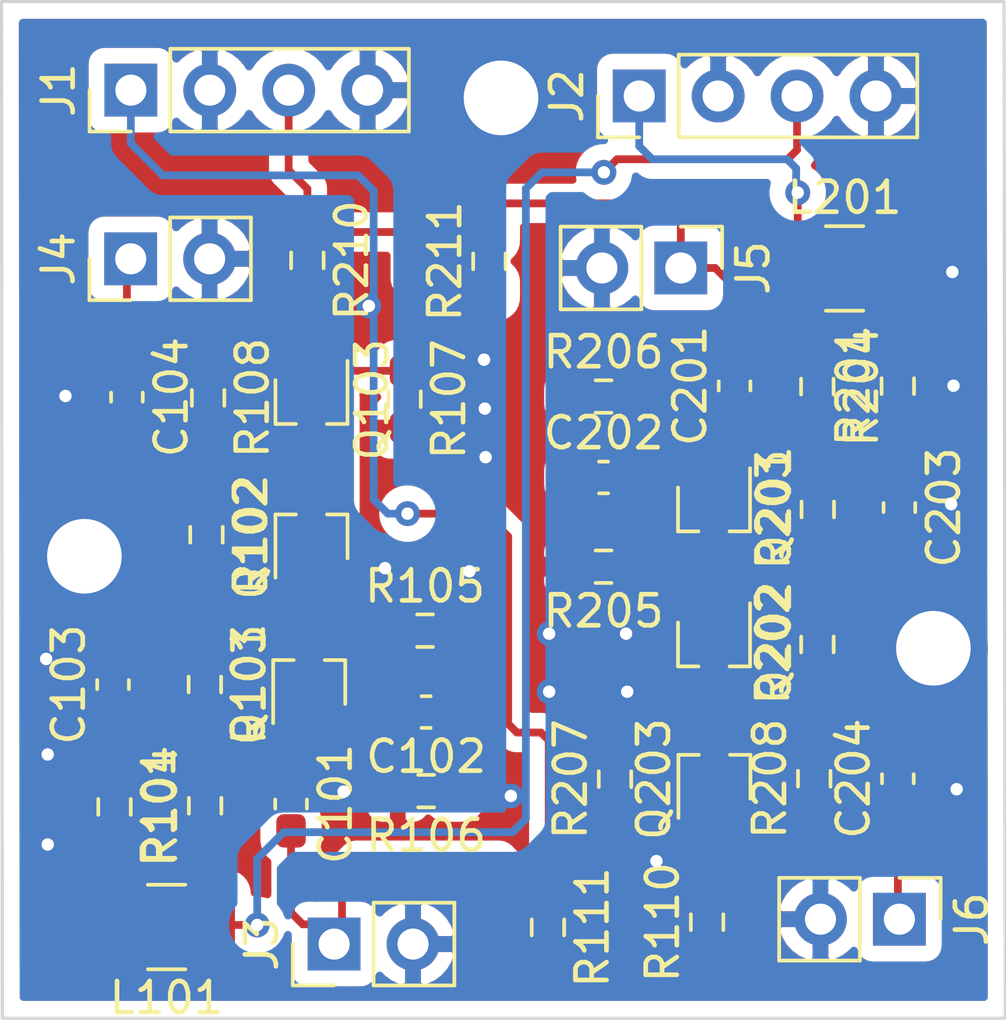
<source format=kicad_pcb>
(kicad_pcb (version 20171130) (host pcbnew 5.1.8)

  (general
    (thickness 1.6)
    (drawings 4)
    (tracks 208)
    (zones 0)
    (modules 42)
    (nets 26)
  )

  (page A4)
  (layers
    (0 F.Cu signal)
    (31 B.Cu signal)
    (32 B.Adhes user)
    (33 F.Adhes user)
    (34 B.Paste user)
    (35 F.Paste user)
    (36 B.SilkS user)
    (37 F.SilkS user)
    (38 B.Mask user)
    (39 F.Mask user)
    (40 Dwgs.User user)
    (41 Cmts.User user)
    (42 Eco1.User user)
    (43 Eco2.User user)
    (44 Edge.Cuts user)
    (45 Margin user)
    (46 B.CrtYd user)
    (47 F.CrtYd user)
    (48 B.Fab user)
    (49 F.Fab user)
  )

  (setup
    (last_trace_width 0.25)
    (trace_clearance 0.2)
    (zone_clearance 0.508)
    (zone_45_only no)
    (trace_min 0.2)
    (via_size 0.8)
    (via_drill 0.4)
    (via_min_size 0.4)
    (via_min_drill 0.3)
    (uvia_size 0.3)
    (uvia_drill 0.1)
    (uvias_allowed no)
    (uvia_min_size 0.2)
    (uvia_min_drill 0.1)
    (edge_width 0.05)
    (segment_width 0.2)
    (pcb_text_width 0.3)
    (pcb_text_size 1.5 1.5)
    (mod_edge_width 0.12)
    (mod_text_size 1 1)
    (mod_text_width 0.15)
    (pad_size 1.524 1.524)
    (pad_drill 0.762)
    (pad_to_mask_clearance 0)
    (aux_axis_origin 0 0)
    (visible_elements FFFFFF7F)
    (pcbplotparams
      (layerselection 0x010fc_ffffffff)
      (usegerberextensions false)
      (usegerberattributes true)
      (usegerberadvancedattributes true)
      (creategerberjobfile true)
      (excludeedgelayer true)
      (linewidth 0.100000)
      (plotframeref false)
      (viasonmask false)
      (mode 1)
      (useauxorigin false)
      (hpglpennumber 1)
      (hpglpenspeed 20)
      (hpglpendiameter 15.000000)
      (psnegative false)
      (psa4output false)
      (plotreference true)
      (plotvalue true)
      (plotinvisibletext false)
      (padsonsilk false)
      (subtractmaskfromsilk false)
      (outputformat 1)
      (mirror false)
      (drillshape 1)
      (scaleselection 1)
      (outputdirectory ""))
  )

  (net 0 "")
  (net 1 "Net-(C101-Pad1)")
  (net 2 RX_IN)
  (net 3 "Net-(C102-Pad2)")
  (net 4 "Net-(C102-Pad1)")
  (net 5 "Net-(C103-Pad1)")
  (net 6 GND)
  (net 7 "Net-(C104-Pad2)")
  (net 8 RX_OUT)
  (net 9 "Net-(C201-Pad1)")
  (net 10 TX_IN)
  (net 11 "Net-(C202-Pad2)")
  (net 12 "Net-(C202-Pad1)")
  (net 13 "Net-(C203-Pad1)")
  (net 14 TX_OUT)
  (net 15 "Net-(C204-Pad2)")
  (net 16 SIGNAL_A)
  (net 17 SIGNAL_B)
  (net 18 TXB)
  (net 19 RXB)
  (net 20 "Net-(L101-Pad2)")
  (net 21 "Net-(L201-Pad2)")
  (net 22 "Net-(Q101-Pad3)")
  (net 23 "Net-(Q102-Pad2)")
  (net 24 "Net-(Q201-Pad3)")
  (net 25 "Net-(Q202-Pad2)")

  (net_class Default "This is the default net class."
    (clearance 0.2)
    (trace_width 0.25)
    (via_dia 0.8)
    (via_drill 0.4)
    (uvia_dia 0.3)
    (uvia_drill 0.1)
    (add_net GND)
    (add_net "Net-(C101-Pad1)")
    (add_net "Net-(C102-Pad1)")
    (add_net "Net-(C102-Pad2)")
    (add_net "Net-(C103-Pad1)")
    (add_net "Net-(C104-Pad2)")
    (add_net "Net-(C201-Pad1)")
    (add_net "Net-(C202-Pad1)")
    (add_net "Net-(C202-Pad2)")
    (add_net "Net-(C203-Pad1)")
    (add_net "Net-(C204-Pad2)")
    (add_net "Net-(L101-Pad2)")
    (add_net "Net-(L201-Pad2)")
    (add_net "Net-(Q101-Pad3)")
    (add_net "Net-(Q102-Pad2)")
    (add_net "Net-(Q201-Pad3)")
    (add_net "Net-(Q202-Pad2)")
    (add_net RXB)
    (add_net RX_IN)
    (add_net RX_OUT)
    (add_net SIGNAL_A)
    (add_net SIGNAL_B)
    (add_net TXB)
    (add_net TX_IN)
    (add_net TX_OUT)
  )

  (module Capacitor_SMD:C_0603_1608Metric_Pad1.08x0.95mm_HandSolder (layer F.Cu) (tedit 5F68FEEF) (tstamp 604EB48B)
    (at 21.21916 37.86632 270)
    (descr "Capacitor SMD 0603 (1608 Metric), square (rectangular) end terminal, IPC_7351 nominal with elongated pad for handsoldering. (Body size source: IPC-SM-782 page 76, https://www.pcb-3d.com/wordpress/wp-content/uploads/ipc-sm-782a_amendment_1_and_2.pdf), generated with kicad-footprint-generator")
    (tags "capacitor handsolder")
    (path /604E0C0A)
    (attr smd)
    (fp_text reference C101 (at 0 -1.43 90) (layer F.SilkS)
      (effects (font (size 1 1) (thickness 0.15)))
    )
    (fp_text value 0.1u (at 0 1.43 90) (layer F.Fab)
      (effects (font (size 1 1) (thickness 0.15)))
    )
    (fp_line (start 1.65 0.73) (end -1.65 0.73) (layer F.CrtYd) (width 0.05))
    (fp_line (start 1.65 -0.73) (end 1.65 0.73) (layer F.CrtYd) (width 0.05))
    (fp_line (start -1.65 -0.73) (end 1.65 -0.73) (layer F.CrtYd) (width 0.05))
    (fp_line (start -1.65 0.73) (end -1.65 -0.73) (layer F.CrtYd) (width 0.05))
    (fp_line (start -0.146267 0.51) (end 0.146267 0.51) (layer F.SilkS) (width 0.12))
    (fp_line (start -0.146267 -0.51) (end 0.146267 -0.51) (layer F.SilkS) (width 0.12))
    (fp_line (start 0.8 0.4) (end -0.8 0.4) (layer F.Fab) (width 0.1))
    (fp_line (start 0.8 -0.4) (end 0.8 0.4) (layer F.Fab) (width 0.1))
    (fp_line (start -0.8 -0.4) (end 0.8 -0.4) (layer F.Fab) (width 0.1))
    (fp_line (start -0.8 0.4) (end -0.8 -0.4) (layer F.Fab) (width 0.1))
    (fp_text user %R (at 0 0 90) (layer F.Fab)
      (effects (font (size 0.4 0.4) (thickness 0.06)))
    )
    (pad 1 smd roundrect (at -0.8625 0 270) (size 1.075 0.95) (layers F.Cu F.Paste F.Mask) (roundrect_rratio 0.25)
      (net 1 "Net-(C101-Pad1)"))
    (pad 2 smd roundrect (at 0.8625 0 270) (size 1.075 0.95) (layers F.Cu F.Paste F.Mask) (roundrect_rratio 0.25)
      (net 2 RX_IN))
    (model ${KISYS3DMOD}/Capacitor_SMD.3dshapes/C_0603_1608Metric.wrl
      (at (xyz 0 0 0))
      (scale (xyz 1 1 1))
      (rotate (xyz 0 0 0))
    )
  )

  (module Capacitor_SMD:C_0603_1608Metric_Pad1.08x0.95mm_HandSolder (layer F.Cu) (tedit 5F68FEEF) (tstamp 604EB45B)
    (at 25.56764 34.90722 180)
    (descr "Capacitor SMD 0603 (1608 Metric), square (rectangular) end terminal, IPC_7351 nominal with elongated pad for handsoldering. (Body size source: IPC-SM-782 page 76, https://www.pcb-3d.com/wordpress/wp-content/uploads/ipc-sm-782a_amendment_1_and_2.pdf), generated with kicad-footprint-generator")
    (tags "capacitor handsolder")
    (path /604E1391)
    (attr smd)
    (fp_text reference C102 (at 0 -1.43) (layer F.SilkS)
      (effects (font (size 1 1) (thickness 0.15)))
    )
    (fp_text value 0.1u (at 0 1.43) (layer F.Fab)
      (effects (font (size 1 1) (thickness 0.15)))
    )
    (fp_line (start -0.8 0.4) (end -0.8 -0.4) (layer F.Fab) (width 0.1))
    (fp_line (start -0.8 -0.4) (end 0.8 -0.4) (layer F.Fab) (width 0.1))
    (fp_line (start 0.8 -0.4) (end 0.8 0.4) (layer F.Fab) (width 0.1))
    (fp_line (start 0.8 0.4) (end -0.8 0.4) (layer F.Fab) (width 0.1))
    (fp_line (start -0.146267 -0.51) (end 0.146267 -0.51) (layer F.SilkS) (width 0.12))
    (fp_line (start -0.146267 0.51) (end 0.146267 0.51) (layer F.SilkS) (width 0.12))
    (fp_line (start -1.65 0.73) (end -1.65 -0.73) (layer F.CrtYd) (width 0.05))
    (fp_line (start -1.65 -0.73) (end 1.65 -0.73) (layer F.CrtYd) (width 0.05))
    (fp_line (start 1.65 -0.73) (end 1.65 0.73) (layer F.CrtYd) (width 0.05))
    (fp_line (start 1.65 0.73) (end -1.65 0.73) (layer F.CrtYd) (width 0.05))
    (fp_text user %R (at 0 0) (layer F.Fab)
      (effects (font (size 0.4 0.4) (thickness 0.06)))
    )
    (pad 2 smd roundrect (at 0.8625 0 180) (size 1.075 0.95) (layers F.Cu F.Paste F.Mask) (roundrect_rratio 0.25)
      (net 3 "Net-(C102-Pad2)"))
    (pad 1 smd roundrect (at -0.8625 0 180) (size 1.075 0.95) (layers F.Cu F.Paste F.Mask) (roundrect_rratio 0.25)
      (net 4 "Net-(C102-Pad1)"))
    (model ${KISYS3DMOD}/Capacitor_SMD.3dshapes/C_0603_1608Metric.wrl
      (at (xyz 0 0 0))
      (scale (xyz 1 1 1))
      (rotate (xyz 0 0 0))
    )
  )

  (module Capacitor_SMD:C_0603_1608Metric_Pad1.08x0.95mm_HandSolder (layer F.Cu) (tedit 5F68FEEF) (tstamp 604EB42B)
    (at 15.48892 34.0233 90)
    (descr "Capacitor SMD 0603 (1608 Metric), square (rectangular) end terminal, IPC_7351 nominal with elongated pad for handsoldering. (Body size source: IPC-SM-782 page 76, https://www.pcb-3d.com/wordpress/wp-content/uploads/ipc-sm-782a_amendment_1_and_2.pdf), generated with kicad-footprint-generator")
    (tags "capacitor handsolder")
    (path /604E4ABB)
    (attr smd)
    (fp_text reference C103 (at 0 -1.43 90) (layer F.SilkS)
      (effects (font (size 1 1) (thickness 0.15)))
    )
    (fp_text value 0.1u (at 0 1.43 90) (layer F.Fab)
      (effects (font (size 1 1) (thickness 0.15)))
    )
    (fp_line (start 1.65 0.73) (end -1.65 0.73) (layer F.CrtYd) (width 0.05))
    (fp_line (start 1.65 -0.73) (end 1.65 0.73) (layer F.CrtYd) (width 0.05))
    (fp_line (start -1.65 -0.73) (end 1.65 -0.73) (layer F.CrtYd) (width 0.05))
    (fp_line (start -1.65 0.73) (end -1.65 -0.73) (layer F.CrtYd) (width 0.05))
    (fp_line (start -0.146267 0.51) (end 0.146267 0.51) (layer F.SilkS) (width 0.12))
    (fp_line (start -0.146267 -0.51) (end 0.146267 -0.51) (layer F.SilkS) (width 0.12))
    (fp_line (start 0.8 0.4) (end -0.8 0.4) (layer F.Fab) (width 0.1))
    (fp_line (start 0.8 -0.4) (end 0.8 0.4) (layer F.Fab) (width 0.1))
    (fp_line (start -0.8 -0.4) (end 0.8 -0.4) (layer F.Fab) (width 0.1))
    (fp_line (start -0.8 0.4) (end -0.8 -0.4) (layer F.Fab) (width 0.1))
    (fp_text user %R (at 0 0 90) (layer F.Fab)
      (effects (font (size 0.4 0.4) (thickness 0.06)))
    )
    (pad 1 smd roundrect (at -0.8625 0 90) (size 1.075 0.95) (layers F.Cu F.Paste F.Mask) (roundrect_rratio 0.25)
      (net 5 "Net-(C103-Pad1)"))
    (pad 2 smd roundrect (at 0.8625 0 90) (size 1.075 0.95) (layers F.Cu F.Paste F.Mask) (roundrect_rratio 0.25)
      (net 6 GND))
    (model ${KISYS3DMOD}/Capacitor_SMD.3dshapes/C_0603_1608Metric.wrl
      (at (xyz 0 0 0))
      (scale (xyz 1 1 1))
      (rotate (xyz 0 0 0))
    )
  )

  (module Capacitor_SMD:C_0603_1608Metric_Pad1.08x0.95mm_HandSolder (layer F.Cu) (tedit 5F68FEEF) (tstamp 604EB3FB)
    (at 15.93596 24.7777 270)
    (descr "Capacitor SMD 0603 (1608 Metric), square (rectangular) end terminal, IPC_7351 nominal with elongated pad for handsoldering. (Body size source: IPC-SM-782 page 76, https://www.pcb-3d.com/wordpress/wp-content/uploads/ipc-sm-782a_amendment_1_and_2.pdf), generated with kicad-footprint-generator")
    (tags "capacitor handsolder")
    (path /604E616C)
    (attr smd)
    (fp_text reference C104 (at 0 -1.43 90) (layer F.SilkS)
      (effects (font (size 1 1) (thickness 0.15)))
    )
    (fp_text value 0.1u (at 0 1.43 90) (layer F.Fab)
      (effects (font (size 1 1) (thickness 0.15)))
    )
    (fp_line (start -0.8 0.4) (end -0.8 -0.4) (layer F.Fab) (width 0.1))
    (fp_line (start -0.8 -0.4) (end 0.8 -0.4) (layer F.Fab) (width 0.1))
    (fp_line (start 0.8 -0.4) (end 0.8 0.4) (layer F.Fab) (width 0.1))
    (fp_line (start 0.8 0.4) (end -0.8 0.4) (layer F.Fab) (width 0.1))
    (fp_line (start -0.146267 -0.51) (end 0.146267 -0.51) (layer F.SilkS) (width 0.12))
    (fp_line (start -0.146267 0.51) (end 0.146267 0.51) (layer F.SilkS) (width 0.12))
    (fp_line (start -1.65 0.73) (end -1.65 -0.73) (layer F.CrtYd) (width 0.05))
    (fp_line (start -1.65 -0.73) (end 1.65 -0.73) (layer F.CrtYd) (width 0.05))
    (fp_line (start 1.65 -0.73) (end 1.65 0.73) (layer F.CrtYd) (width 0.05))
    (fp_line (start 1.65 0.73) (end -1.65 0.73) (layer F.CrtYd) (width 0.05))
    (fp_text user %R (at 0 0 90) (layer F.Fab)
      (effects (font (size 0.4 0.4) (thickness 0.06)))
    )
    (pad 2 smd roundrect (at 0.8625 0 270) (size 1.075 0.95) (layers F.Cu F.Paste F.Mask) (roundrect_rratio 0.25)
      (net 7 "Net-(C104-Pad2)"))
    (pad 1 smd roundrect (at -0.8625 0 270) (size 1.075 0.95) (layers F.Cu F.Paste F.Mask) (roundrect_rratio 0.25)
      (net 8 RX_OUT))
    (model ${KISYS3DMOD}/Capacitor_SMD.3dshapes/C_0603_1608Metric.wrl
      (at (xyz 0 0 0))
      (scale (xyz 1 1 1))
      (rotate (xyz 0 0 0))
    )
  )

  (module Capacitor_SMD:C_0603_1608Metric_Pad1.08x0.95mm_HandSolder (layer F.Cu) (tedit 5F68FEEF) (tstamp 604EB3CB)
    (at 35.4965 24.41558 90)
    (descr "Capacitor SMD 0603 (1608 Metric), square (rectangular) end terminal, IPC_7351 nominal with elongated pad for handsoldering. (Body size source: IPC-SM-782 page 76, https://www.pcb-3d.com/wordpress/wp-content/uploads/ipc-sm-782a_amendment_1_and_2.pdf), generated with kicad-footprint-generator")
    (tags "capacitor handsolder")
    (path /6052EEFB)
    (attr smd)
    (fp_text reference C201 (at 0 -1.43 90) (layer F.SilkS)
      (effects (font (size 1 1) (thickness 0.15)))
    )
    (fp_text value 0.1u (at 0 1.43 90) (layer F.Fab)
      (effects (font (size 1 1) (thickness 0.15)))
    )
    (fp_line (start 1.65 0.73) (end -1.65 0.73) (layer F.CrtYd) (width 0.05))
    (fp_line (start 1.65 -0.73) (end 1.65 0.73) (layer F.CrtYd) (width 0.05))
    (fp_line (start -1.65 -0.73) (end 1.65 -0.73) (layer F.CrtYd) (width 0.05))
    (fp_line (start -1.65 0.73) (end -1.65 -0.73) (layer F.CrtYd) (width 0.05))
    (fp_line (start -0.146267 0.51) (end 0.146267 0.51) (layer F.SilkS) (width 0.12))
    (fp_line (start -0.146267 -0.51) (end 0.146267 -0.51) (layer F.SilkS) (width 0.12))
    (fp_line (start 0.8 0.4) (end -0.8 0.4) (layer F.Fab) (width 0.1))
    (fp_line (start 0.8 -0.4) (end 0.8 0.4) (layer F.Fab) (width 0.1))
    (fp_line (start -0.8 -0.4) (end 0.8 -0.4) (layer F.Fab) (width 0.1))
    (fp_line (start -0.8 0.4) (end -0.8 -0.4) (layer F.Fab) (width 0.1))
    (fp_text user %R (at 0 0 90) (layer F.Fab)
      (effects (font (size 0.4 0.4) (thickness 0.06)))
    )
    (pad 1 smd roundrect (at -0.8625 0 90) (size 1.075 0.95) (layers F.Cu F.Paste F.Mask) (roundrect_rratio 0.25)
      (net 9 "Net-(C201-Pad1)"))
    (pad 2 smd roundrect (at 0.8625 0 90) (size 1.075 0.95) (layers F.Cu F.Paste F.Mask) (roundrect_rratio 0.25)
      (net 10 TX_IN))
    (model ${KISYS3DMOD}/Capacitor_SMD.3dshapes/C_0603_1608Metric.wrl
      (at (xyz 0 0 0))
      (scale (xyz 1 1 1))
      (rotate (xyz 0 0 0))
    )
  )

  (module Capacitor_SMD:C_0603_1608Metric_Pad1.08x0.95mm_HandSolder (layer F.Cu) (tedit 5F68FEEF) (tstamp 604EB39B)
    (at 31.2801 27.36088)
    (descr "Capacitor SMD 0603 (1608 Metric), square (rectangular) end terminal, IPC_7351 nominal with elongated pad for handsoldering. (Body size source: IPC-SM-782 page 76, https://www.pcb-3d.com/wordpress/wp-content/uploads/ipc-sm-782a_amendment_1_and_2.pdf), generated with kicad-footprint-generator")
    (tags "capacitor handsolder")
    (path /6052EF01)
    (attr smd)
    (fp_text reference C202 (at 0 -1.43) (layer F.SilkS)
      (effects (font (size 1 1) (thickness 0.15)))
    )
    (fp_text value 0.1u (at 0 1.43) (layer F.Fab)
      (effects (font (size 1 1) (thickness 0.15)))
    )
    (fp_line (start -0.8 0.4) (end -0.8 -0.4) (layer F.Fab) (width 0.1))
    (fp_line (start -0.8 -0.4) (end 0.8 -0.4) (layer F.Fab) (width 0.1))
    (fp_line (start 0.8 -0.4) (end 0.8 0.4) (layer F.Fab) (width 0.1))
    (fp_line (start 0.8 0.4) (end -0.8 0.4) (layer F.Fab) (width 0.1))
    (fp_line (start -0.146267 -0.51) (end 0.146267 -0.51) (layer F.SilkS) (width 0.12))
    (fp_line (start -0.146267 0.51) (end 0.146267 0.51) (layer F.SilkS) (width 0.12))
    (fp_line (start -1.65 0.73) (end -1.65 -0.73) (layer F.CrtYd) (width 0.05))
    (fp_line (start -1.65 -0.73) (end 1.65 -0.73) (layer F.CrtYd) (width 0.05))
    (fp_line (start 1.65 -0.73) (end 1.65 0.73) (layer F.CrtYd) (width 0.05))
    (fp_line (start 1.65 0.73) (end -1.65 0.73) (layer F.CrtYd) (width 0.05))
    (fp_text user %R (at 0 0) (layer F.Fab)
      (effects (font (size 0.4 0.4) (thickness 0.06)))
    )
    (pad 2 smd roundrect (at 0.8625 0) (size 1.075 0.95) (layers F.Cu F.Paste F.Mask) (roundrect_rratio 0.25)
      (net 11 "Net-(C202-Pad2)"))
    (pad 1 smd roundrect (at -0.8625 0) (size 1.075 0.95) (layers F.Cu F.Paste F.Mask) (roundrect_rratio 0.25)
      (net 12 "Net-(C202-Pad1)"))
    (model ${KISYS3DMOD}/Capacitor_SMD.3dshapes/C_0603_1608Metric.wrl
      (at (xyz 0 0 0))
      (scale (xyz 1 1 1))
      (rotate (xyz 0 0 0))
    )
  )

  (module Capacitor_SMD:C_0603_1608Metric_Pad1.08x0.95mm_HandSolder (layer F.Cu) (tedit 5F68FEEF) (tstamp 604EB36B)
    (at 40.80256 28.32752 270)
    (descr "Capacitor SMD 0603 (1608 Metric), square (rectangular) end terminal, IPC_7351 nominal with elongated pad for handsoldering. (Body size source: IPC-SM-782 page 76, https://www.pcb-3d.com/wordpress/wp-content/uploads/ipc-sm-782a_amendment_1_and_2.pdf), generated with kicad-footprint-generator")
    (tags "capacitor handsolder")
    (path /6052EF0F)
    (attr smd)
    (fp_text reference C203 (at 0 -1.43 90) (layer F.SilkS)
      (effects (font (size 1 1) (thickness 0.15)))
    )
    (fp_text value 0.1u (at 0 1.43 90) (layer F.Fab)
      (effects (font (size 1 1) (thickness 0.15)))
    )
    (fp_line (start -0.8 0.4) (end -0.8 -0.4) (layer F.Fab) (width 0.1))
    (fp_line (start -0.8 -0.4) (end 0.8 -0.4) (layer F.Fab) (width 0.1))
    (fp_line (start 0.8 -0.4) (end 0.8 0.4) (layer F.Fab) (width 0.1))
    (fp_line (start 0.8 0.4) (end -0.8 0.4) (layer F.Fab) (width 0.1))
    (fp_line (start -0.146267 -0.51) (end 0.146267 -0.51) (layer F.SilkS) (width 0.12))
    (fp_line (start -0.146267 0.51) (end 0.146267 0.51) (layer F.SilkS) (width 0.12))
    (fp_line (start -1.65 0.73) (end -1.65 -0.73) (layer F.CrtYd) (width 0.05))
    (fp_line (start -1.65 -0.73) (end 1.65 -0.73) (layer F.CrtYd) (width 0.05))
    (fp_line (start 1.65 -0.73) (end 1.65 0.73) (layer F.CrtYd) (width 0.05))
    (fp_line (start 1.65 0.73) (end -1.65 0.73) (layer F.CrtYd) (width 0.05))
    (fp_text user %R (at 0 0 90) (layer F.Fab)
      (effects (font (size 0.4 0.4) (thickness 0.06)))
    )
    (pad 2 smd roundrect (at 0.8625 0 270) (size 1.075 0.95) (layers F.Cu F.Paste F.Mask) (roundrect_rratio 0.25)
      (net 6 GND))
    (pad 1 smd roundrect (at -0.8625 0 270) (size 1.075 0.95) (layers F.Cu F.Paste F.Mask) (roundrect_rratio 0.25)
      (net 13 "Net-(C203-Pad1)"))
    (model ${KISYS3DMOD}/Capacitor_SMD.3dshapes/C_0603_1608Metric.wrl
      (at (xyz 0 0 0))
      (scale (xyz 1 1 1))
      (rotate (xyz 0 0 0))
    )
  )

  (module Capacitor_SMD:C_0603_1608Metric_Pad1.08x0.95mm_HandSolder (layer F.Cu) (tedit 5F68FEEF) (tstamp 604EB33B)
    (at 40.7543 37.05098 90)
    (descr "Capacitor SMD 0603 (1608 Metric), square (rectangular) end terminal, IPC_7351 nominal with elongated pad for handsoldering. (Body size source: IPC-SM-782 page 76, https://www.pcb-3d.com/wordpress/wp-content/uploads/ipc-sm-782a_amendment_1_and_2.pdf), generated with kicad-footprint-generator")
    (tags "capacitor handsolder")
    (path /6052EF15)
    (attr smd)
    (fp_text reference C204 (at 0 -1.43 90) (layer F.SilkS)
      (effects (font (size 1 1) (thickness 0.15)))
    )
    (fp_text value 0.1u (at 0 1.43 90) (layer F.Fab)
      (effects (font (size 1 1) (thickness 0.15)))
    )
    (fp_line (start 1.65 0.73) (end -1.65 0.73) (layer F.CrtYd) (width 0.05))
    (fp_line (start 1.65 -0.73) (end 1.65 0.73) (layer F.CrtYd) (width 0.05))
    (fp_line (start -1.65 -0.73) (end 1.65 -0.73) (layer F.CrtYd) (width 0.05))
    (fp_line (start -1.65 0.73) (end -1.65 -0.73) (layer F.CrtYd) (width 0.05))
    (fp_line (start -0.146267 0.51) (end 0.146267 0.51) (layer F.SilkS) (width 0.12))
    (fp_line (start -0.146267 -0.51) (end 0.146267 -0.51) (layer F.SilkS) (width 0.12))
    (fp_line (start 0.8 0.4) (end -0.8 0.4) (layer F.Fab) (width 0.1))
    (fp_line (start 0.8 -0.4) (end 0.8 0.4) (layer F.Fab) (width 0.1))
    (fp_line (start -0.8 -0.4) (end 0.8 -0.4) (layer F.Fab) (width 0.1))
    (fp_line (start -0.8 0.4) (end -0.8 -0.4) (layer F.Fab) (width 0.1))
    (fp_text user %R (at 0 0 90) (layer F.Fab)
      (effects (font (size 0.4 0.4) (thickness 0.06)))
    )
    (pad 1 smd roundrect (at -0.8625 0 90) (size 1.075 0.95) (layers F.Cu F.Paste F.Mask) (roundrect_rratio 0.25)
      (net 14 TX_OUT))
    (pad 2 smd roundrect (at 0.8625 0 90) (size 1.075 0.95) (layers F.Cu F.Paste F.Mask) (roundrect_rratio 0.25)
      (net 15 "Net-(C204-Pad2)"))
    (model ${KISYS3DMOD}/Capacitor_SMD.3dshapes/C_0603_1608Metric.wrl
      (at (xyz 0 0 0))
      (scale (xyz 1 1 1))
      (rotate (xyz 0 0 0))
    )
  )

  (module Connector_PinHeader_2.54mm:PinHeader_1x04_P2.54mm_Vertical (layer F.Cu) (tedit 59FED5CC) (tstamp 604EB2FD)
    (at 16.06296 14.90218 90)
    (descr "Through hole straight pin header, 1x04, 2.54mm pitch, single row")
    (tags "Through hole pin header THT 1x04 2.54mm single row")
    (path /60535FDC)
    (fp_text reference J1 (at 0 -2.33 90) (layer F.SilkS)
      (effects (font (size 1 1) (thickness 0.15)))
    )
    (fp_text value Signal (at 0 9.95 90) (layer F.Fab)
      (effects (font (size 1 1) (thickness 0.15)))
    )
    (fp_line (start 1.8 -1.8) (end -1.8 -1.8) (layer F.CrtYd) (width 0.05))
    (fp_line (start 1.8 9.4) (end 1.8 -1.8) (layer F.CrtYd) (width 0.05))
    (fp_line (start -1.8 9.4) (end 1.8 9.4) (layer F.CrtYd) (width 0.05))
    (fp_line (start -1.8 -1.8) (end -1.8 9.4) (layer F.CrtYd) (width 0.05))
    (fp_line (start -1.33 -1.33) (end 0 -1.33) (layer F.SilkS) (width 0.12))
    (fp_line (start -1.33 0) (end -1.33 -1.33) (layer F.SilkS) (width 0.12))
    (fp_line (start -1.33 1.27) (end 1.33 1.27) (layer F.SilkS) (width 0.12))
    (fp_line (start 1.33 1.27) (end 1.33 8.95) (layer F.SilkS) (width 0.12))
    (fp_line (start -1.33 1.27) (end -1.33 8.95) (layer F.SilkS) (width 0.12))
    (fp_line (start -1.33 8.95) (end 1.33 8.95) (layer F.SilkS) (width 0.12))
    (fp_line (start -1.27 -0.635) (end -0.635 -1.27) (layer F.Fab) (width 0.1))
    (fp_line (start -1.27 8.89) (end -1.27 -0.635) (layer F.Fab) (width 0.1))
    (fp_line (start 1.27 8.89) (end -1.27 8.89) (layer F.Fab) (width 0.1))
    (fp_line (start 1.27 -1.27) (end 1.27 8.89) (layer F.Fab) (width 0.1))
    (fp_line (start -0.635 -1.27) (end 1.27 -1.27) (layer F.Fab) (width 0.1))
    (fp_text user %R (at 0 3.81) (layer F.Fab)
      (effects (font (size 1 1) (thickness 0.15)))
    )
    (pad 1 thru_hole rect (at 0 0 90) (size 1.7 1.7) (drill 1) (layers *.Cu *.Mask)
      (net 16 SIGNAL_A))
    (pad 2 thru_hole oval (at 0 2.54 90) (size 1.7 1.7) (drill 1) (layers *.Cu *.Mask)
      (net 6 GND))
    (pad 3 thru_hole oval (at 0 5.08 90) (size 1.7 1.7) (drill 1) (layers *.Cu *.Mask)
      (net 17 SIGNAL_B))
    (pad 4 thru_hole oval (at 0 7.62 90) (size 1.7 1.7) (drill 1) (layers *.Cu *.Mask)
      (net 6 GND))
    (model ${KISYS3DMOD}/Connector_PinHeader_2.54mm.3dshapes/PinHeader_1x04_P2.54mm_Vertical.wrl
      (at (xyz 0 0 0))
      (scale (xyz 1 1 1))
      (rotate (xyz 0 0 0))
    )
  )

  (module Connector_PinHeader_2.54mm:PinHeader_1x02_P2.54mm_Vertical (layer F.Cu) (tedit 59FED5CC) (tstamp 604EB2BC)
    (at 22.606 42.36974 90)
    (descr "Through hole straight pin header, 1x02, 2.54mm pitch, single row")
    (tags "Through hole pin header THT 1x02 2.54mm single row")
    (path /605CC435)
    (fp_text reference J3 (at 0 -2.33 90) (layer F.SilkS)
      (effects (font (size 1 1) (thickness 0.15)))
    )
    (fp_text value "RX IN" (at 0 4.87 90) (layer F.Fab)
      (effects (font (size 1 1) (thickness 0.15)))
    )
    (fp_line (start -0.635 -1.27) (end 1.27 -1.27) (layer F.Fab) (width 0.1))
    (fp_line (start 1.27 -1.27) (end 1.27 3.81) (layer F.Fab) (width 0.1))
    (fp_line (start 1.27 3.81) (end -1.27 3.81) (layer F.Fab) (width 0.1))
    (fp_line (start -1.27 3.81) (end -1.27 -0.635) (layer F.Fab) (width 0.1))
    (fp_line (start -1.27 -0.635) (end -0.635 -1.27) (layer F.Fab) (width 0.1))
    (fp_line (start -1.33 3.87) (end 1.33 3.87) (layer F.SilkS) (width 0.12))
    (fp_line (start -1.33 1.27) (end -1.33 3.87) (layer F.SilkS) (width 0.12))
    (fp_line (start 1.33 1.27) (end 1.33 3.87) (layer F.SilkS) (width 0.12))
    (fp_line (start -1.33 1.27) (end 1.33 1.27) (layer F.SilkS) (width 0.12))
    (fp_line (start -1.33 0) (end -1.33 -1.33) (layer F.SilkS) (width 0.12))
    (fp_line (start -1.33 -1.33) (end 0 -1.33) (layer F.SilkS) (width 0.12))
    (fp_line (start -1.8 -1.8) (end -1.8 4.35) (layer F.CrtYd) (width 0.05))
    (fp_line (start -1.8 4.35) (end 1.8 4.35) (layer F.CrtYd) (width 0.05))
    (fp_line (start 1.8 4.35) (end 1.8 -1.8) (layer F.CrtYd) (width 0.05))
    (fp_line (start 1.8 -1.8) (end -1.8 -1.8) (layer F.CrtYd) (width 0.05))
    (fp_text user %R (at 0 1.27) (layer F.Fab)
      (effects (font (size 1 1) (thickness 0.15)))
    )
    (pad 2 thru_hole oval (at 0 2.54 90) (size 1.7 1.7) (drill 1) (layers *.Cu *.Mask)
      (net 6 GND))
    (pad 1 thru_hole rect (at 0 0 90) (size 1.7 1.7) (drill 1) (layers *.Cu *.Mask)
      (net 2 RX_IN))
    (model ${KISYS3DMOD}/Connector_PinHeader_2.54mm.3dshapes/PinHeader_1x02_P2.54mm_Vertical.wrl
      (at (xyz 0 0 0))
      (scale (xyz 1 1 1))
      (rotate (xyz 0 0 0))
    )
  )

  (module Connector_PinHeader_2.54mm:PinHeader_1x02_P2.54mm_Vertical (layer F.Cu) (tedit 59FED5CC) (tstamp 604EB27D)
    (at 16.05788 20.32762 90)
    (descr "Through hole straight pin header, 1x02, 2.54mm pitch, single row")
    (tags "Through hole pin header THT 1x02 2.54mm single row")
    (path /605CFD70)
    (fp_text reference J4 (at 0 -2.33 90) (layer F.SilkS)
      (effects (font (size 1 1) (thickness 0.15)))
    )
    (fp_text value "RX OUT" (at 0 4.87 90) (layer F.Fab)
      (effects (font (size 1 1) (thickness 0.15)))
    )
    (fp_line (start 1.8 -1.8) (end -1.8 -1.8) (layer F.CrtYd) (width 0.05))
    (fp_line (start 1.8 4.35) (end 1.8 -1.8) (layer F.CrtYd) (width 0.05))
    (fp_line (start -1.8 4.35) (end 1.8 4.35) (layer F.CrtYd) (width 0.05))
    (fp_line (start -1.8 -1.8) (end -1.8 4.35) (layer F.CrtYd) (width 0.05))
    (fp_line (start -1.33 -1.33) (end 0 -1.33) (layer F.SilkS) (width 0.12))
    (fp_line (start -1.33 0) (end -1.33 -1.33) (layer F.SilkS) (width 0.12))
    (fp_line (start -1.33 1.27) (end 1.33 1.27) (layer F.SilkS) (width 0.12))
    (fp_line (start 1.33 1.27) (end 1.33 3.87) (layer F.SilkS) (width 0.12))
    (fp_line (start -1.33 1.27) (end -1.33 3.87) (layer F.SilkS) (width 0.12))
    (fp_line (start -1.33 3.87) (end 1.33 3.87) (layer F.SilkS) (width 0.12))
    (fp_line (start -1.27 -0.635) (end -0.635 -1.27) (layer F.Fab) (width 0.1))
    (fp_line (start -1.27 3.81) (end -1.27 -0.635) (layer F.Fab) (width 0.1))
    (fp_line (start 1.27 3.81) (end -1.27 3.81) (layer F.Fab) (width 0.1))
    (fp_line (start 1.27 -1.27) (end 1.27 3.81) (layer F.Fab) (width 0.1))
    (fp_line (start -0.635 -1.27) (end 1.27 -1.27) (layer F.Fab) (width 0.1))
    (fp_text user %R (at 0 1.27) (layer F.Fab)
      (effects (font (size 1 1) (thickness 0.15)))
    )
    (pad 1 thru_hole rect (at 0 0 90) (size 1.7 1.7) (drill 1) (layers *.Cu *.Mask)
      (net 8 RX_OUT))
    (pad 2 thru_hole oval (at 0 2.54 90) (size 1.7 1.7) (drill 1) (layers *.Cu *.Mask)
      (net 6 GND))
    (model ${KISYS3DMOD}/Connector_PinHeader_2.54mm.3dshapes/PinHeader_1x02_P2.54mm_Vertical.wrl
      (at (xyz 0 0 0))
      (scale (xyz 1 1 1))
      (rotate (xyz 0 0 0))
    )
  )

  (module Connector_PinHeader_2.54mm:PinHeader_1x02_P2.54mm_Vertical (layer F.Cu) (tedit 59FED5CC) (tstamp 604EB23E)
    (at 33.76676 20.62226 270)
    (descr "Through hole straight pin header, 1x02, 2.54mm pitch, single row")
    (tags "Through hole pin header THT 1x02 2.54mm single row")
    (path /605D26CE)
    (fp_text reference J5 (at 0 -2.33 90) (layer F.SilkS)
      (effects (font (size 1 1) (thickness 0.15)))
    )
    (fp_text value "TX IN" (at 0 4.87 90) (layer F.Fab)
      (effects (font (size 1 1) (thickness 0.15)))
    )
    (fp_line (start -0.635 -1.27) (end 1.27 -1.27) (layer F.Fab) (width 0.1))
    (fp_line (start 1.27 -1.27) (end 1.27 3.81) (layer F.Fab) (width 0.1))
    (fp_line (start 1.27 3.81) (end -1.27 3.81) (layer F.Fab) (width 0.1))
    (fp_line (start -1.27 3.81) (end -1.27 -0.635) (layer F.Fab) (width 0.1))
    (fp_line (start -1.27 -0.635) (end -0.635 -1.27) (layer F.Fab) (width 0.1))
    (fp_line (start -1.33 3.87) (end 1.33 3.87) (layer F.SilkS) (width 0.12))
    (fp_line (start -1.33 1.27) (end -1.33 3.87) (layer F.SilkS) (width 0.12))
    (fp_line (start 1.33 1.27) (end 1.33 3.87) (layer F.SilkS) (width 0.12))
    (fp_line (start -1.33 1.27) (end 1.33 1.27) (layer F.SilkS) (width 0.12))
    (fp_line (start -1.33 0) (end -1.33 -1.33) (layer F.SilkS) (width 0.12))
    (fp_line (start -1.33 -1.33) (end 0 -1.33) (layer F.SilkS) (width 0.12))
    (fp_line (start -1.8 -1.8) (end -1.8 4.35) (layer F.CrtYd) (width 0.05))
    (fp_line (start -1.8 4.35) (end 1.8 4.35) (layer F.CrtYd) (width 0.05))
    (fp_line (start 1.8 4.35) (end 1.8 -1.8) (layer F.CrtYd) (width 0.05))
    (fp_line (start 1.8 -1.8) (end -1.8 -1.8) (layer F.CrtYd) (width 0.05))
    (fp_text user %R (at 0 1.27) (layer F.Fab)
      (effects (font (size 1 1) (thickness 0.15)))
    )
    (pad 2 thru_hole oval (at 0 2.54 270) (size 1.7 1.7) (drill 1) (layers *.Cu *.Mask)
      (net 6 GND))
    (pad 1 thru_hole rect (at 0 0 270) (size 1.7 1.7) (drill 1) (layers *.Cu *.Mask)
      (net 10 TX_IN))
    (model ${KISYS3DMOD}/Connector_PinHeader_2.54mm.3dshapes/PinHeader_1x02_P2.54mm_Vertical.wrl
      (at (xyz 0 0 0))
      (scale (xyz 1 1 1))
      (rotate (xyz 0 0 0))
    )
  )

  (module Connector_PinHeader_2.54mm:PinHeader_1x02_P2.54mm_Vertical (layer F.Cu) (tedit 59FED5CC) (tstamp 604EB1FF)
    (at 40.80256 41.56964 270)
    (descr "Through hole straight pin header, 1x02, 2.54mm pitch, single row")
    (tags "Through hole pin header THT 1x02 2.54mm single row")
    (path /605D505F)
    (fp_text reference J6 (at 0 -2.33 90) (layer F.SilkS)
      (effects (font (size 1 1) (thickness 0.15)))
    )
    (fp_text value "TX OUT" (at 0 4.87 90) (layer F.Fab)
      (effects (font (size 1 1) (thickness 0.15)))
    )
    (fp_line (start 1.8 -1.8) (end -1.8 -1.8) (layer F.CrtYd) (width 0.05))
    (fp_line (start 1.8 4.35) (end 1.8 -1.8) (layer F.CrtYd) (width 0.05))
    (fp_line (start -1.8 4.35) (end 1.8 4.35) (layer F.CrtYd) (width 0.05))
    (fp_line (start -1.8 -1.8) (end -1.8 4.35) (layer F.CrtYd) (width 0.05))
    (fp_line (start -1.33 -1.33) (end 0 -1.33) (layer F.SilkS) (width 0.12))
    (fp_line (start -1.33 0) (end -1.33 -1.33) (layer F.SilkS) (width 0.12))
    (fp_line (start -1.33 1.27) (end 1.33 1.27) (layer F.SilkS) (width 0.12))
    (fp_line (start 1.33 1.27) (end 1.33 3.87) (layer F.SilkS) (width 0.12))
    (fp_line (start -1.33 1.27) (end -1.33 3.87) (layer F.SilkS) (width 0.12))
    (fp_line (start -1.33 3.87) (end 1.33 3.87) (layer F.SilkS) (width 0.12))
    (fp_line (start -1.27 -0.635) (end -0.635 -1.27) (layer F.Fab) (width 0.1))
    (fp_line (start -1.27 3.81) (end -1.27 -0.635) (layer F.Fab) (width 0.1))
    (fp_line (start 1.27 3.81) (end -1.27 3.81) (layer F.Fab) (width 0.1))
    (fp_line (start 1.27 -1.27) (end 1.27 3.81) (layer F.Fab) (width 0.1))
    (fp_line (start -0.635 -1.27) (end 1.27 -1.27) (layer F.Fab) (width 0.1))
    (fp_text user %R (at 0 1.27) (layer F.Fab)
      (effects (font (size 1 1) (thickness 0.15)))
    )
    (pad 1 thru_hole rect (at 0 0 270) (size 1.7 1.7) (drill 1) (layers *.Cu *.Mask)
      (net 14 TX_OUT))
    (pad 2 thru_hole oval (at 0 2.54 270) (size 1.7 1.7) (drill 1) (layers *.Cu *.Mask)
      (net 6 GND))
    (model ${KISYS3DMOD}/Connector_PinHeader_2.54mm.3dshapes/PinHeader_1x02_P2.54mm_Vertical.wrl
      (at (xyz 0 0 0))
      (scale (xyz 1 1 1))
      (rotate (xyz 0 0 0))
    )
  )

  (module Package_TO_SOT_SMD:SOT-323_SC-70 (layer F.Cu) (tedit 5A02FF57) (tstamp 604EB030)
    (at 21.80336 33.96488 90)
    (descr "SOT-323, SC-70")
    (tags "SOT-323 SC-70")
    (path /604C3562)
    (attr smd)
    (fp_text reference Q101 (at -0.05 -1.95 90) (layer F.SilkS)
      (effects (font (size 1 1) (thickness 0.15)))
    )
    (fp_text value BFR92 (at -0.05 2.05 90) (layer F.Fab)
      (effects (font (size 1 1) (thickness 0.15)))
    )
    (fp_line (start -0.18 -1.1) (end -0.68 -0.6) (layer F.Fab) (width 0.1))
    (fp_line (start 0.67 1.1) (end -0.68 1.1) (layer F.Fab) (width 0.1))
    (fp_line (start 0.67 -1.1) (end 0.67 1.1) (layer F.Fab) (width 0.1))
    (fp_line (start -0.68 -0.6) (end -0.68 1.1) (layer F.Fab) (width 0.1))
    (fp_line (start 0.67 -1.1) (end -0.18 -1.1) (layer F.Fab) (width 0.1))
    (fp_line (start -0.68 1.16) (end 0.73 1.16) (layer F.SilkS) (width 0.12))
    (fp_line (start 0.73 -1.16) (end -1.3 -1.16) (layer F.SilkS) (width 0.12))
    (fp_line (start -1.7 1.3) (end -1.7 -1.3) (layer F.CrtYd) (width 0.05))
    (fp_line (start -1.7 -1.3) (end 1.7 -1.3) (layer F.CrtYd) (width 0.05))
    (fp_line (start 1.7 -1.3) (end 1.7 1.3) (layer F.CrtYd) (width 0.05))
    (fp_line (start 1.7 1.3) (end -1.7 1.3) (layer F.CrtYd) (width 0.05))
    (fp_line (start 0.73 -1.16) (end 0.73 -0.5) (layer F.SilkS) (width 0.12))
    (fp_line (start 0.73 0.5) (end 0.73 1.16) (layer F.SilkS) (width 0.12))
    (fp_text user %R (at 0 0) (layer F.Fab)
      (effects (font (size 0.5 0.5) (thickness 0.075)))
    )
    (pad 1 smd rect (at -1 -0.65) (size 0.45 0.7) (layers F.Cu F.Paste F.Mask)
      (net 1 "Net-(C101-Pad1)"))
    (pad 2 smd rect (at -1 0.65) (size 0.45 0.7) (layers F.Cu F.Paste F.Mask)
      (net 3 "Net-(C102-Pad2)"))
    (pad 3 smd rect (at 1 0) (size 0.45 0.7) (layers F.Cu F.Paste F.Mask)
      (net 22 "Net-(Q101-Pad3)"))
    (model ${KISYS3DMOD}/Package_TO_SOT_SMD.3dshapes/SOT-323_SC-70.wrl
      (at (xyz 0 0 0))
      (scale (xyz 1 1 1))
      (rotate (xyz 0 0 0))
    )
  )

  (module Package_TO_SOT_SMD:SOT-323_SC-70 (layer F.Cu) (tedit 5A02FF57) (tstamp 604EAFF4)
    (at 21.87702 29.28112 90)
    (descr "SOT-323, SC-70")
    (tags "SOT-323 SC-70")
    (path /604C381E)
    (attr smd)
    (fp_text reference Q102 (at -0.05 -1.95 90) (layer F.SilkS)
      (effects (font (size 1 1) (thickness 0.15)))
    )
    (fp_text value BFR92 (at -0.05 2.05 90) (layer F.Fab)
      (effects (font (size 1 1) (thickness 0.15)))
    )
    (fp_line (start 0.73 0.5) (end 0.73 1.16) (layer F.SilkS) (width 0.12))
    (fp_line (start 0.73 -1.16) (end 0.73 -0.5) (layer F.SilkS) (width 0.12))
    (fp_line (start 1.7 1.3) (end -1.7 1.3) (layer F.CrtYd) (width 0.05))
    (fp_line (start 1.7 -1.3) (end 1.7 1.3) (layer F.CrtYd) (width 0.05))
    (fp_line (start -1.7 -1.3) (end 1.7 -1.3) (layer F.CrtYd) (width 0.05))
    (fp_line (start -1.7 1.3) (end -1.7 -1.3) (layer F.CrtYd) (width 0.05))
    (fp_line (start 0.73 -1.16) (end -1.3 -1.16) (layer F.SilkS) (width 0.12))
    (fp_line (start -0.68 1.16) (end 0.73 1.16) (layer F.SilkS) (width 0.12))
    (fp_line (start 0.67 -1.1) (end -0.18 -1.1) (layer F.Fab) (width 0.1))
    (fp_line (start -0.68 -0.6) (end -0.68 1.1) (layer F.Fab) (width 0.1))
    (fp_line (start 0.67 -1.1) (end 0.67 1.1) (layer F.Fab) (width 0.1))
    (fp_line (start 0.67 1.1) (end -0.68 1.1) (layer F.Fab) (width 0.1))
    (fp_line (start -0.18 -1.1) (end -0.68 -0.6) (layer F.Fab) (width 0.1))
    (fp_text user %R (at 0 0) (layer F.Fab)
      (effects (font (size 0.5 0.5) (thickness 0.075)))
    )
    (pad 3 smd rect (at 1 0) (size 0.45 0.7) (layers F.Cu F.Paste F.Mask)
      (net 5 "Net-(C103-Pad1)"))
    (pad 2 smd rect (at -1 0.65) (size 0.45 0.7) (layers F.Cu F.Paste F.Mask)
      (net 23 "Net-(Q102-Pad2)"))
    (pad 1 smd rect (at -1 -0.65) (size 0.45 0.7) (layers F.Cu F.Paste F.Mask)
      (net 22 "Net-(Q101-Pad3)"))
    (model ${KISYS3DMOD}/Package_TO_SOT_SMD.3dshapes/SOT-323_SC-70.wrl
      (at (xyz 0 0 0))
      (scale (xyz 1 1 1))
      (rotate (xyz 0 0 0))
    )
  )

  (module Package_TO_SOT_SMD:SOT-323_SC-70 (layer F.Cu) (tedit 5A02FF57) (tstamp 604EAFB8)
    (at 21.87702 24.90978 270)
    (descr "SOT-323, SC-70")
    (tags "SOT-323 SC-70")
    (path /604C3CA9)
    (attr smd)
    (fp_text reference Q103 (at -0.05 -1.95 90) (layer F.SilkS)
      (effects (font (size 1 1) (thickness 0.15)))
    )
    (fp_text value BFR92 (at -0.05 2.05 90) (layer F.Fab)
      (effects (font (size 1 1) (thickness 0.15)))
    )
    (fp_line (start -0.18 -1.1) (end -0.68 -0.6) (layer F.Fab) (width 0.1))
    (fp_line (start 0.67 1.1) (end -0.68 1.1) (layer F.Fab) (width 0.1))
    (fp_line (start 0.67 -1.1) (end 0.67 1.1) (layer F.Fab) (width 0.1))
    (fp_line (start -0.68 -0.6) (end -0.68 1.1) (layer F.Fab) (width 0.1))
    (fp_line (start 0.67 -1.1) (end -0.18 -1.1) (layer F.Fab) (width 0.1))
    (fp_line (start -0.68 1.16) (end 0.73 1.16) (layer F.SilkS) (width 0.12))
    (fp_line (start 0.73 -1.16) (end -1.3 -1.16) (layer F.SilkS) (width 0.12))
    (fp_line (start -1.7 1.3) (end -1.7 -1.3) (layer F.CrtYd) (width 0.05))
    (fp_line (start -1.7 -1.3) (end 1.7 -1.3) (layer F.CrtYd) (width 0.05))
    (fp_line (start 1.7 -1.3) (end 1.7 1.3) (layer F.CrtYd) (width 0.05))
    (fp_line (start 1.7 1.3) (end -1.7 1.3) (layer F.CrtYd) (width 0.05))
    (fp_line (start 0.73 -1.16) (end 0.73 -0.5) (layer F.SilkS) (width 0.12))
    (fp_line (start 0.73 0.5) (end 0.73 1.16) (layer F.SilkS) (width 0.12))
    (fp_text user %R (at 0 0) (layer F.Fab)
      (effects (font (size 0.5 0.5) (thickness 0.075)))
    )
    (pad 1 smd rect (at -1 -0.65 180) (size 0.45 0.7) (layers F.Cu F.Paste F.Mask)
      (net 23 "Net-(Q102-Pad2)"))
    (pad 2 smd rect (at -1 0.65 180) (size 0.45 0.7) (layers F.Cu F.Paste F.Mask)
      (net 7 "Net-(C104-Pad2)"))
    (pad 3 smd rect (at 1 0 180) (size 0.45 0.7) (layers F.Cu F.Paste F.Mask)
      (net 5 "Net-(C103-Pad1)"))
    (model ${KISYS3DMOD}/Package_TO_SOT_SMD.3dshapes/SOT-323_SC-70.wrl
      (at (xyz 0 0 0))
      (scale (xyz 1 1 1))
      (rotate (xyz 0 0 0))
    )
  )

  (module Package_TO_SOT_SMD:SOT-323_SC-70 (layer F.Cu) (tedit 5A02FF57) (tstamp 604EAF7C)
    (at 34.8361 28.36418 270)
    (descr "SOT-323, SC-70")
    (tags "SOT-323 SC-70")
    (path /6052EE9C)
    (attr smd)
    (fp_text reference Q201 (at -0.05 -1.95 90) (layer F.SilkS)
      (effects (font (size 1 1) (thickness 0.15)))
    )
    (fp_text value BFR92 (at -0.05 2.05 90) (layer F.Fab)
      (effects (font (size 1 1) (thickness 0.15)))
    )
    (fp_line (start 0.73 0.5) (end 0.73 1.16) (layer F.SilkS) (width 0.12))
    (fp_line (start 0.73 -1.16) (end 0.73 -0.5) (layer F.SilkS) (width 0.12))
    (fp_line (start 1.7 1.3) (end -1.7 1.3) (layer F.CrtYd) (width 0.05))
    (fp_line (start 1.7 -1.3) (end 1.7 1.3) (layer F.CrtYd) (width 0.05))
    (fp_line (start -1.7 -1.3) (end 1.7 -1.3) (layer F.CrtYd) (width 0.05))
    (fp_line (start -1.7 1.3) (end -1.7 -1.3) (layer F.CrtYd) (width 0.05))
    (fp_line (start 0.73 -1.16) (end -1.3 -1.16) (layer F.SilkS) (width 0.12))
    (fp_line (start -0.68 1.16) (end 0.73 1.16) (layer F.SilkS) (width 0.12))
    (fp_line (start 0.67 -1.1) (end -0.18 -1.1) (layer F.Fab) (width 0.1))
    (fp_line (start -0.68 -0.6) (end -0.68 1.1) (layer F.Fab) (width 0.1))
    (fp_line (start 0.67 -1.1) (end 0.67 1.1) (layer F.Fab) (width 0.1))
    (fp_line (start 0.67 1.1) (end -0.68 1.1) (layer F.Fab) (width 0.1))
    (fp_line (start -0.18 -1.1) (end -0.68 -0.6) (layer F.Fab) (width 0.1))
    (fp_text user %R (at 0 0) (layer F.Fab)
      (effects (font (size 0.5 0.5) (thickness 0.075)))
    )
    (pad 3 smd rect (at 1 0 180) (size 0.45 0.7) (layers F.Cu F.Paste F.Mask)
      (net 24 "Net-(Q201-Pad3)"))
    (pad 2 smd rect (at -1 0.65 180) (size 0.45 0.7) (layers F.Cu F.Paste F.Mask)
      (net 11 "Net-(C202-Pad2)"))
    (pad 1 smd rect (at -1 -0.65 180) (size 0.45 0.7) (layers F.Cu F.Paste F.Mask)
      (net 9 "Net-(C201-Pad1)"))
    (model ${KISYS3DMOD}/Package_TO_SOT_SMD.3dshapes/SOT-323_SC-70.wrl
      (at (xyz 0 0 0))
      (scale (xyz 1 1 1))
      (rotate (xyz 0 0 0))
    )
  )

  (module Package_TO_SOT_SMD:SOT-323_SC-70 (layer F.Cu) (tedit 5A02FF57) (tstamp 604EAF40)
    (at 34.8361 32.70758 270)
    (descr "SOT-323, SC-70")
    (tags "SOT-323 SC-70")
    (path /6052EEA2)
    (attr smd)
    (fp_text reference Q202 (at -0.05 -1.95 90) (layer F.SilkS)
      (effects (font (size 1 1) (thickness 0.15)))
    )
    (fp_text value BFR92 (at -0.05 2.05 90) (layer F.Fab)
      (effects (font (size 1 1) (thickness 0.15)))
    )
    (fp_line (start -0.18 -1.1) (end -0.68 -0.6) (layer F.Fab) (width 0.1))
    (fp_line (start 0.67 1.1) (end -0.68 1.1) (layer F.Fab) (width 0.1))
    (fp_line (start 0.67 -1.1) (end 0.67 1.1) (layer F.Fab) (width 0.1))
    (fp_line (start -0.68 -0.6) (end -0.68 1.1) (layer F.Fab) (width 0.1))
    (fp_line (start 0.67 -1.1) (end -0.18 -1.1) (layer F.Fab) (width 0.1))
    (fp_line (start -0.68 1.16) (end 0.73 1.16) (layer F.SilkS) (width 0.12))
    (fp_line (start 0.73 -1.16) (end -1.3 -1.16) (layer F.SilkS) (width 0.12))
    (fp_line (start -1.7 1.3) (end -1.7 -1.3) (layer F.CrtYd) (width 0.05))
    (fp_line (start -1.7 -1.3) (end 1.7 -1.3) (layer F.CrtYd) (width 0.05))
    (fp_line (start 1.7 -1.3) (end 1.7 1.3) (layer F.CrtYd) (width 0.05))
    (fp_line (start 1.7 1.3) (end -1.7 1.3) (layer F.CrtYd) (width 0.05))
    (fp_line (start 0.73 -1.16) (end 0.73 -0.5) (layer F.SilkS) (width 0.12))
    (fp_line (start 0.73 0.5) (end 0.73 1.16) (layer F.SilkS) (width 0.12))
    (fp_text user %R (at 0 0) (layer F.Fab)
      (effects (font (size 0.5 0.5) (thickness 0.075)))
    )
    (pad 1 smd rect (at -1 -0.65 180) (size 0.45 0.7) (layers F.Cu F.Paste F.Mask)
      (net 24 "Net-(Q201-Pad3)"))
    (pad 2 smd rect (at -1 0.65 180) (size 0.45 0.7) (layers F.Cu F.Paste F.Mask)
      (net 25 "Net-(Q202-Pad2)"))
    (pad 3 smd rect (at 1 0 180) (size 0.45 0.7) (layers F.Cu F.Paste F.Mask)
      (net 13 "Net-(C203-Pad1)"))
    (model ${KISYS3DMOD}/Package_TO_SOT_SMD.3dshapes/SOT-323_SC-70.wrl
      (at (xyz 0 0 0))
      (scale (xyz 1 1 1))
      (rotate (xyz 0 0 0))
    )
  )

  (module Package_TO_SOT_SMD:SOT-323_SC-70 (layer F.Cu) (tedit 5A02FF57) (tstamp 604EAF04)
    (at 34.8488 37.01288 90)
    (descr "SOT-323, SC-70")
    (tags "SOT-323 SC-70")
    (path /6052EEA8)
    (attr smd)
    (fp_text reference Q203 (at -0.05 -1.95 90) (layer F.SilkS)
      (effects (font (size 1 1) (thickness 0.15)))
    )
    (fp_text value BFR92 (at -0.05 2.05 90) (layer F.Fab)
      (effects (font (size 1 1) (thickness 0.15)))
    )
    (fp_line (start 0.73 0.5) (end 0.73 1.16) (layer F.SilkS) (width 0.12))
    (fp_line (start 0.73 -1.16) (end 0.73 -0.5) (layer F.SilkS) (width 0.12))
    (fp_line (start 1.7 1.3) (end -1.7 1.3) (layer F.CrtYd) (width 0.05))
    (fp_line (start 1.7 -1.3) (end 1.7 1.3) (layer F.CrtYd) (width 0.05))
    (fp_line (start -1.7 -1.3) (end 1.7 -1.3) (layer F.CrtYd) (width 0.05))
    (fp_line (start -1.7 1.3) (end -1.7 -1.3) (layer F.CrtYd) (width 0.05))
    (fp_line (start 0.73 -1.16) (end -1.3 -1.16) (layer F.SilkS) (width 0.12))
    (fp_line (start -0.68 1.16) (end 0.73 1.16) (layer F.SilkS) (width 0.12))
    (fp_line (start 0.67 -1.1) (end -0.18 -1.1) (layer F.Fab) (width 0.1))
    (fp_line (start -0.68 -0.6) (end -0.68 1.1) (layer F.Fab) (width 0.1))
    (fp_line (start 0.67 -1.1) (end 0.67 1.1) (layer F.Fab) (width 0.1))
    (fp_line (start 0.67 1.1) (end -0.68 1.1) (layer F.Fab) (width 0.1))
    (fp_line (start -0.18 -1.1) (end -0.68 -0.6) (layer F.Fab) (width 0.1))
    (fp_text user %R (at 0 0) (layer F.Fab)
      (effects (font (size 0.5 0.5) (thickness 0.075)))
    )
    (pad 3 smd rect (at 1 0) (size 0.45 0.7) (layers F.Cu F.Paste F.Mask)
      (net 13 "Net-(C203-Pad1)"))
    (pad 2 smd rect (at -1 0.65) (size 0.45 0.7) (layers F.Cu F.Paste F.Mask)
      (net 15 "Net-(C204-Pad2)"))
    (pad 1 smd rect (at -1 -0.65) (size 0.45 0.7) (layers F.Cu F.Paste F.Mask)
      (net 25 "Net-(Q202-Pad2)"))
    (model ${KISYS3DMOD}/Package_TO_SOT_SMD.3dshapes/SOT-323_SC-70.wrl
      (at (xyz 0 0 0))
      (scale (xyz 1 1 1))
      (rotate (xyz 0 0 0))
    )
  )

  (module Resistor_SMD:R_0603_1608Metric_Pad0.98x0.95mm_HandSolder (layer F.Cu) (tedit 5F68FEEE) (tstamp 604EAED0)
    (at 15.53718 37.95776 270)
    (descr "Resistor SMD 0603 (1608 Metric), square (rectangular) end terminal, IPC_7351 nominal with elongated pad for handsoldering. (Body size source: IPC-SM-782 page 72, https://www.pcb-3d.com/wordpress/wp-content/uploads/ipc-sm-782a_amendment_1_and_2.pdf), generated with kicad-footprint-generator")
    (tags "resistor handsolder")
    (path /604C5C22)
    (attr smd)
    (fp_text reference R101 (at 0 -1.43 90) (layer F.SilkS)
      (effects (font (size 1 1) (thickness 0.15)))
    )
    (fp_text value 10 (at 0 1.43 90) (layer F.Fab)
      (effects (font (size 1 1) (thickness 0.15)))
    )
    (fp_line (start 1.65 0.73) (end -1.65 0.73) (layer F.CrtYd) (width 0.05))
    (fp_line (start 1.65 -0.73) (end 1.65 0.73) (layer F.CrtYd) (width 0.05))
    (fp_line (start -1.65 -0.73) (end 1.65 -0.73) (layer F.CrtYd) (width 0.05))
    (fp_line (start -1.65 0.73) (end -1.65 -0.73) (layer F.CrtYd) (width 0.05))
    (fp_line (start -0.254724 0.5225) (end 0.254724 0.5225) (layer F.SilkS) (width 0.12))
    (fp_line (start -0.254724 -0.5225) (end 0.254724 -0.5225) (layer F.SilkS) (width 0.12))
    (fp_line (start 0.8 0.4125) (end -0.8 0.4125) (layer F.Fab) (width 0.1))
    (fp_line (start 0.8 -0.4125) (end 0.8 0.4125) (layer F.Fab) (width 0.1))
    (fp_line (start -0.8 -0.4125) (end 0.8 -0.4125) (layer F.Fab) (width 0.1))
    (fp_line (start -0.8 0.4125) (end -0.8 -0.4125) (layer F.Fab) (width 0.1))
    (fp_text user %R (at -0.10668 0.49276 90) (layer F.Fab)
      (effects (font (size 0.4 0.4) (thickness 0.06)))
    )
    (pad 1 smd roundrect (at -0.9125 0 270) (size 0.975 0.95) (layers F.Cu F.Paste F.Mask) (roundrect_rratio 0.25)
      (net 5 "Net-(C103-Pad1)"))
    (pad 2 smd roundrect (at 0.9125 0 270) (size 0.975 0.95) (layers F.Cu F.Paste F.Mask) (roundrect_rratio 0.25)
      (net 20 "Net-(L101-Pad2)"))
    (model ${KISYS3DMOD}/Resistor_SMD.3dshapes/R_0603_1608Metric.wrl
      (at (xyz 0 0 0))
      (scale (xyz 1 1 1))
      (rotate (xyz 0 0 0))
    )
  )

  (module Resistor_SMD:R_0603_1608Metric_Pad0.98x0.95mm_HandSolder (layer F.Cu) (tedit 5F68FEEE) (tstamp 604EAEA0)
    (at 18.49628 29.20238 270)
    (descr "Resistor SMD 0603 (1608 Metric), square (rectangular) end terminal, IPC_7351 nominal with elongated pad for handsoldering. (Body size source: IPC-SM-782 page 72, https://www.pcb-3d.com/wordpress/wp-content/uploads/ipc-sm-782a_amendment_1_and_2.pdf), generated with kicad-footprint-generator")
    (tags "resistor handsolder")
    (path /604C6246)
    (attr smd)
    (fp_text reference R102 (at 0 -1.43 90) (layer F.SilkS)
      (effects (font (size 1 1) (thickness 0.15)))
    )
    (fp_text value 220 (at 0 1.43 90) (layer F.Fab)
      (effects (font (size 1 1) (thickness 0.15)))
    )
    (fp_line (start -0.8 0.4125) (end -0.8 -0.4125) (layer F.Fab) (width 0.1))
    (fp_line (start -0.8 -0.4125) (end 0.8 -0.4125) (layer F.Fab) (width 0.1))
    (fp_line (start 0.8 -0.4125) (end 0.8 0.4125) (layer F.Fab) (width 0.1))
    (fp_line (start 0.8 0.4125) (end -0.8 0.4125) (layer F.Fab) (width 0.1))
    (fp_line (start -0.254724 -0.5225) (end 0.254724 -0.5225) (layer F.SilkS) (width 0.12))
    (fp_line (start -0.254724 0.5225) (end 0.254724 0.5225) (layer F.SilkS) (width 0.12))
    (fp_line (start -1.65 0.73) (end -1.65 -0.73) (layer F.CrtYd) (width 0.05))
    (fp_line (start -1.65 -0.73) (end 1.65 -0.73) (layer F.CrtYd) (width 0.05))
    (fp_line (start 1.65 -0.73) (end 1.65 0.73) (layer F.CrtYd) (width 0.05))
    (fp_line (start 1.65 0.73) (end -1.65 0.73) (layer F.CrtYd) (width 0.05))
    (fp_text user %R (at 0 0 90) (layer F.Fab)
      (effects (font (size 0.4 0.4) (thickness 0.06)))
    )
    (pad 2 smd roundrect (at 0.9125 0 270) (size 0.975 0.95) (layers F.Cu F.Paste F.Mask) (roundrect_rratio 0.25)
      (net 22 "Net-(Q101-Pad3)"))
    (pad 1 smd roundrect (at -0.9125 0 270) (size 0.975 0.95) (layers F.Cu F.Paste F.Mask) (roundrect_rratio 0.25)
      (net 5 "Net-(C103-Pad1)"))
    (model ${KISYS3DMOD}/Resistor_SMD.3dshapes/R_0603_1608Metric.wrl
      (at (xyz 0 0 0))
      (scale (xyz 1 1 1))
      (rotate (xyz 0 0 0))
    )
  )

  (module Resistor_SMD:R_0603_1608Metric_Pad0.98x0.95mm_HandSolder (layer F.Cu) (tedit 5F68FEEE) (tstamp 604EAE70)
    (at 18.44548 34.02076 270)
    (descr "Resistor SMD 0603 (1608 Metric), square (rectangular) end terminal, IPC_7351 nominal with elongated pad for handsoldering. (Body size source: IPC-SM-782 page 72, https://www.pcb-3d.com/wordpress/wp-content/uploads/ipc-sm-782a_amendment_1_and_2.pdf), generated with kicad-footprint-generator")
    (tags "resistor handsolder")
    (path /604C67BF)
    (attr smd)
    (fp_text reference R103 (at 0 -1.43 90) (layer F.SilkS)
      (effects (font (size 1 1) (thickness 0.15)))
    )
    (fp_text value 2.2K (at 0 1.43 90) (layer F.Fab)
      (effects (font (size 1 1) (thickness 0.15)))
    )
    (fp_line (start 1.65 0.73) (end -1.65 0.73) (layer F.CrtYd) (width 0.05))
    (fp_line (start 1.65 -0.73) (end 1.65 0.73) (layer F.CrtYd) (width 0.05))
    (fp_line (start -1.65 -0.73) (end 1.65 -0.73) (layer F.CrtYd) (width 0.05))
    (fp_line (start -1.65 0.73) (end -1.65 -0.73) (layer F.CrtYd) (width 0.05))
    (fp_line (start -0.254724 0.5225) (end 0.254724 0.5225) (layer F.SilkS) (width 0.12))
    (fp_line (start -0.254724 -0.5225) (end 0.254724 -0.5225) (layer F.SilkS) (width 0.12))
    (fp_line (start 0.8 0.4125) (end -0.8 0.4125) (layer F.Fab) (width 0.1))
    (fp_line (start 0.8 -0.4125) (end 0.8 0.4125) (layer F.Fab) (width 0.1))
    (fp_line (start -0.8 -0.4125) (end 0.8 -0.4125) (layer F.Fab) (width 0.1))
    (fp_line (start -0.8 0.4125) (end -0.8 -0.4125) (layer F.Fab) (width 0.1))
    (fp_text user %R (at 0 0 90) (layer F.Fab)
      (effects (font (size 0.4 0.4) (thickness 0.06)))
    )
    (pad 1 smd roundrect (at -0.9125 0 270) (size 0.975 0.95) (layers F.Cu F.Paste F.Mask) (roundrect_rratio 0.25)
      (net 22 "Net-(Q101-Pad3)"))
    (pad 2 smd roundrect (at 0.9125 0 270) (size 0.975 0.95) (layers F.Cu F.Paste F.Mask) (roundrect_rratio 0.25)
      (net 1 "Net-(C101-Pad1)"))
    (model ${KISYS3DMOD}/Resistor_SMD.3dshapes/R_0603_1608Metric.wrl
      (at (xyz 0 0 0))
      (scale (xyz 1 1 1))
      (rotate (xyz 0 0 0))
    )
  )

  (module Resistor_SMD:R_0603_1608Metric_Pad0.98x0.95mm_HandSolder (layer F.Cu) (tedit 5F68FEEE) (tstamp 604EAE40)
    (at 18.4531 37.91966 90)
    (descr "Resistor SMD 0603 (1608 Metric), square (rectangular) end terminal, IPC_7351 nominal with elongated pad for handsoldering. (Body size source: IPC-SM-782 page 72, https://www.pcb-3d.com/wordpress/wp-content/uploads/ipc-sm-782a_amendment_1_and_2.pdf), generated with kicad-footprint-generator")
    (tags "resistor handsolder")
    (path /604C6CC8)
    (attr smd)
    (fp_text reference R104 (at 0 -1.43 90) (layer F.SilkS)
      (effects (font (size 1 1) (thickness 0.15)))
    )
    (fp_text value 1K (at 0 1.43 90) (layer F.Fab)
      (effects (font (size 1 1) (thickness 0.15)))
    )
    (fp_line (start -0.8 0.4125) (end -0.8 -0.4125) (layer F.Fab) (width 0.1))
    (fp_line (start -0.8 -0.4125) (end 0.8 -0.4125) (layer F.Fab) (width 0.1))
    (fp_line (start 0.8 -0.4125) (end 0.8 0.4125) (layer F.Fab) (width 0.1))
    (fp_line (start 0.8 0.4125) (end -0.8 0.4125) (layer F.Fab) (width 0.1))
    (fp_line (start -0.254724 -0.5225) (end 0.254724 -0.5225) (layer F.SilkS) (width 0.12))
    (fp_line (start -0.254724 0.5225) (end 0.254724 0.5225) (layer F.SilkS) (width 0.12))
    (fp_line (start -1.65 0.73) (end -1.65 -0.73) (layer F.CrtYd) (width 0.05))
    (fp_line (start -1.65 -0.73) (end 1.65 -0.73) (layer F.CrtYd) (width 0.05))
    (fp_line (start 1.65 -0.73) (end 1.65 0.73) (layer F.CrtYd) (width 0.05))
    (fp_line (start 1.65 0.73) (end -1.65 0.73) (layer F.CrtYd) (width 0.05))
    (fp_text user %R (at 0 0 90) (layer F.Fab)
      (effects (font (size 0.4 0.4) (thickness 0.06)))
    )
    (pad 2 smd roundrect (at 0.9125 0 90) (size 0.975 0.95) (layers F.Cu F.Paste F.Mask) (roundrect_rratio 0.25)
      (net 1 "Net-(C101-Pad1)"))
    (pad 1 smd roundrect (at -0.9125 0 90) (size 0.975 0.95) (layers F.Cu F.Paste F.Mask) (roundrect_rratio 0.25)
      (net 6 GND))
    (model ${KISYS3DMOD}/Resistor_SMD.3dshapes/R_0603_1608Metric.wrl
      (at (xyz 0 0 0))
      (scale (xyz 1 1 1))
      (rotate (xyz 0 0 0))
    )
  )

  (module Resistor_SMD:R_0603_1608Metric_Pad0.98x0.95mm_HandSolder (layer F.Cu) (tedit 5F68FEEE) (tstamp 604EAE10)
    (at 25.53208 32.28848)
    (descr "Resistor SMD 0603 (1608 Metric), square (rectangular) end terminal, IPC_7351 nominal with elongated pad for handsoldering. (Body size source: IPC-SM-782 page 72, https://www.pcb-3d.com/wordpress/wp-content/uploads/ipc-sm-782a_amendment_1_and_2.pdf), generated with kicad-footprint-generator")
    (tags "resistor handsolder")
    (path /604D92ED)
    (attr smd)
    (fp_text reference R105 (at 0 -1.43) (layer F.SilkS)
      (effects (font (size 1 1) (thickness 0.15)))
    )
    (fp_text value 100 (at 0 1.43) (layer F.Fab)
      (effects (font (size 1 1) (thickness 0.15)))
    )
    (fp_line (start 1.65 0.73) (end -1.65 0.73) (layer F.CrtYd) (width 0.05))
    (fp_line (start 1.65 -0.73) (end 1.65 0.73) (layer F.CrtYd) (width 0.05))
    (fp_line (start -1.65 -0.73) (end 1.65 -0.73) (layer F.CrtYd) (width 0.05))
    (fp_line (start -1.65 0.73) (end -1.65 -0.73) (layer F.CrtYd) (width 0.05))
    (fp_line (start -0.254724 0.5225) (end 0.254724 0.5225) (layer F.SilkS) (width 0.12))
    (fp_line (start -0.254724 -0.5225) (end 0.254724 -0.5225) (layer F.SilkS) (width 0.12))
    (fp_line (start 0.8 0.4125) (end -0.8 0.4125) (layer F.Fab) (width 0.1))
    (fp_line (start 0.8 -0.4125) (end 0.8 0.4125) (layer F.Fab) (width 0.1))
    (fp_line (start -0.8 -0.4125) (end 0.8 -0.4125) (layer F.Fab) (width 0.1))
    (fp_line (start -0.8 0.4125) (end -0.8 -0.4125) (layer F.Fab) (width 0.1))
    (fp_text user %R (at 0 0) (layer F.Fab)
      (effects (font (size 0.4 0.4) (thickness 0.06)))
    )
    (pad 1 smd roundrect (at -0.9125 0) (size 0.975 0.95) (layers F.Cu F.Paste F.Mask) (roundrect_rratio 0.25)
      (net 3 "Net-(C102-Pad2)"))
    (pad 2 smd roundrect (at 0.9125 0) (size 0.975 0.95) (layers F.Cu F.Paste F.Mask) (roundrect_rratio 0.25)
      (net 6 GND))
    (model ${KISYS3DMOD}/Resistor_SMD.3dshapes/R_0603_1608Metric.wrl
      (at (xyz 0 0 0))
      (scale (xyz 1 1 1))
      (rotate (xyz 0 0 0))
    )
  )

  (module Resistor_SMD:R_0603_1608Metric_Pad0.98x0.95mm_HandSolder (layer F.Cu) (tedit 5F68FEEE) (tstamp 604EADE0)
    (at 25.56764 37.44976 180)
    (descr "Resistor SMD 0603 (1608 Metric), square (rectangular) end terminal, IPC_7351 nominal with elongated pad for handsoldering. (Body size source: IPC-SM-782 page 72, https://www.pcb-3d.com/wordpress/wp-content/uploads/ipc-sm-782a_amendment_1_and_2.pdf), generated with kicad-footprint-generator")
    (tags "resistor handsolder")
    (path /604D9AE9)
    (attr smd)
    (fp_text reference R106 (at 0 -1.43) (layer F.SilkS)
      (effects (font (size 1 1) (thickness 0.15)))
    )
    (fp_text value 10 (at 0 1.43) (layer F.Fab)
      (effects (font (size 1 1) (thickness 0.15)))
    )
    (fp_line (start -0.8 0.4125) (end -0.8 -0.4125) (layer F.Fab) (width 0.1))
    (fp_line (start -0.8 -0.4125) (end 0.8 -0.4125) (layer F.Fab) (width 0.1))
    (fp_line (start 0.8 -0.4125) (end 0.8 0.4125) (layer F.Fab) (width 0.1))
    (fp_line (start 0.8 0.4125) (end -0.8 0.4125) (layer F.Fab) (width 0.1))
    (fp_line (start -0.254724 -0.5225) (end 0.254724 -0.5225) (layer F.SilkS) (width 0.12))
    (fp_line (start -0.254724 0.5225) (end 0.254724 0.5225) (layer F.SilkS) (width 0.12))
    (fp_line (start -1.65 0.73) (end -1.65 -0.73) (layer F.CrtYd) (width 0.05))
    (fp_line (start -1.65 -0.73) (end 1.65 -0.73) (layer F.CrtYd) (width 0.05))
    (fp_line (start 1.65 -0.73) (end 1.65 0.73) (layer F.CrtYd) (width 0.05))
    (fp_line (start 1.65 0.73) (end -1.65 0.73) (layer F.CrtYd) (width 0.05))
    (fp_text user %R (at 0 0) (layer F.Fab)
      (effects (font (size 0.4 0.4) (thickness 0.06)))
    )
    (pad 2 smd roundrect (at 0.9125 0 180) (size 0.975 0.95) (layers F.Cu F.Paste F.Mask) (roundrect_rratio 0.25)
      (net 6 GND))
    (pad 1 smd roundrect (at -0.9125 0 180) (size 0.975 0.95) (layers F.Cu F.Paste F.Mask) (roundrect_rratio 0.25)
      (net 4 "Net-(C102-Pad1)"))
    (model ${KISYS3DMOD}/Resistor_SMD.3dshapes/R_0603_1608Metric.wrl
      (at (xyz 0 0 0))
      (scale (xyz 1 1 1))
      (rotate (xyz 0 0 0))
    )
  )

  (module Resistor_SMD:R_0603_1608Metric_Pad0.98x0.95mm_HandSolder (layer F.Cu) (tedit 5F68FEEE) (tstamp 604EADB0)
    (at 24.87168 24.84374 270)
    (descr "Resistor SMD 0603 (1608 Metric), square (rectangular) end terminal, IPC_7351 nominal with elongated pad for handsoldering. (Body size source: IPC-SM-782 page 72, https://www.pcb-3d.com/wordpress/wp-content/uploads/ipc-sm-782a_amendment_1_and_2.pdf), generated with kicad-footprint-generator")
    (tags "resistor handsolder")
    (path /604DA389)
    (attr smd)
    (fp_text reference R107 (at 0 -1.43 90) (layer F.SilkS)
      (effects (font (size 1 1) (thickness 0.15)))
    )
    (fp_text value 2.2K (at 0 1.43 90) (layer F.Fab)
      (effects (font (size 1 1) (thickness 0.15)))
    )
    (fp_line (start 1.65 0.73) (end -1.65 0.73) (layer F.CrtYd) (width 0.05))
    (fp_line (start 1.65 -0.73) (end 1.65 0.73) (layer F.CrtYd) (width 0.05))
    (fp_line (start -1.65 -0.73) (end 1.65 -0.73) (layer F.CrtYd) (width 0.05))
    (fp_line (start -1.65 0.73) (end -1.65 -0.73) (layer F.CrtYd) (width 0.05))
    (fp_line (start -0.254724 0.5225) (end 0.254724 0.5225) (layer F.SilkS) (width 0.12))
    (fp_line (start -0.254724 -0.5225) (end 0.254724 -0.5225) (layer F.SilkS) (width 0.12))
    (fp_line (start 0.8 0.4125) (end -0.8 0.4125) (layer F.Fab) (width 0.1))
    (fp_line (start 0.8 -0.4125) (end 0.8 0.4125) (layer F.Fab) (width 0.1))
    (fp_line (start -0.8 -0.4125) (end 0.8 -0.4125) (layer F.Fab) (width 0.1))
    (fp_line (start -0.8 0.4125) (end -0.8 -0.4125) (layer F.Fab) (width 0.1))
    (fp_text user %R (at 0 0 90) (layer F.Fab)
      (effects (font (size 0.4 0.4) (thickness 0.06)))
    )
    (pad 1 smd roundrect (at -0.9125 0 270) (size 0.975 0.95) (layers F.Cu F.Paste F.Mask) (roundrect_rratio 0.25)
      (net 23 "Net-(Q102-Pad2)"))
    (pad 2 smd roundrect (at 0.9125 0 270) (size 0.975 0.95) (layers F.Cu F.Paste F.Mask) (roundrect_rratio 0.25)
      (net 6 GND))
    (model ${KISYS3DMOD}/Resistor_SMD.3dshapes/R_0603_1608Metric.wrl
      (at (xyz 0 0 0))
      (scale (xyz 1 1 1))
      (rotate (xyz 0 0 0))
    )
  )

  (module Resistor_SMD:R_0603_1608Metric_Pad0.98x0.95mm_HandSolder (layer F.Cu) (tedit 5F68FEEE) (tstamp 604EAD80)
    (at 18.54962 24.80056 270)
    (descr "Resistor SMD 0603 (1608 Metric), square (rectangular) end terminal, IPC_7351 nominal with elongated pad for handsoldering. (Body size source: IPC-SM-782 page 72, https://www.pcb-3d.com/wordpress/wp-content/uploads/ipc-sm-782a_amendment_1_and_2.pdf), generated with kicad-footprint-generator")
    (tags "resistor handsolder")
    (path /604DAA0E)
    (attr smd)
    (fp_text reference R108 (at 0 -1.43 90) (layer F.SilkS)
      (effects (font (size 1 1) (thickness 0.15)))
    )
    (fp_text value 470 (at 0 1.43 90) (layer F.Fab)
      (effects (font (size 1 1) (thickness 0.15)))
    )
    (fp_line (start -0.8 0.4125) (end -0.8 -0.4125) (layer F.Fab) (width 0.1))
    (fp_line (start -0.8 -0.4125) (end 0.8 -0.4125) (layer F.Fab) (width 0.1))
    (fp_line (start 0.8 -0.4125) (end 0.8 0.4125) (layer F.Fab) (width 0.1))
    (fp_line (start 0.8 0.4125) (end -0.8 0.4125) (layer F.Fab) (width 0.1))
    (fp_line (start -0.254724 -0.5225) (end 0.254724 -0.5225) (layer F.SilkS) (width 0.12))
    (fp_line (start -0.254724 0.5225) (end 0.254724 0.5225) (layer F.SilkS) (width 0.12))
    (fp_line (start -1.65 0.73) (end -1.65 -0.73) (layer F.CrtYd) (width 0.05))
    (fp_line (start -1.65 -0.73) (end 1.65 -0.73) (layer F.CrtYd) (width 0.05))
    (fp_line (start 1.65 -0.73) (end 1.65 0.73) (layer F.CrtYd) (width 0.05))
    (fp_line (start 1.65 0.73) (end -1.65 0.73) (layer F.CrtYd) (width 0.05))
    (fp_text user %R (at 0 0 90) (layer F.Fab)
      (effects (font (size 0.4 0.4) (thickness 0.06)))
    )
    (pad 2 smd roundrect (at 0.9125 0 270) (size 0.975 0.95) (layers F.Cu F.Paste F.Mask) (roundrect_rratio 0.25)
      (net 6 GND))
    (pad 1 smd roundrect (at -0.9125 0 270) (size 0.975 0.95) (layers F.Cu F.Paste F.Mask) (roundrect_rratio 0.25)
      (net 7 "Net-(C104-Pad2)"))
    (model ${KISYS3DMOD}/Resistor_SMD.3dshapes/R_0603_1608Metric.wrl
      (at (xyz 0 0 0))
      (scale (xyz 1 1 1))
      (rotate (xyz 0 0 0))
    )
  )

  (module Resistor_SMD:R_0603_1608Metric_Pad0.98x0.95mm_HandSolder (layer F.Cu) (tedit 5F68FEEE) (tstamp 604EAD50)
    (at 34.61258 41.66616 90)
    (descr "Resistor SMD 0603 (1608 Metric), square (rectangular) end terminal, IPC_7351 nominal with elongated pad for handsoldering. (Body size source: IPC-SM-782 page 72, https://www.pcb-3d.com/wordpress/wp-content/uploads/ipc-sm-782a_amendment_1_and_2.pdf), generated with kicad-footprint-generator")
    (tags "resistor handsolder")
    (path /605ADFFD)
    (attr smd)
    (fp_text reference R110 (at 0 -1.43 90) (layer F.SilkS)
      (effects (font (size 1 1) (thickness 0.15)))
    )
    (fp_text value 47 (at 0 1.43 90) (layer F.Fab)
      (effects (font (size 1 1) (thickness 0.15)))
    )
    (fp_line (start -0.8 0.4125) (end -0.8 -0.4125) (layer F.Fab) (width 0.1))
    (fp_line (start -0.8 -0.4125) (end 0.8 -0.4125) (layer F.Fab) (width 0.1))
    (fp_line (start 0.8 -0.4125) (end 0.8 0.4125) (layer F.Fab) (width 0.1))
    (fp_line (start 0.8 0.4125) (end -0.8 0.4125) (layer F.Fab) (width 0.1))
    (fp_line (start -0.254724 -0.5225) (end 0.254724 -0.5225) (layer F.SilkS) (width 0.12))
    (fp_line (start -0.254724 0.5225) (end 0.254724 0.5225) (layer F.SilkS) (width 0.12))
    (fp_line (start -1.65 0.73) (end -1.65 -0.73) (layer F.CrtYd) (width 0.05))
    (fp_line (start -1.65 -0.73) (end 1.65 -0.73) (layer F.CrtYd) (width 0.05))
    (fp_line (start 1.65 -0.73) (end 1.65 0.73) (layer F.CrtYd) (width 0.05))
    (fp_line (start 1.65 0.73) (end -1.65 0.73) (layer F.CrtYd) (width 0.05))
    (fp_text user %R (at 0 0 90) (layer F.Fab)
      (effects (font (size 0.4 0.4) (thickness 0.06)))
    )
    (pad 2 smd roundrect (at 0.9125 0 90) (size 0.975 0.95) (layers F.Cu F.Paste F.Mask) (roundrect_rratio 0.25)
      (net 14 TX_OUT))
    (pad 1 smd roundrect (at -0.9125 0 90) (size 0.975 0.95) (layers F.Cu F.Paste F.Mask) (roundrect_rratio 0.25)
      (net 16 SIGNAL_A))
    (model ${KISYS3DMOD}/Resistor_SMD.3dshapes/R_0603_1608Metric.wrl
      (at (xyz 0 0 0))
      (scale (xyz 1 1 1))
      (rotate (xyz 0 0 0))
    )
  )

  (module Resistor_SMD:R_0603_1608Metric_Pad0.98x0.95mm_HandSolder (layer F.Cu) (tedit 5F68FEEE) (tstamp 604EAD20)
    (at 29.4894 41.8338 270)
    (descr "Resistor SMD 0603 (1608 Metric), square (rectangular) end terminal, IPC_7351 nominal with elongated pad for handsoldering. (Body size source: IPC-SM-782 page 72, https://www.pcb-3d.com/wordpress/wp-content/uploads/ipc-sm-782a_amendment_1_and_2.pdf), generated with kicad-footprint-generator")
    (tags "resistor handsolder")
    (path /605BD6BE)
    (attr smd)
    (fp_text reference R111 (at 0 -1.43 90) (layer F.SilkS)
      (effects (font (size 1 1) (thickness 0.15)))
    )
    (fp_text value 0 (at 0 1.43 90) (layer F.Fab)
      (effects (font (size 1 1) (thickness 0.15)))
    )
    (fp_line (start -0.8 0.4125) (end -0.8 -0.4125) (layer F.Fab) (width 0.1))
    (fp_line (start -0.8 -0.4125) (end 0.8 -0.4125) (layer F.Fab) (width 0.1))
    (fp_line (start 0.8 -0.4125) (end 0.8 0.4125) (layer F.Fab) (width 0.1))
    (fp_line (start 0.8 0.4125) (end -0.8 0.4125) (layer F.Fab) (width 0.1))
    (fp_line (start -0.254724 -0.5225) (end 0.254724 -0.5225) (layer F.SilkS) (width 0.12))
    (fp_line (start -0.254724 0.5225) (end 0.254724 0.5225) (layer F.SilkS) (width 0.12))
    (fp_line (start -1.65 0.73) (end -1.65 -0.73) (layer F.CrtYd) (width 0.05))
    (fp_line (start -1.65 -0.73) (end 1.65 -0.73) (layer F.CrtYd) (width 0.05))
    (fp_line (start 1.65 -0.73) (end 1.65 0.73) (layer F.CrtYd) (width 0.05))
    (fp_line (start 1.65 0.73) (end -1.65 0.73) (layer F.CrtYd) (width 0.05))
    (fp_text user %R (at 0 0 90) (layer F.Fab)
      (effects (font (size 0.4 0.4) (thickness 0.06)))
    )
    (pad 2 smd roundrect (at 0.9125 0 270) (size 0.975 0.95) (layers F.Cu F.Paste F.Mask) (roundrect_rratio 0.25)
      (net 2 RX_IN))
    (pad 1 smd roundrect (at -0.9125 0 270) (size 0.975 0.95) (layers F.Cu F.Paste F.Mask) (roundrect_rratio 0.25)
      (net 16 SIGNAL_A))
    (model ${KISYS3DMOD}/Resistor_SMD.3dshapes/R_0603_1608Metric.wrl
      (at (xyz 0 0 0))
      (scale (xyz 1 1 1))
      (rotate (xyz 0 0 0))
    )
  )

  (module Resistor_SMD:R_0603_1608Metric_Pad0.98x0.95mm_HandSolder (layer F.Cu) (tedit 5F68FEEE) (tstamp 604EACF0)
    (at 40.75176 24.4221 90)
    (descr "Resistor SMD 0603 (1608 Metric), square (rectangular) end terminal, IPC_7351 nominal with elongated pad for handsoldering. (Body size source: IPC-SM-782 page 72, https://www.pcb-3d.com/wordpress/wp-content/uploads/ipc-sm-782a_amendment_1_and_2.pdf), generated with kicad-footprint-generator")
    (tags "resistor handsolder")
    (path /6052EEAE)
    (attr smd)
    (fp_text reference R201 (at 0 -1.43 90) (layer F.SilkS)
      (effects (font (size 1 1) (thickness 0.15)))
    )
    (fp_text value 10 (at 0 1.43 90) (layer F.Fab)
      (effects (font (size 1 1) (thickness 0.15)))
    )
    (fp_line (start 1.65 0.73) (end -1.65 0.73) (layer F.CrtYd) (width 0.05))
    (fp_line (start 1.65 -0.73) (end 1.65 0.73) (layer F.CrtYd) (width 0.05))
    (fp_line (start -1.65 -0.73) (end 1.65 -0.73) (layer F.CrtYd) (width 0.05))
    (fp_line (start -1.65 0.73) (end -1.65 -0.73) (layer F.CrtYd) (width 0.05))
    (fp_line (start -0.254724 0.5225) (end 0.254724 0.5225) (layer F.SilkS) (width 0.12))
    (fp_line (start -0.254724 -0.5225) (end 0.254724 -0.5225) (layer F.SilkS) (width 0.12))
    (fp_line (start 0.8 0.4125) (end -0.8 0.4125) (layer F.Fab) (width 0.1))
    (fp_line (start 0.8 -0.4125) (end 0.8 0.4125) (layer F.Fab) (width 0.1))
    (fp_line (start -0.8 -0.4125) (end 0.8 -0.4125) (layer F.Fab) (width 0.1))
    (fp_line (start -0.8 0.4125) (end -0.8 -0.4125) (layer F.Fab) (width 0.1))
    (fp_text user %R (at 0 0 90) (layer F.Fab)
      (effects (font (size 0.4 0.4) (thickness 0.06)))
    )
    (pad 1 smd roundrect (at -0.9125 0 90) (size 0.975 0.95) (layers F.Cu F.Paste F.Mask) (roundrect_rratio 0.25)
      (net 13 "Net-(C203-Pad1)"))
    (pad 2 smd roundrect (at 0.9125 0 90) (size 0.975 0.95) (layers F.Cu F.Paste F.Mask) (roundrect_rratio 0.25)
      (net 21 "Net-(L201-Pad2)"))
    (model ${KISYS3DMOD}/Resistor_SMD.3dshapes/R_0603_1608Metric.wrl
      (at (xyz 0 0 0))
      (scale (xyz 1 1 1))
      (rotate (xyz 0 0 0))
    )
  )

  (module Resistor_SMD:R_0603_1608Metric_Pad0.98x0.95mm_HandSolder (layer F.Cu) (tedit 5F68FEEE) (tstamp 604EACC0)
    (at 38.1635 32.73298 90)
    (descr "Resistor SMD 0603 (1608 Metric), square (rectangular) end terminal, IPC_7351 nominal with elongated pad for handsoldering. (Body size source: IPC-SM-782 page 72, https://www.pcb-3d.com/wordpress/wp-content/uploads/ipc-sm-782a_amendment_1_and_2.pdf), generated with kicad-footprint-generator")
    (tags "resistor handsolder")
    (path /6052EEB4)
    (attr smd)
    (fp_text reference R202 (at 0 -1.43 90) (layer F.SilkS)
      (effects (font (size 1 1) (thickness 0.15)))
    )
    (fp_text value 220 (at 0 1.43 90) (layer F.Fab)
      (effects (font (size 1 1) (thickness 0.15)))
    )
    (fp_line (start -0.8 0.4125) (end -0.8 -0.4125) (layer F.Fab) (width 0.1))
    (fp_line (start -0.8 -0.4125) (end 0.8 -0.4125) (layer F.Fab) (width 0.1))
    (fp_line (start 0.8 -0.4125) (end 0.8 0.4125) (layer F.Fab) (width 0.1))
    (fp_line (start 0.8 0.4125) (end -0.8 0.4125) (layer F.Fab) (width 0.1))
    (fp_line (start -0.254724 -0.5225) (end 0.254724 -0.5225) (layer F.SilkS) (width 0.12))
    (fp_line (start -0.254724 0.5225) (end 0.254724 0.5225) (layer F.SilkS) (width 0.12))
    (fp_line (start -1.65 0.73) (end -1.65 -0.73) (layer F.CrtYd) (width 0.05))
    (fp_line (start -1.65 -0.73) (end 1.65 -0.73) (layer F.CrtYd) (width 0.05))
    (fp_line (start 1.65 -0.73) (end 1.65 0.73) (layer F.CrtYd) (width 0.05))
    (fp_line (start 1.65 0.73) (end -1.65 0.73) (layer F.CrtYd) (width 0.05))
    (fp_text user %R (at 0 0 90) (layer F.Fab)
      (effects (font (size 0.4 0.4) (thickness 0.06)))
    )
    (pad 2 smd roundrect (at 0.9125 0 90) (size 0.975 0.95) (layers F.Cu F.Paste F.Mask) (roundrect_rratio 0.25)
      (net 24 "Net-(Q201-Pad3)"))
    (pad 1 smd roundrect (at -0.9125 0 90) (size 0.975 0.95) (layers F.Cu F.Paste F.Mask) (roundrect_rratio 0.25)
      (net 13 "Net-(C203-Pad1)"))
    (model ${KISYS3DMOD}/Resistor_SMD.3dshapes/R_0603_1608Metric.wrl
      (at (xyz 0 0 0))
      (scale (xyz 1 1 1))
      (rotate (xyz 0 0 0))
    )
  )

  (module Resistor_SMD:R_0603_1608Metric_Pad0.98x0.95mm_HandSolder (layer F.Cu) (tedit 5F68FEEE) (tstamp 604EAC90)
    (at 38.1762 28.38958 90)
    (descr "Resistor SMD 0603 (1608 Metric), square (rectangular) end terminal, IPC_7351 nominal with elongated pad for handsoldering. (Body size source: IPC-SM-782 page 72, https://www.pcb-3d.com/wordpress/wp-content/uploads/ipc-sm-782a_amendment_1_and_2.pdf), generated with kicad-footprint-generator")
    (tags "resistor handsolder")
    (path /6052EEBA)
    (attr smd)
    (fp_text reference R203 (at 0 -1.43 90) (layer F.SilkS)
      (effects (font (size 1 1) (thickness 0.15)))
    )
    (fp_text value 2.2K (at 0 1.43 90) (layer F.Fab)
      (effects (font (size 1 1) (thickness 0.15)))
    )
    (fp_line (start 1.65 0.73) (end -1.65 0.73) (layer F.CrtYd) (width 0.05))
    (fp_line (start 1.65 -0.73) (end 1.65 0.73) (layer F.CrtYd) (width 0.05))
    (fp_line (start -1.65 -0.73) (end 1.65 -0.73) (layer F.CrtYd) (width 0.05))
    (fp_line (start -1.65 0.73) (end -1.65 -0.73) (layer F.CrtYd) (width 0.05))
    (fp_line (start -0.254724 0.5225) (end 0.254724 0.5225) (layer F.SilkS) (width 0.12))
    (fp_line (start -0.254724 -0.5225) (end 0.254724 -0.5225) (layer F.SilkS) (width 0.12))
    (fp_line (start 0.8 0.4125) (end -0.8 0.4125) (layer F.Fab) (width 0.1))
    (fp_line (start 0.8 -0.4125) (end 0.8 0.4125) (layer F.Fab) (width 0.1))
    (fp_line (start -0.8 -0.4125) (end 0.8 -0.4125) (layer F.Fab) (width 0.1))
    (fp_line (start -0.8 0.4125) (end -0.8 -0.4125) (layer F.Fab) (width 0.1))
    (fp_text user %R (at 0 0 90) (layer F.Fab)
      (effects (font (size 0.4 0.4) (thickness 0.06)))
    )
    (pad 1 smd roundrect (at -0.9125 0 90) (size 0.975 0.95) (layers F.Cu F.Paste F.Mask) (roundrect_rratio 0.25)
      (net 24 "Net-(Q201-Pad3)"))
    (pad 2 smd roundrect (at 0.9125 0 90) (size 0.975 0.95) (layers F.Cu F.Paste F.Mask) (roundrect_rratio 0.25)
      (net 9 "Net-(C201-Pad1)"))
    (model ${KISYS3DMOD}/Resistor_SMD.3dshapes/R_0603_1608Metric.wrl
      (at (xyz 0 0 0))
      (scale (xyz 1 1 1))
      (rotate (xyz 0 0 0))
    )
  )

  (module Resistor_SMD:R_0603_1608Metric_Pad0.98x0.95mm_HandSolder (layer F.Cu) (tedit 5F68FEEE) (tstamp 604EAC60)
    (at 38.16096 24.43734 270)
    (descr "Resistor SMD 0603 (1608 Metric), square (rectangular) end terminal, IPC_7351 nominal with elongated pad for handsoldering. (Body size source: IPC-SM-782 page 72, https://www.pcb-3d.com/wordpress/wp-content/uploads/ipc-sm-782a_amendment_1_and_2.pdf), generated with kicad-footprint-generator")
    (tags "resistor handsolder")
    (path /6052EEC0)
    (attr smd)
    (fp_text reference R204 (at 0 -1.43 90) (layer F.SilkS)
      (effects (font (size 1 1) (thickness 0.15)))
    )
    (fp_text value 1K (at 0 1.43 90) (layer F.Fab)
      (effects (font (size 1 1) (thickness 0.15)))
    )
    (fp_line (start -0.8 0.4125) (end -0.8 -0.4125) (layer F.Fab) (width 0.1))
    (fp_line (start -0.8 -0.4125) (end 0.8 -0.4125) (layer F.Fab) (width 0.1))
    (fp_line (start 0.8 -0.4125) (end 0.8 0.4125) (layer F.Fab) (width 0.1))
    (fp_line (start 0.8 0.4125) (end -0.8 0.4125) (layer F.Fab) (width 0.1))
    (fp_line (start -0.254724 -0.5225) (end 0.254724 -0.5225) (layer F.SilkS) (width 0.12))
    (fp_line (start -0.254724 0.5225) (end 0.254724 0.5225) (layer F.SilkS) (width 0.12))
    (fp_line (start -1.65 0.73) (end -1.65 -0.73) (layer F.CrtYd) (width 0.05))
    (fp_line (start -1.65 -0.73) (end 1.65 -0.73) (layer F.CrtYd) (width 0.05))
    (fp_line (start 1.65 -0.73) (end 1.65 0.73) (layer F.CrtYd) (width 0.05))
    (fp_line (start 1.65 0.73) (end -1.65 0.73) (layer F.CrtYd) (width 0.05))
    (fp_text user %R (at 0 0 90) (layer F.Fab)
      (effects (font (size 0.4 0.4) (thickness 0.06)))
    )
    (pad 2 smd roundrect (at 0.9125 0 270) (size 0.975 0.95) (layers F.Cu F.Paste F.Mask) (roundrect_rratio 0.25)
      (net 9 "Net-(C201-Pad1)"))
    (pad 1 smd roundrect (at -0.9125 0 270) (size 0.975 0.95) (layers F.Cu F.Paste F.Mask) (roundrect_rratio 0.25)
      (net 6 GND))
    (model ${KISYS3DMOD}/Resistor_SMD.3dshapes/R_0603_1608Metric.wrl
      (at (xyz 0 0 0))
      (scale (xyz 1 1 1))
      (rotate (xyz 0 0 0))
    )
  )

  (module Resistor_SMD:R_0603_1608Metric_Pad0.98x0.95mm_HandSolder (layer F.Cu) (tedit 5F68FEEE) (tstamp 604EAC30)
    (at 31.2801 30.23108 180)
    (descr "Resistor SMD 0603 (1608 Metric), square (rectangular) end terminal, IPC_7351 nominal with elongated pad for handsoldering. (Body size source: IPC-SM-782 page 72, https://www.pcb-3d.com/wordpress/wp-content/uploads/ipc-sm-782a_amendment_1_and_2.pdf), generated with kicad-footprint-generator")
    (tags "resistor handsolder")
    (path /6052EED4)
    (attr smd)
    (fp_text reference R205 (at 0 -1.43) (layer F.SilkS)
      (effects (font (size 1 1) (thickness 0.15)))
    )
    (fp_text value 100 (at 0 1.43) (layer F.Fab)
      (effects (font (size 1 1) (thickness 0.15)))
    )
    (fp_line (start 1.65 0.73) (end -1.65 0.73) (layer F.CrtYd) (width 0.05))
    (fp_line (start 1.65 -0.73) (end 1.65 0.73) (layer F.CrtYd) (width 0.05))
    (fp_line (start -1.65 -0.73) (end 1.65 -0.73) (layer F.CrtYd) (width 0.05))
    (fp_line (start -1.65 0.73) (end -1.65 -0.73) (layer F.CrtYd) (width 0.05))
    (fp_line (start -0.254724 0.5225) (end 0.254724 0.5225) (layer F.SilkS) (width 0.12))
    (fp_line (start -0.254724 -0.5225) (end 0.254724 -0.5225) (layer F.SilkS) (width 0.12))
    (fp_line (start 0.8 0.4125) (end -0.8 0.4125) (layer F.Fab) (width 0.1))
    (fp_line (start 0.8 -0.4125) (end 0.8 0.4125) (layer F.Fab) (width 0.1))
    (fp_line (start -0.8 -0.4125) (end 0.8 -0.4125) (layer F.Fab) (width 0.1))
    (fp_line (start -0.8 0.4125) (end -0.8 -0.4125) (layer F.Fab) (width 0.1))
    (fp_text user %R (at 0 0) (layer F.Fab)
      (effects (font (size 0.4 0.4) (thickness 0.06)))
    )
    (pad 1 smd roundrect (at -0.9125 0 180) (size 0.975 0.95) (layers F.Cu F.Paste F.Mask) (roundrect_rratio 0.25)
      (net 11 "Net-(C202-Pad2)"))
    (pad 2 smd roundrect (at 0.9125 0 180) (size 0.975 0.95) (layers F.Cu F.Paste F.Mask) (roundrect_rratio 0.25)
      (net 6 GND))
    (model ${KISYS3DMOD}/Resistor_SMD.3dshapes/R_0603_1608Metric.wrl
      (at (xyz 0 0 0))
      (scale (xyz 1 1 1))
      (rotate (xyz 0 0 0))
    )
  )

  (module Resistor_SMD:R_0603_1608Metric_Pad0.98x0.95mm_HandSolder (layer F.Cu) (tedit 5F68FEEE) (tstamp 604EAC00)
    (at 31.2801 24.75738)
    (descr "Resistor SMD 0603 (1608 Metric), square (rectangular) end terminal, IPC_7351 nominal with elongated pad for handsoldering. (Body size source: IPC-SM-782 page 72, https://www.pcb-3d.com/wordpress/wp-content/uploads/ipc-sm-782a_amendment_1_and_2.pdf), generated with kicad-footprint-generator")
    (tags "resistor handsolder")
    (path /6052EEDB)
    (attr smd)
    (fp_text reference R206 (at 0 -1.43) (layer F.SilkS)
      (effects (font (size 1 1) (thickness 0.15)))
    )
    (fp_text value 10 (at 0 1.43) (layer F.Fab)
      (effects (font (size 1 1) (thickness 0.15)))
    )
    (fp_line (start -0.8 0.4125) (end -0.8 -0.4125) (layer F.Fab) (width 0.1))
    (fp_line (start -0.8 -0.4125) (end 0.8 -0.4125) (layer F.Fab) (width 0.1))
    (fp_line (start 0.8 -0.4125) (end 0.8 0.4125) (layer F.Fab) (width 0.1))
    (fp_line (start 0.8 0.4125) (end -0.8 0.4125) (layer F.Fab) (width 0.1))
    (fp_line (start -0.254724 -0.5225) (end 0.254724 -0.5225) (layer F.SilkS) (width 0.12))
    (fp_line (start -0.254724 0.5225) (end 0.254724 0.5225) (layer F.SilkS) (width 0.12))
    (fp_line (start -1.65 0.73) (end -1.65 -0.73) (layer F.CrtYd) (width 0.05))
    (fp_line (start -1.65 -0.73) (end 1.65 -0.73) (layer F.CrtYd) (width 0.05))
    (fp_line (start 1.65 -0.73) (end 1.65 0.73) (layer F.CrtYd) (width 0.05))
    (fp_line (start 1.65 0.73) (end -1.65 0.73) (layer F.CrtYd) (width 0.05))
    (fp_text user %R (at 0 0) (layer F.Fab)
      (effects (font (size 0.4 0.4) (thickness 0.06)))
    )
    (pad 2 smd roundrect (at 0.9125 0) (size 0.975 0.95) (layers F.Cu F.Paste F.Mask) (roundrect_rratio 0.25)
      (net 6 GND))
    (pad 1 smd roundrect (at -0.9125 0) (size 0.975 0.95) (layers F.Cu F.Paste F.Mask) (roundrect_rratio 0.25)
      (net 12 "Net-(C202-Pad1)"))
    (model ${KISYS3DMOD}/Resistor_SMD.3dshapes/R_0603_1608Metric.wrl
      (at (xyz 0 0 0))
      (scale (xyz 1 1 1))
      (rotate (xyz 0 0 0))
    )
  )

  (module Resistor_SMD:R_0603_1608Metric_Pad0.98x0.95mm_HandSolder (layer F.Cu) (tedit 5F68FEEE) (tstamp 604EABD0)
    (at 31.6484 37.06622 90)
    (descr "Resistor SMD 0603 (1608 Metric), square (rectangular) end terminal, IPC_7351 nominal with elongated pad for handsoldering. (Body size source: IPC-SM-782 page 72, https://www.pcb-3d.com/wordpress/wp-content/uploads/ipc-sm-782a_amendment_1_and_2.pdf), generated with kicad-footprint-generator")
    (tags "resistor handsolder")
    (path /6052EEE1)
    (attr smd)
    (fp_text reference R207 (at 0 -1.43 90) (layer F.SilkS)
      (effects (font (size 1 1) (thickness 0.15)))
    )
    (fp_text value 2.2K (at 0 1.43 90) (layer F.Fab)
      (effects (font (size 1 1) (thickness 0.15)))
    )
    (fp_line (start 1.65 0.73) (end -1.65 0.73) (layer F.CrtYd) (width 0.05))
    (fp_line (start 1.65 -0.73) (end 1.65 0.73) (layer F.CrtYd) (width 0.05))
    (fp_line (start -1.65 -0.73) (end 1.65 -0.73) (layer F.CrtYd) (width 0.05))
    (fp_line (start -1.65 0.73) (end -1.65 -0.73) (layer F.CrtYd) (width 0.05))
    (fp_line (start -0.254724 0.5225) (end 0.254724 0.5225) (layer F.SilkS) (width 0.12))
    (fp_line (start -0.254724 -0.5225) (end 0.254724 -0.5225) (layer F.SilkS) (width 0.12))
    (fp_line (start 0.8 0.4125) (end -0.8 0.4125) (layer F.Fab) (width 0.1))
    (fp_line (start 0.8 -0.4125) (end 0.8 0.4125) (layer F.Fab) (width 0.1))
    (fp_line (start -0.8 -0.4125) (end 0.8 -0.4125) (layer F.Fab) (width 0.1))
    (fp_line (start -0.8 0.4125) (end -0.8 -0.4125) (layer F.Fab) (width 0.1))
    (fp_text user %R (at 0 0 90) (layer F.Fab)
      (effects (font (size 0.4 0.4) (thickness 0.06)))
    )
    (pad 1 smd roundrect (at -0.9125 0 90) (size 0.975 0.95) (layers F.Cu F.Paste F.Mask) (roundrect_rratio 0.25)
      (net 25 "Net-(Q202-Pad2)"))
    (pad 2 smd roundrect (at 0.9125 0 90) (size 0.975 0.95) (layers F.Cu F.Paste F.Mask) (roundrect_rratio 0.25)
      (net 6 GND))
    (model ${KISYS3DMOD}/Resistor_SMD.3dshapes/R_0603_1608Metric.wrl
      (at (xyz 0 0 0))
      (scale (xyz 1 1 1))
      (rotate (xyz 0 0 0))
    )
  )

  (module Resistor_SMD:R_0603_1608Metric_Pad0.98x0.95mm_HandSolder (layer F.Cu) (tedit 5F68FEEE) (tstamp 604EABA0)
    (at 38.0619 37.05098 90)
    (descr "Resistor SMD 0603 (1608 Metric), square (rectangular) end terminal, IPC_7351 nominal with elongated pad for handsoldering. (Body size source: IPC-SM-782 page 72, https://www.pcb-3d.com/wordpress/wp-content/uploads/ipc-sm-782a_amendment_1_and_2.pdf), generated with kicad-footprint-generator")
    (tags "resistor handsolder")
    (path /6052EEE7)
    (attr smd)
    (fp_text reference R208 (at 0 -1.43 90) (layer F.SilkS)
      (effects (font (size 1 1) (thickness 0.15)))
    )
    (fp_text value 470 (at 0 1.43 90) (layer F.Fab)
      (effects (font (size 1 1) (thickness 0.15)))
    )
    (fp_line (start -0.8 0.4125) (end -0.8 -0.4125) (layer F.Fab) (width 0.1))
    (fp_line (start -0.8 -0.4125) (end 0.8 -0.4125) (layer F.Fab) (width 0.1))
    (fp_line (start 0.8 -0.4125) (end 0.8 0.4125) (layer F.Fab) (width 0.1))
    (fp_line (start 0.8 0.4125) (end -0.8 0.4125) (layer F.Fab) (width 0.1))
    (fp_line (start -0.254724 -0.5225) (end 0.254724 -0.5225) (layer F.SilkS) (width 0.12))
    (fp_line (start -0.254724 0.5225) (end 0.254724 0.5225) (layer F.SilkS) (width 0.12))
    (fp_line (start -1.65 0.73) (end -1.65 -0.73) (layer F.CrtYd) (width 0.05))
    (fp_line (start -1.65 -0.73) (end 1.65 -0.73) (layer F.CrtYd) (width 0.05))
    (fp_line (start 1.65 -0.73) (end 1.65 0.73) (layer F.CrtYd) (width 0.05))
    (fp_line (start 1.65 0.73) (end -1.65 0.73) (layer F.CrtYd) (width 0.05))
    (fp_text user %R (at 0 0 90) (layer F.Fab)
      (effects (font (size 0.4 0.4) (thickness 0.06)))
    )
    (pad 2 smd roundrect (at 0.9125 0 90) (size 0.975 0.95) (layers F.Cu F.Paste F.Mask) (roundrect_rratio 0.25)
      (net 6 GND))
    (pad 1 smd roundrect (at -0.9125 0 90) (size 0.975 0.95) (layers F.Cu F.Paste F.Mask) (roundrect_rratio 0.25)
      (net 15 "Net-(C204-Pad2)"))
    (model ${KISYS3DMOD}/Resistor_SMD.3dshapes/R_0603_1608Metric.wrl
      (at (xyz 0 0 0))
      (scale (xyz 1 1 1))
      (rotate (xyz 0 0 0))
    )
  )

  (module Resistor_SMD:R_0603_1608Metric_Pad0.98x0.95mm_HandSolder (layer F.Cu) (tedit 5F68FEEE) (tstamp 604EAB70)
    (at 21.74494 20.37842 270)
    (descr "Resistor SMD 0603 (1608 Metric), square (rectangular) end terminal, IPC_7351 nominal with elongated pad for handsoldering. (Body size source: IPC-SM-782 page 72, https://www.pcb-3d.com/wordpress/wp-content/uploads/ipc-sm-782a_amendment_1_and_2.pdf), generated with kicad-footprint-generator")
    (tags "resistor handsolder")
    (path /605B07CE)
    (attr smd)
    (fp_text reference R210 (at 0 -1.43 90) (layer F.SilkS)
      (effects (font (size 1 1) (thickness 0.15)))
    )
    (fp_text value 47 (at 0 1.43 90) (layer F.Fab)
      (effects (font (size 1 1) (thickness 0.15)))
    )
    (fp_line (start 1.65 0.73) (end -1.65 0.73) (layer F.CrtYd) (width 0.05))
    (fp_line (start 1.65 -0.73) (end 1.65 0.73) (layer F.CrtYd) (width 0.05))
    (fp_line (start -1.65 -0.73) (end 1.65 -0.73) (layer F.CrtYd) (width 0.05))
    (fp_line (start -1.65 0.73) (end -1.65 -0.73) (layer F.CrtYd) (width 0.05))
    (fp_line (start -0.254724 0.5225) (end 0.254724 0.5225) (layer F.SilkS) (width 0.12))
    (fp_line (start -0.254724 -0.5225) (end 0.254724 -0.5225) (layer F.SilkS) (width 0.12))
    (fp_line (start 0.8 0.4125) (end -0.8 0.4125) (layer F.Fab) (width 0.1))
    (fp_line (start 0.8 -0.4125) (end 0.8 0.4125) (layer F.Fab) (width 0.1))
    (fp_line (start -0.8 -0.4125) (end 0.8 -0.4125) (layer F.Fab) (width 0.1))
    (fp_line (start -0.8 0.4125) (end -0.8 -0.4125) (layer F.Fab) (width 0.1))
    (fp_text user %R (at 0 0 90) (layer F.Fab)
      (effects (font (size 0.4 0.4) (thickness 0.06)))
    )
    (pad 1 smd roundrect (at -0.9125 0 270) (size 0.975 0.95) (layers F.Cu F.Paste F.Mask) (roundrect_rratio 0.25)
      (net 17 SIGNAL_B))
    (pad 2 smd roundrect (at 0.9125 0 270) (size 0.975 0.95) (layers F.Cu F.Paste F.Mask) (roundrect_rratio 0.25)
      (net 8 RX_OUT))
    (model ${KISYS3DMOD}/Resistor_SMD.3dshapes/R_0603_1608Metric.wrl
      (at (xyz 0 0 0))
      (scale (xyz 1 1 1))
      (rotate (xyz 0 0 0))
    )
  )

  (module Resistor_SMD:R_0603_1608Metric_Pad0.98x0.95mm_HandSolder (layer F.Cu) (tedit 5F68FEEE) (tstamp 604EAB16)
    (at 27.60472 20.4089 90)
    (descr "Resistor SMD 0603 (1608 Metric), square (rectangular) end terminal, IPC_7351 nominal with elongated pad for handsoldering. (Body size source: IPC-SM-782 page 72, https://www.pcb-3d.com/wordpress/wp-content/uploads/ipc-sm-782a_amendment_1_and_2.pdf), generated with kicad-footprint-generator")
    (tags "resistor handsolder")
    (path /605BE127)
    (attr smd)
    (fp_text reference R211 (at 0 -1.43 90) (layer F.SilkS)
      (effects (font (size 1 1) (thickness 0.15)))
    )
    (fp_text value 0 (at 0 1.43 90) (layer F.Fab)
      (effects (font (size 1 1) (thickness 0.15)))
    )
    (fp_line (start 1.65 0.73) (end -1.65 0.73) (layer F.CrtYd) (width 0.05))
    (fp_line (start 1.65 -0.73) (end 1.65 0.73) (layer F.CrtYd) (width 0.05))
    (fp_line (start -1.65 -0.73) (end 1.65 -0.73) (layer F.CrtYd) (width 0.05))
    (fp_line (start -1.65 0.73) (end -1.65 -0.73) (layer F.CrtYd) (width 0.05))
    (fp_line (start -0.254724 0.5225) (end 0.254724 0.5225) (layer F.SilkS) (width 0.12))
    (fp_line (start -0.254724 -0.5225) (end 0.254724 -0.5225) (layer F.SilkS) (width 0.12))
    (fp_line (start 0.8 0.4125) (end -0.8 0.4125) (layer F.Fab) (width 0.1))
    (fp_line (start 0.8 -0.4125) (end 0.8 0.4125) (layer F.Fab) (width 0.1))
    (fp_line (start -0.8 -0.4125) (end 0.8 -0.4125) (layer F.Fab) (width 0.1))
    (fp_line (start -0.8 0.4125) (end -0.8 -0.4125) (layer F.Fab) (width 0.1))
    (fp_text user %R (at 0 0 90) (layer F.Fab)
      (effects (font (size 0.4 0.4) (thickness 0.06)))
    )
    (pad 1 smd roundrect (at -0.9125 0 90) (size 0.975 0.95) (layers F.Cu F.Paste F.Mask) (roundrect_rratio 0.25)
      (net 17 SIGNAL_B))
    (pad 2 smd roundrect (at 0.9125 0 90) (size 0.975 0.95) (layers F.Cu F.Paste F.Mask) (roundrect_rratio 0.25)
      (net 10 TX_IN))
    (model ${KISYS3DMOD}/Resistor_SMD.3dshapes/R_0603_1608Metric.wrl
      (at (xyz 0 0 0))
      (scale (xyz 1 1 1))
      (rotate (xyz 0 0 0))
    )
  )

  (module Connector_PinHeader_2.54mm:PinHeader_1x04_P2.54mm_Vertical (layer F.Cu) (tedit 59FED5CC) (tstamp 604EAAD8)
    (at 32.42818 15.09014 90)
    (descr "Through hole straight pin header, 1x04, 2.54mm pitch, single row")
    (tags "Through hole pin header THT 1x04 2.54mm single row")
    (path /60539455)
    (fp_text reference J2 (at 0 -2.33 90) (layer F.SilkS)
      (effects (font (size 1 1) (thickness 0.15)))
    )
    (fp_text value Power (at 0 9.95 90) (layer F.Fab)
      (effects (font (size 1 1) (thickness 0.15)))
    )
    (fp_line (start 1.8 -1.8) (end -1.8 -1.8) (layer F.CrtYd) (width 0.05))
    (fp_line (start 1.8 9.4) (end 1.8 -1.8) (layer F.CrtYd) (width 0.05))
    (fp_line (start -1.8 9.4) (end 1.8 9.4) (layer F.CrtYd) (width 0.05))
    (fp_line (start -1.8 -1.8) (end -1.8 9.4) (layer F.CrtYd) (width 0.05))
    (fp_line (start -1.33 -1.33) (end 0 -1.33) (layer F.SilkS) (width 0.12))
    (fp_line (start -1.33 0) (end -1.33 -1.33) (layer F.SilkS) (width 0.12))
    (fp_line (start -1.33 1.27) (end 1.33 1.27) (layer F.SilkS) (width 0.12))
    (fp_line (start 1.33 1.27) (end 1.33 8.95) (layer F.SilkS) (width 0.12))
    (fp_line (start -1.33 1.27) (end -1.33 8.95) (layer F.SilkS) (width 0.12))
    (fp_line (start -1.33 8.95) (end 1.33 8.95) (layer F.SilkS) (width 0.12))
    (fp_line (start -1.27 -0.635) (end -0.635 -1.27) (layer F.Fab) (width 0.1))
    (fp_line (start -1.27 8.89) (end -1.27 -0.635) (layer F.Fab) (width 0.1))
    (fp_line (start 1.27 8.89) (end -1.27 8.89) (layer F.Fab) (width 0.1))
    (fp_line (start 1.27 -1.27) (end 1.27 8.89) (layer F.Fab) (width 0.1))
    (fp_line (start -0.635 -1.27) (end 1.27 -1.27) (layer F.Fab) (width 0.1))
    (fp_text user %R (at 0 3.81) (layer F.Fab)
      (effects (font (size 1 1) (thickness 0.15)))
    )
    (pad 1 thru_hole rect (at 0 0 90) (size 1.7 1.7) (drill 1) (layers *.Cu *.Mask)
      (net 18 TXB))
    (pad 2 thru_hole oval (at 0 2.54 90) (size 1.7 1.7) (drill 1) (layers *.Cu *.Mask)
      (net 6 GND))
    (pad 3 thru_hole oval (at 0 5.08 90) (size 1.7 1.7) (drill 1) (layers *.Cu *.Mask)
      (net 19 RXB))
    (pad 4 thru_hole oval (at 0 7.62 90) (size 1.7 1.7) (drill 1) (layers *.Cu *.Mask)
      (net 6 GND))
    (model ${KISYS3DMOD}/Connector_PinHeader_2.54mm.3dshapes/PinHeader_1x04_P2.54mm_Vertical.wrl
      (at (xyz 0 0 0))
      (scale (xyz 1 1 1))
      (rotate (xyz 0 0 0))
    )
  )

  (module Inductor_SMD:L_1210_3225Metric_Pad1.42x2.65mm_HandSolder (layer F.Cu) (tedit 5F68FEF0) (tstamp 604EAAA1)
    (at 17.21358 41.8211 180)
    (descr "Inductor SMD 1210 (3225 Metric), square (rectangular) end terminal, IPC_7351 nominal with elongated pad for handsoldering. (Body size source: http://www.tortai-tech.com/upload/download/2011102023233369053.pdf), generated with kicad-footprint-generator")
    (tags "inductor handsolder")
    (path /605FD84A)
    (attr smd)
    (fp_text reference L101 (at 0 -2.28) (layer F.SilkS)
      (effects (font (size 1 1) (thickness 0.15)))
    )
    (fp_text value 100u (at 0 2.28) (layer F.Fab)
      (effects (font (size 1 1) (thickness 0.15)))
    )
    (fp_line (start 2.45 1.58) (end -2.45 1.58) (layer F.CrtYd) (width 0.05))
    (fp_line (start 2.45 -1.58) (end 2.45 1.58) (layer F.CrtYd) (width 0.05))
    (fp_line (start -2.45 -1.58) (end 2.45 -1.58) (layer F.CrtYd) (width 0.05))
    (fp_line (start -2.45 1.58) (end -2.45 -1.58) (layer F.CrtYd) (width 0.05))
    (fp_line (start -0.602064 1.36) (end 0.602064 1.36) (layer F.SilkS) (width 0.12))
    (fp_line (start -0.602064 -1.36) (end 0.602064 -1.36) (layer F.SilkS) (width 0.12))
    (fp_line (start 1.6 1.25) (end -1.6 1.25) (layer F.Fab) (width 0.1))
    (fp_line (start 1.6 -1.25) (end 1.6 1.25) (layer F.Fab) (width 0.1))
    (fp_line (start -1.6 -1.25) (end 1.6 -1.25) (layer F.Fab) (width 0.1))
    (fp_line (start -1.6 1.25) (end -1.6 -1.25) (layer F.Fab) (width 0.1))
    (fp_text user %R (at 0 0) (layer F.Fab)
      (effects (font (size 0.8 0.8) (thickness 0.12)))
    )
    (pad 1 smd roundrect (at -1.4875 0 180) (size 1.425 2.65) (layers F.Cu F.Paste F.Mask) (roundrect_rratio 0.175439)
      (net 19 RXB))
    (pad 2 smd roundrect (at 1.4875 0 180) (size 1.425 2.65) (layers F.Cu F.Paste F.Mask) (roundrect_rratio 0.175439)
      (net 20 "Net-(L101-Pad2)"))
    (model ${KISYS3DMOD}/Inductor_SMD.3dshapes/L_1210_3225Metric.wrl
      (at (xyz 0 0 0))
      (scale (xyz 1 1 1))
      (rotate (xyz 0 0 0))
    )
  )

  (module Inductor_SMD:L_1210_3225Metric_Pad1.42x2.65mm_HandSolder (layer F.Cu) (tedit 5F68FEF0) (tstamp 604EAA71)
    (at 39.03726 20.6375)
    (descr "Inductor SMD 1210 (3225 Metric), square (rectangular) end terminal, IPC_7351 nominal with elongated pad for handsoldering. (Body size source: http://www.tortai-tech.com/upload/download/2011102023233369053.pdf), generated with kicad-footprint-generator")
    (tags "inductor handsolder")
    (path /60601555)
    (attr smd)
    (fp_text reference L201 (at 0 -2.28) (layer F.SilkS)
      (effects (font (size 1 1) (thickness 0.15)))
    )
    (fp_text value 100u (at 0 2.28) (layer F.Fab)
      (effects (font (size 1 1) (thickness 0.15)))
    )
    (fp_line (start -1.6 1.25) (end -1.6 -1.25) (layer F.Fab) (width 0.1))
    (fp_line (start -1.6 -1.25) (end 1.6 -1.25) (layer F.Fab) (width 0.1))
    (fp_line (start 1.6 -1.25) (end 1.6 1.25) (layer F.Fab) (width 0.1))
    (fp_line (start 1.6 1.25) (end -1.6 1.25) (layer F.Fab) (width 0.1))
    (fp_line (start -0.602064 -1.36) (end 0.602064 -1.36) (layer F.SilkS) (width 0.12))
    (fp_line (start -0.602064 1.36) (end 0.602064 1.36) (layer F.SilkS) (width 0.12))
    (fp_line (start -2.45 1.58) (end -2.45 -1.58) (layer F.CrtYd) (width 0.05))
    (fp_line (start -2.45 -1.58) (end 2.45 -1.58) (layer F.CrtYd) (width 0.05))
    (fp_line (start 2.45 -1.58) (end 2.45 1.58) (layer F.CrtYd) (width 0.05))
    (fp_line (start 2.45 1.58) (end -2.45 1.58) (layer F.CrtYd) (width 0.05))
    (fp_text user %R (at 0 0) (layer F.Fab)
      (effects (font (size 0.8 0.8) (thickness 0.12)))
    )
    (pad 2 smd roundrect (at 1.4875 0) (size 1.425 2.65) (layers F.Cu F.Paste F.Mask) (roundrect_rratio 0.175439)
      (net 21 "Net-(L201-Pad2)"))
    (pad 1 smd roundrect (at -1.4875 0) (size 1.425 2.65) (layers F.Cu F.Paste F.Mask) (roundrect_rratio 0.175439)
      (net 18 TXB))
    (model ${KISYS3DMOD}/Inductor_SMD.3dshapes/L_1210_3225Metric.wrl
      (at (xyz 0 0 0))
      (scale (xyz 1 1 1))
      (rotate (xyz 0 0 0))
    )
  )

  (gr_line (start 44.1706 12.0523) (end 44.2087 44.7548) (layer Edge.Cuts) (width 0.1) (tstamp 604EB1E8))
  (gr_line (start 11.8999 12.0523) (end 44.1706 12.0523) (layer Edge.Cuts) (width 0.1) (tstamp 604EB4AC))
  (gr_line (start 11.9253 44.7548) (end 11.8999 12.0523) (layer Edge.Cuts) (width 0.1) (tstamp 604EAA26))
  (gr_line (start 44.2087 44.7548) (end 11.9253 44.7548) (layer Edge.Cuts) (width 0.1) (tstamp 604EAA29))

  (via (at 27.9781 15.1511) (size 3.5) (drill 2.4) (layers F.Cu B.Cu) (net 6) (tstamp 604EAB5B))
  (via (at 14.5669 29.8958) (size 3.5) (drill 2.4) (layers F.Cu B.Cu) (net 6) (tstamp 604EAB5E))
  (via (at 41.8973 32.8549) (size 3.5) (drill 2.4) (layers F.Cu B.Cu) (net 6) (tstamp 604EB4AF))
  (segment (start 21.2852 34.83256) (end 21.22702 34.77438) (width 0.25) (layer F.Cu) (net 1) (tstamp 604EAB58))
  (segment (start 18.4531 34.94088) (end 18.44548 34.93326) (width 0.25) (layer F.Cu) (net 1) (tstamp 604EAB55))
  (segment (start 18.4531 37.00716) (end 18.4531 34.94088) (width 0.25) (layer F.Cu) (net 1) (tstamp 604EAB52))
  (segment (start 21.06814 34.93326) (end 21.22702 34.77438) (width 0.25) (layer F.Cu) (net 1) (tstamp 604EAB4F))
  (segment (start 21.12174 34.93326) (end 21.15336 34.96488) (width 0.25) (layer F.Cu) (net 1) (tstamp 604EAB4C))
  (segment (start 21.15336 36.93802) (end 21.21916 37.00382) (width 0.25) (layer F.Cu) (net 1) (tstamp 604EAB46))
  (segment (start 21.15336 34.96488) (end 21.15336 36.93802) (width 0.25) (layer F.Cu) (net 1) (tstamp 604EAB43))
  (segment (start 18.44548 34.93326) (end 21.12174 34.93326) (width 0.25) (layer F.Cu) (net 1) (tstamp 604EAB49))
  (segment (start 22.86 41.73474) (end 21.59508 41.73474) (width 0.25) (layer F.Cu) (net 2) (tstamp 604EAB40))
  (segment (start 21.21916 41.35882) (end 21.21916 38.72882) (width 0.25) (layer F.Cu) (net 2) (tstamp 604EAB3D))
  (segment (start 21.59508 41.73474) (end 21.21916 41.35882) (width 0.25) (layer F.Cu) (net 2) (tstamp 604EAB3A))
  (segment (start 22.86 40.1574) (end 22.86 41.73474) (width 0.25) (layer F.Cu) (net 2) (tstamp 604EAB37))
  (segment (start 23.34514 39.67226) (end 22.86 40.1574) (width 0.25) (layer F.Cu) (net 2) (tstamp 604EAA5F))
  (segment (start 28.64168 42.78186) (end 28.10256 42.24274) (width 0.25) (layer F.Cu) (net 2) (tstamp 604EAA5C))
  (segment (start 27.89174 39.67226) (end 23.34514 39.67226) (width 0.25) (layer F.Cu) (net 2) (tstamp 604EAA59))
  (segment (start 28.10256 39.88308) (end 27.89174 39.67226) (width 0.25) (layer F.Cu) (net 2) (tstamp 604EAA56))
  (segment (start 28.10256 42.24274) (end 28.10256 39.88308) (width 0.25) (layer F.Cu) (net 2) (tstamp 604EAA53))
  (segment (start 29.5148 42.78186) (end 28.64168 42.78186) (width 0.25) (layer F.Cu) (net 2) (tstamp 604EAA50))
  (segment (start 24.69066 34.9217) (end 24.70514 34.90722) (width 0.25) (layer F.Cu) (net 3) (tstamp 604EAA4D))
  (segment (start 24.70514 32.37404) (end 24.61958 32.28848) (width 0.25) (layer F.Cu) (net 3) (tstamp 604EAA4A))
  (segment (start 24.70514 34.90722) (end 24.70514 32.37404) (width 0.25) (layer F.Cu) (net 3) (tstamp 604EAA47))
  (segment (start 24.64748 34.96488) (end 24.70514 34.90722) (width 0.25) (layer F.Cu) (net 3) (tstamp 604EAA44))
  (segment (start 22.45336 34.96488) (end 24.64748 34.96488) (width 0.25) (layer F.Cu) (net 3) (tstamp 604EAA41))
  (segment (start 26.48014 34.95722) (end 26.43014 34.90722) (width 0.25) (layer F.Cu) (net 4) (tstamp 604EAA3E))
  (segment (start 26.48014 37.44976) (end 26.48014 34.95722) (width 0.25) (layer F.Cu) (net 4) (tstamp 604EAA3B))
  (segment (start 21.87702 28.28112) (end 21.87702 25.90978) (width 0.25) (layer F.Cu) (net 5) (tstamp 604EAA38))
  (segment (start 15.53718 34.93406) (end 15.48892 34.8858) (width 0.25) (layer F.Cu) (net 5) (tstamp 604EAA35))
  (segment (start 15.53718 37.04526) (end 15.53718 34.93406) (width 0.25) (layer F.Cu) (net 5) (tstamp 604EAA32))
  (segment (start 18.50504 28.28112) (end 18.49628 28.28988) (width 0.25) (layer F.Cu) (net 5) (tstamp 604EAA1A))
  (segment (start 21.87702 28.28112) (end 18.50504 28.28112) (width 0.25) (layer F.Cu) (net 5) (tstamp 604EAA17))
  (segment (start 15.48892 34.8858) (end 16.45776 34.8858) (width 0.25) (layer F.Cu) (net 5) (tstamp 604EAA2F))
  (segment (start 16.45776 34.8858) (end 16.97736 34.3662) (width 0.25) (layer F.Cu) (net 5) (tstamp 604EAA2C))
  (segment (start 16.97736 28.74518) (end 17.43266 28.28988) (width 0.25) (layer F.Cu) (net 5) (tstamp 604EAA1D))
  (segment (start 17.43266 28.28988) (end 18.49628 28.28988) (width 0.25) (layer F.Cu) (net 5) (tstamp 604EAA20))
  (segment (start 16.97736 34.3662) (end 16.97736 28.74518) (width 0.25) (layer F.Cu) (net 5) (tstamp 604EAA23))
  (via (at 26.9621 30.3784) (size 0.8) (drill 0.4) (layers F.Cu B.Cu) (net 6))
  (via (at 29.5275 32.385) (size 0.8) (drill 0.4) (layers F.Cu B.Cu) (net 6))
  (via (at 29.5275 34.2519) (size 0.8) (drill 0.4) (layers F.Cu B.Cu) (net 6))
  (via (at 28.2956 37.6047) (size 0.8) (drill 0.4) (layers F.Cu B.Cu) (net 6))
  (via (at 22.9108 37.465) (size 0.8) (drill 0.4) (layers F.Cu B.Cu) (net 6))
  (via (at 24.2443 30.2768) (size 0.8) (drill 0.4) (layers F.Cu B.Cu) (net 6))
  (via (at 27.432 23.5712) (size 0.8) (drill 0.4) (layers F.Cu B.Cu) (net 6))
  (via (at 27.4828 26.7081) (size 0.8) (drill 0.4) (layers F.Cu B.Cu) (net 6))
  (via (at 27.4574 25.146) (size 0.8) (drill 0.4) (layers F.Cu B.Cu) (net 6))
  (via (at 23.7236 21.844) (size 0.8) (drill 0.4) (layers F.Cu B.Cu) (net 6))
  (via (at 42.5069 20.7518) (size 0.8) (drill 0.4) (layers F.Cu B.Cu) (net 6))
  (via (at 42.545 24.4094) (size 0.8) (drill 0.4) (layers F.Cu B.Cu) (net 6))
  (via (at 42.4688 28.2194) (size 0.8) (drill 0.4) (layers F.Cu B.Cu) (net 6))
  (via (at 42.6466 37.3888) (size 0.8) (drill 0.4) (layers F.Cu B.Cu) (net 6))
  (via (at 13.335 33.1978) (size 0.8) (drill 0.4) (layers F.Cu B.Cu) (net 6))
  (via (at 13.3858 36.2712) (size 0.8) (drill 0.4) (layers F.Cu B.Cu) (net 6))
  (via (at 13.3858 39.1668) (size 0.8) (drill 0.4) (layers F.Cu B.Cu) (net 6))
  (via (at 13.9573 24.7396) (size 0.8) (drill 0.4) (layers F.Cu B.Cu) (net 6))
  (via (at 32.9819 39.7002) (size 0.8) (drill 0.4) (layers F.Cu B.Cu) (net 6))
  (via (at 32.004 32.385) (size 0.8) (drill 0.4) (layers F.Cu B.Cu) (net 6))
  (via (at 32.0421 34.2519) (size 0.8) (drill 0.4) (layers F.Cu B.Cu) (net 6))
  (segment (start 18.57134 23.90978) (end 18.54962 23.88806) (width 0.25) (layer F.Cu) (net 7) (tstamp 604EAA14))
  (segment (start 21.22702 23.90978) (end 18.57134 23.90978) (width 0.25) (layer F.Cu) (net 7) (tstamp 604EAA11))
  (segment (start 17.53172 23.88806) (end 18.54962 23.88806) (width 0.25) (layer F.Cu) (net 7) (tstamp 604EAA0E))
  (segment (start 17.15516 24.26462) (end 17.53172 23.88806) (width 0.25) (layer F.Cu) (net 7) (tstamp 604EAA0B))
  (segment (start 17.15516 25.46604) (end 17.15516 24.26462) (width 0.25) (layer F.Cu) (net 7) (tstamp 604EAA08))
  (segment (start 16.981 25.6402) (end 17.15516 25.46604) (width 0.25) (layer F.Cu) (net 7) (tstamp 604EAA05))
  (segment (start 15.93596 25.6402) (end 16.981 25.6402) (width 0.25) (layer F.Cu) (net 7) (tstamp 604EAA02))
  (segment (start 15.93596 20.44954) (end 16.05788 20.32762) (width 0.25) (layer F.Cu) (net 8) (tstamp 604EA9FF))
  (segment (start 15.93596 23.9152) (end 15.93596 22.40788) (width 0.25) (layer F.Cu) (net 8) (tstamp 604EA9FC))
  (segment (start 15.93596 22.40788) (end 21.1709 22.40788) (width 0.25) (layer F.Cu) (net 8) (tstamp 604EA9F9))
  (segment (start 15.93596 22.40788) (end 15.93596 20.44954) (width 0.25) (layer F.Cu) (net 8) (tstamp 604EA9F6))
  (segment (start 21.74494 21.83384) (end 21.74494 21.29092) (width 0.25) (layer F.Cu) (net 8) (tstamp 604EB1E5))
  (segment (start 21.1709 22.40788) (end 21.74494 21.83384) (width 0.25) (layer F.Cu) (net 8) (tstamp 604EB1E2))
  (segment (start 38.0633 27.36418) (end 38.1762 27.47708) (width 0.25) (layer F.Cu) (net 9) (tstamp 604EB1DF))
  (segment (start 35.4861 27.36418) (end 38.0633 27.36418) (width 0.25) (layer F.Cu) (net 9) (tstamp 604EB1DC))
  (segment (start 35.4965 27.35378) (end 35.4861 27.36418) (width 0.25) (layer F.Cu) (net 9) (tstamp 604EB1D9))
  (segment (start 35.4965 25.27808) (end 35.4965 27.35378) (width 0.25) (layer F.Cu) (net 9) (tstamp 604EB1D6))
  (segment (start 38.16096 27.46184) (end 38.1762 27.47708) (width 0.25) (layer F.Cu) (net 9) (tstamp 604EB1D3))
  (segment (start 38.16096 25.34984) (end 38.16096 27.46184) (width 0.25) (layer F.Cu) (net 9) (tstamp 604EB1D0))
  (segment (start 33.76676 20.62226) (end 34.87166 20.62226) (width 0.25) (layer F.Cu) (net 10) (tstamp 604EB1CD))
  (segment (start 35.4965 21.2471) (end 35.4965 23.55308) (width 0.25) (layer F.Cu) (net 10) (tstamp 604EB1CA))
  (segment (start 34.87166 20.62226) (end 35.4965 21.2471) (width 0.25) (layer F.Cu) (net 10) (tstamp 604EB1C7))
  (segment (start 27.60472 19.4964) (end 27.60472 18.84934) (width 0.25) (layer F.Cu) (net 10) (tstamp 604EB1C4))
  (segment (start 27.60472 18.84934) (end 27.90952 18.54454) (width 0.25) (layer F.Cu) (net 10) (tstamp 604EB1C1))
  (segment (start 27.90952 18.54454) (end 33.41878 18.54454) (width 0.25) (layer F.Cu) (net 10) (tstamp 604EB1BE))
  (segment (start 33.76676 18.89252) (end 33.76676 20.62226) (width 0.25) (layer F.Cu) (net 10) (tstamp 604EB1BB))
  (segment (start 33.41878 18.54454) (end 33.76676 18.89252) (width 0.25) (layer F.Cu) (net 10) (tstamp 604EB1B8))
  (segment (start 32.1459 27.36418) (end 32.1426 27.36088) (width 0.25) (layer F.Cu) (net 11) (tstamp 604EB1B5))
  (segment (start 34.1861 27.36418) (end 32.1459 27.36418) (width 0.25) (layer F.Cu) (net 11) (tstamp 604EB1B2))
  (segment (start 32.1426 30.18108) (end 32.1926 30.23108) (width 0.25) (layer F.Cu) (net 11) (tstamp 604EB1AF))
  (segment (start 32.1426 27.36088) (end 32.1426 30.18108) (width 0.25) (layer F.Cu) (net 11) (tstamp 604EB1AC))
  (segment (start 30.3676 27.31088) (end 30.4176 27.36088) (width 0.25) (layer F.Cu) (net 12) (tstamp 604EB1A9))
  (segment (start 30.3676 24.75738) (end 30.3676 27.31088) (width 0.25) (layer F.Cu) (net 12) (tstamp 604EB1A6))
  (segment (start 34.8361 36.00018) (end 34.8488 36.01288) (width 0.25) (layer F.Cu) (net 13) (tstamp 604EB1A3))
  (segment (start 34.8361 33.70758) (end 34.8361 36.00018) (width 0.25) (layer F.Cu) (net 13) (tstamp 604EB1A0))
  (segment (start 34.8982 33.64548) (end 34.8361 33.70758) (width 0.25) (layer F.Cu) (net 13) (tstamp 604EB19D))
  (segment (start 38.1635 33.64548) (end 34.8982 33.64548) (width 0.25) (layer F.Cu) (net 13) (tstamp 604EB19A))
  (segment (start 40.75176 27.41422) (end 40.80256 27.46502) (width 0.25) (layer F.Cu) (net 13) (tstamp 604EB197))
  (segment (start 40.75176 25.3346) (end 40.75176 27.41422) (width 0.25) (layer F.Cu) (net 13) (tstamp 604EB194))
  (segment (start 38.1635 33.64548) (end 38.63022 33.64548) (width 0.25) (layer F.Cu) (net 13) (tstamp 604EB191))
  (segment (start 38.63022 33.64548) (end 39.47414 32.80156) (width 0.25) (layer F.Cu) (net 13) (tstamp 604EB18E))
  (segment (start 39.47414 32.80156) (end 39.47414 27.8384) (width 0.25) (layer F.Cu) (net 13) (tstamp 604EB18B))
  (segment (start 39.84752 27.46502) (end 40.80256 27.46502) (width 0.25) (layer F.Cu) (net 13) (tstamp 604EB188))
  (segment (start 39.47414 27.8384) (end 39.84752 27.46502) (width 0.25) (layer F.Cu) (net 13) (tstamp 604EB185))
  (segment (start 40.7543 41.52138) (end 40.80256 41.56964) (width 0.25) (layer F.Cu) (net 14) (tstamp 604EB182))
  (segment (start 34.61258 40.75366) (end 34.61258 40.41902) (width 0.25) (layer F.Cu) (net 14) (tstamp 604EB17F))
  (segment (start 35.5346 39.497) (end 35.26282 39.76878) (width 0.25) (layer F.Cu) (net 14) (tstamp 604EB17C))
  (segment (start 35.26282 39.76878) (end 35.40506 39.62654) (width 0.25) (layer F.Cu) (net 14) (tstamp 604EB179))
  (segment (start 40.7543 39.497) (end 40.7543 41.52138) (width 0.25) (layer F.Cu) (net 14) (tstamp 604EB176))
  (segment (start 34.61258 40.41902) (end 35.26282 39.76878) (width 0.25) (layer F.Cu) (net 14) (tstamp 604EB173))
  (segment (start 40.7543 39.497) (end 35.5346 39.497) (width 0.25) (layer F.Cu) (net 14) (tstamp 604EB170))
  (segment (start 40.7543 37.91348) (end 40.7543 39.497) (width 0.25) (layer F.Cu) (net 14) (tstamp 604EB16D))
  (segment (start 38.1119 37.91348) (end 38.0619 37.96348) (width 0.25) (layer F.Cu) (net 15) (tstamp 604EB16A))
  (segment (start 35.5482 37.96348) (end 35.4988 38.01288) (width 0.25) (layer F.Cu) (net 15) (tstamp 604EB167))
  (segment (start 38.0619 37.96348) (end 35.5482 37.96348) (width 0.25) (layer F.Cu) (net 15) (tstamp 604EB164))
  (segment (start 38.0619 37.96348) (end 38.86898 37.96348) (width 0.25) (layer F.Cu) (net 15) (tstamp 604EB161))
  (segment (start 38.86898 37.96348) (end 39.46398 37.36848) (width 0.25) (layer F.Cu) (net 15) (tstamp 604EB15E))
  (segment (start 39.46398 37.36848) (end 39.46398 36.45154) (width 0.25) (layer F.Cu) (net 15) (tstamp 604EB15B))
  (segment (start 39.72704 36.18848) (end 40.7543 36.18848) (width 0.25) (layer F.Cu) (net 15) (tstamp 604EB158))
  (segment (start 39.46398 36.45154) (end 39.72704 36.18848) (width 0.25) (layer F.Cu) (net 15) (tstamp 604EB155))
  (via (at 24.9682 28.5242) (size 0.8) (drill 0.4) (layers F.Cu B.Cu) (net 16) (tstamp 604EB152))
  (segment (start 16.06296 14.90218) (end 16.06296 16.61668) (width 0.25) (layer B.Cu) (net 16) (tstamp 604EB14F))
  (segment (start 16.06296 16.61668) (end 17.08912 17.64284) (width 0.25) (layer B.Cu) (net 16) (tstamp 604EB14C))
  (segment (start 17.08912 17.64284) (end 23.3807 17.64284) (width 0.25) (layer B.Cu) (net 16) (tstamp 604EB149))
  (segment (start 23.3807 17.64284) (end 23.87854 18.14068) (width 0.25) (layer B.Cu) (net 16) (tstamp 604EB146))
  (segment (start 23.87854 18.14068) (end 23.87854 27.5463) (width 0.25) (layer B.Cu) (net 16) (tstamp 604EB143))
  (segment (start 23.87854 27.5463) (end 23.87854 27.70378) (width 0.25) (layer B.Cu) (net 16) (tstamp 604EB140))
  (segment (start 24.9682 28.5242) (end 24.3332 28.5242) (width 0.25) (layer B.Cu) (net 16) (tstamp 604EB13D))
  (segment (start 23.87854 28.06954) (end 23.87854 27.5463) (width 0.25) (layer B.Cu) (net 16) (tstamp 604EB13A))
  (segment (start 24.3332 28.5242) (end 23.87854 28.06954) (width 0.25) (layer B.Cu) (net 16) (tstamp 604EB137))
  (segment (start 34.61258 42.57866) (end 32.34754 42.57866) (width 0.25) (layer F.Cu) (net 16) (tstamp 604EB134))
  (segment (start 32.34754 42.57866) (end 32.0548 42.28592) (width 0.25) (layer F.Cu) (net 16) (tstamp 604EB131))
  (segment (start 32.0548 42.28592) (end 32.0548 41.1226) (width 0.25) (layer F.Cu) (net 16) (tstamp 604EB12E))
  (segment (start 31.88906 40.95686) (end 29.5148 40.95686) (width 0.25) (layer F.Cu) (net 16) (tstamp 604EB12B))
  (segment (start 32.0548 41.1226) (end 31.88906 40.95686) (width 0.25) (layer F.Cu) (net 16) (tstamp 604EB128))
  (segment (start 24.9682 28.5242) (end 27.47518 28.5242) (width 0.25) (layer F.Cu) (net 16) (tstamp 604EB125))
  (segment (start 27.47518 28.5242) (end 28.20924 29.25826) (width 0.25) (layer F.Cu) (net 16) (tstamp 604EB122))
  (segment (start 28.20924 29.25826) (end 28.20924 35.28568) (width 0.25) (layer F.Cu) (net 16) (tstamp 604EB11F))
  (segment (start 28.20924 35.28568) (end 28.48864 35.56508) (width 0.25) (layer F.Cu) (net 16) (tstamp 604EB11C))
  (segment (start 28.48864 35.56508) (end 29.26334 35.56508) (width 0.25) (layer F.Cu) (net 16) (tstamp 604EB119))
  (segment (start 29.5148 35.81654) (end 29.5148 40.95686) (width 0.25) (layer F.Cu) (net 16) (tstamp 604EB116))
  (segment (start 29.26334 35.56508) (end 29.5148 35.81654) (width 0.25) (layer F.Cu) (net 16) (tstamp 604EB113))
  (segment (start 21.14296 14.90218) (end 21.14296 17.4752) (width 0.25) (layer F.Cu) (net 17) (tstamp 604EB110))
  (segment (start 21.74494 18.07718) (end 21.74494 19.46592) (width 0.25) (layer F.Cu) (net 17) (tstamp 604EB10D))
  (segment (start 21.14296 17.4752) (end 21.74494 18.07718) (width 0.25) (layer F.Cu) (net 17) (tstamp 604EB10A))
  (segment (start 27.60472 21.3214) (end 25.4273 21.3214) (width 0.25) (layer F.Cu) (net 17))
  (segment (start 25.4273 21.3214) (end 25.0571 20.9512) (width 0.25) (layer F.Cu) (net 17))
  (segment (start 25.0571 20.9512) (end 25.0571 19.6596) (width 0.25) (layer F.Cu) (net 17))
  (segment (start 24.86342 19.46592) (end 21.74494 19.46592) (width 0.25) (layer F.Cu) (net 17))
  (segment (start 25.0571 19.6596) (end 24.86342 19.46592) (width 0.25) (layer F.Cu) (net 17))
  (via (at 37.53104 18.1991) (size 0.8) (drill 0.4) (layers F.Cu B.Cu) (net 18) (tstamp 604EB107))
  (segment (start 32.42818 15.09014) (end 32.42818 16.70558) (width 0.25) (layer B.Cu) (net 18) (tstamp 604EB104))
  (segment (start 32.42818 16.70558) (end 32.84728 17.12468) (width 0.25) (layer B.Cu) (net 18) (tstamp 604EB101))
  (segment (start 32.84728 17.12468) (end 37.18814 17.12468) (width 0.25) (layer B.Cu) (net 18) (tstamp 604EB0FE))
  (segment (start 37.18814 17.12468) (end 37.48024 17.41678) (width 0.25) (layer B.Cu) (net 18) (tstamp 604EB0FB))
  (segment (start 37.53104 20.61878) (end 37.54976 20.6375) (width 0.25) (layer F.Cu) (net 18) (tstamp 604EB0F8))
  (segment (start 37.53104 18.1991) (end 37.53104 20.61878) (width 0.25) (layer F.Cu) (net 18) (tstamp 604EB0F5))
  (segment (start 37.48024 18.1483) (end 37.53104 18.1991) (width 0.25) (layer B.Cu) (net 18) (tstamp 604EB0F2))
  (segment (start 37.48024 17.41678) (end 37.48024 18.1483) (width 0.25) (layer B.Cu) (net 18) (tstamp 604EB0EF))
  (via (at 20.1295 41.75506) (size 0.8) (drill 0.4) (layers F.Cu B.Cu) (net 19) (tstamp 604EB0EC))
  (via (at 31.29026 17.54632) (size 0.8) (drill 0.4) (layers F.Cu B.Cu) (net 19) (tstamp 604EB0E9))
  (segment (start 37.50818 15.09014) (end 37.50818 16.82496) (width 0.25) (layer F.Cu) (net 19) (tstamp 604EB0E6))
  (segment (start 37.50818 16.82496) (end 37.20846 17.12468) (width 0.25) (layer F.Cu) (net 19) (tstamp 604EB0E3))
  (segment (start 31.7119 17.12468) (end 31.29026 17.54632) (width 0.25) (layer F.Cu) (net 19) (tstamp 604EB0E0))
  (segment (start 37.20846 17.12468) (end 31.7119 17.12468) (width 0.25) (layer F.Cu) (net 19) (tstamp 604EB0DD))
  (segment (start 18.76712 41.75506) (end 18.70108 41.8211) (width 0.25) (layer F.Cu) (net 19) (tstamp 604EB0DA))
  (segment (start 20.1295 41.75506) (end 18.76712 41.75506) (width 0.25) (layer F.Cu) (net 19) (tstamp 604EB0D7))
  (segment (start 20.1295 41.75506) (end 20.1295 39.624) (width 0.25) (layer B.Cu) (net 19) (tstamp 604EB0D4))
  (segment (start 20.1295 39.624) (end 20.98294 38.77056) (width 0.25) (layer B.Cu) (net 19) (tstamp 604EB0D1))
  (segment (start 20.98294 38.77056) (end 28.35148 38.77056) (width 0.25) (layer B.Cu) (net 19) (tstamp 604EB0CE))
  (segment (start 31.29026 17.54632) (end 29.29636 17.54632) (width 0.25) (layer B.Cu) (net 19) (tstamp 604EB0CB))
  (segment (start 29.29636 17.54632) (end 28.7782 18.06448) (width 0.25) (layer B.Cu) (net 19) (tstamp 604EB0C8))
  (segment (start 28.7782 38.34384) (end 28.35148 38.77056) (width 0.25) (layer B.Cu) (net 19) (tstamp 604EB0C5))
  (segment (start 28.7782 18.06448) (end 28.7782 38.34384) (width 0.25) (layer B.Cu) (net 19) (tstamp 604EB0C2))
  (segment (start 15.72608 39.05916) (end 15.53718 38.87026) (width 0.25) (layer F.Cu) (net 20) (tstamp 604EB0BF))
  (segment (start 15.72608 41.8211) (end 15.72608 39.05916) (width 0.25) (layer F.Cu) (net 20) (tstamp 604EB0BC))
  (segment (start 40.75176 20.8645) (end 40.52476 20.6375) (width 0.25) (layer F.Cu) (net 21) (tstamp 604EB0B9))
  (segment (start 40.75176 23.5096) (end 40.75176 20.8645) (width 0.25) (layer F.Cu) (net 21) (tstamp 604EB0B6))
  (segment (start 21.87702 32.77438) (end 21.87702 32.50692) (width 0.25) (layer F.Cu) (net 22) (tstamp 604EB0B3))
  (segment (start 18.44548 30.16568) (end 18.49628 30.11488) (width 0.25) (layer F.Cu) (net 22) (tstamp 604EB0B0))
  (segment (start 18.44548 33.10826) (end 18.44548 30.16568) (width 0.25) (layer F.Cu) (net 22) (tstamp 604EB0AD))
  (segment (start 21.22702 30.28112) (end 21.22702 31.51608) (width 0.25) (layer F.Cu) (net 22) (tstamp 604EB0AA))
  (segment (start 21.22702 31.51608) (end 21.7551 32.04416) (width 0.25) (layer F.Cu) (net 22) (tstamp 604EB0A7))
  (segment (start 21.7551 32.91662) (end 21.80336 32.96488) (width 0.25) (layer F.Cu) (net 22) (tstamp 604EB0A4))
  (segment (start 21.7551 32.04416) (end 21.7551 32.91662) (width 0.25) (layer F.Cu) (net 22) (tstamp 604EB0A1))
  (segment (start 18.58886 32.96488) (end 18.44548 33.10826) (width 0.25) (layer F.Cu) (net 22) (tstamp 604EB09E))
  (segment (start 21.80336 32.96488) (end 18.58886 32.96488) (width 0.25) (layer F.Cu) (net 22) (tstamp 604EB09B))
  (segment (start 22.54848 23.93124) (end 22.52702 23.90978) (width 0.25) (layer F.Cu) (net 23) (tstamp 604EB098))
  (segment (start 24.87168 23.93124) (end 22.54848 23.93124) (width 0.25) (layer F.Cu) (net 23) (tstamp 604EB095))
  (segment (start 22.52702 30.28112) (end 22.52702 29.6441) (width 0.25) (layer F.Cu) (net 23) (tstamp 604EB092))
  (segment (start 22.52702 29.6441) (end 22.79348 29.37764) (width 0.25) (layer F.Cu) (net 23) (tstamp 604EB08F))
  (segment (start 22.79348 29.37764) (end 22.79348 24.8112) (width 0.25) (layer F.Cu) (net 23) (tstamp 604EB08C))
  (segment (start 22.52702 24.54474) (end 22.52702 23.90978) (width 0.25) (layer F.Cu) (net 23) (tstamp 604EB089))
  (segment (start 22.79348 24.8112) (end 22.52702 24.54474) (width 0.25) (layer F.Cu) (net 23) (tstamp 604EB086))
  (segment (start 34.8361 29.36418) (end 34.8361 30.02788) (width 0.25) (layer F.Cu) (net 24) (tstamp 604EB083))
  (segment (start 35.4861 30.67788) (end 35.4861 31.70758) (width 0.25) (layer F.Cu) (net 24) (tstamp 604EB080))
  (segment (start 34.8361 30.02788) (end 35.4861 30.67788) (width 0.25) (layer F.Cu) (net 24) (tstamp 604EB07D))
  (segment (start 34.8982 29.30208) (end 34.8361 29.36418) (width 0.25) (layer F.Cu) (net 24) (tstamp 604EB07A))
  (segment (start 38.1762 29.30208) (end 34.8982 29.30208) (width 0.25) (layer F.Cu) (net 24) (tstamp 604EB077))
  (segment (start 38.1762 31.80778) (end 38.1635 31.82048) (width 0.25) (layer F.Cu) (net 24) (tstamp 604EB074))
  (segment (start 38.1762 29.30208) (end 38.1762 31.80778) (width 0.25) (layer F.Cu) (net 24) (tstamp 604EB071))
  (segment (start 34.16464 37.97872) (end 34.1988 38.01288) (width 0.25) (layer F.Cu) (net 25) (tstamp 604EB06E))
  (segment (start 31.6484 37.97872) (end 34.16464 37.97872) (width 0.25) (layer F.Cu) (net 25) (tstamp 604EB06B))
  (segment (start 34.1861 31.70758) (end 34.15208 31.70758) (width 0.25) (layer F.Cu) (net 25) (tstamp 604EB068))
  (segment (start 33.84804 37.24402) (end 34.1988 37.59478) (width 0.25) (layer F.Cu) (net 25) (tstamp 604EB065))
  (segment (start 34.1988 37.59478) (end 34.1988 38.01288) (width 0.25) (layer F.Cu) (net 25) (tstamp 604EB062))
  (segment (start 34.1861 32.25776) (end 33.84804 32.59582) (width 0.25) (layer F.Cu) (net 25) (tstamp 604EB05F))
  (segment (start 33.84804 32.59582) (end 33.84804 37.24402) (width 0.25) (layer F.Cu) (net 25) (tstamp 604EB05C))
  (segment (start 34.1861 31.70758) (end 34.1861 32.25776) (width 0.25) (layer F.Cu) (net 25) (tstamp 604EB059))

  (zone (net 6) (net_name GND) (layer F.Cu) (tstamp 0) (hatch edge 0.508)
    (connect_pads (clearance 0.508))
    (min_thickness 0.254)
    (fill yes (arc_segments 32) (thermal_gap 0.508) (thermal_bridge_width 0.508))
    (polygon
      (pts
        (xy 44.2341 44.704) (xy 12.0142 44.704) (xy 11.9126 12.1031) (xy 11.9126 12.065) (xy 44.1833 12.065)
      )
    )
    (filled_polygon
      (pts
        (xy 43.522902 44.0698) (xy 12.609767 44.0698) (xy 12.607186 40.7461) (xy 14.375508 40.7461) (xy 14.375508 42.8961)
        (xy 14.392572 43.069354) (xy 14.443108 43.23595) (xy 14.525175 43.389486) (xy 14.635618 43.524062) (xy 14.770194 43.634505)
        (xy 14.92373 43.716572) (xy 15.090326 43.767108) (xy 15.26358 43.784172) (xy 16.18858 43.784172) (xy 16.361834 43.767108)
        (xy 16.52843 43.716572) (xy 16.681966 43.634505) (xy 16.816542 43.524062) (xy 16.926985 43.389486) (xy 17.009052 43.23595)
        (xy 17.059588 43.069354) (xy 17.076652 42.8961) (xy 17.076652 40.7461) (xy 17.059588 40.572846) (xy 17.009052 40.40625)
        (xy 16.926985 40.252714) (xy 16.816542 40.118138) (xy 16.681966 40.007695) (xy 16.52843 39.925628) (xy 16.48608 39.912781)
        (xy 16.48608 39.626944) (xy 16.502692 39.606702) (xy 16.583603 39.455327) (xy 16.633428 39.291076) (xy 16.650252 39.12026)
        (xy 16.650252 38.62026) (xy 16.633428 38.449444) (xy 16.583603 38.285193) (xy 16.502692 38.133818) (xy 16.393803 38.001137)
        (xy 16.340948 37.95776) (xy 16.393803 37.914383) (xy 16.502692 37.781702) (xy 16.583603 37.630327) (xy 16.633428 37.466076)
        (xy 16.650252 37.29526) (xy 16.650252 36.79526) (xy 16.633428 36.624444) (xy 16.583603 36.460193) (xy 16.502692 36.308818)
        (xy 16.393803 36.176137) (xy 16.29718 36.09684) (xy 16.29718 35.844614) (xy 16.345543 35.804923) (xy 16.454432 35.672242)
        (xy 16.467092 35.648557) (xy 16.495082 35.6458) (xy 16.495093 35.6458) (xy 16.606746 35.634803) (xy 16.750007 35.591346)
        (xy 16.882036 35.520774) (xy 16.997761 35.425801) (xy 17.021563 35.396798) (xy 17.332408 35.085954) (xy 17.332408 35.18326)
        (xy 17.349232 35.354076) (xy 17.399057 35.518327) (xy 17.479968 35.669702) (xy 17.588857 35.802383) (xy 17.693101 35.887934)
        (xy 17.6931 36.05874) (xy 17.596477 36.138037) (xy 17.487588 36.270718) (xy 17.406677 36.422093) (xy 17.356852 36.586344)
        (xy 17.340028 36.75716) (xy 17.340028 37.25716) (xy 17.356852 37.427976) (xy 17.406677 37.592227) (xy 17.487588 37.743602)
        (xy 17.576912 37.852443) (xy 17.526915 37.893475) (xy 17.447563 37.990166) (xy 17.388598 38.10048) (xy 17.352288 38.220178)
        (xy 17.340028 38.34466) (xy 17.3431 38.54641) (xy 17.50185 38.70516) (xy 18.3261 38.70516) (xy 18.3261 38.68516)
        (xy 18.5801 38.68516) (xy 18.5801 38.70516) (xy 19.40435 38.70516) (xy 19.5631 38.54641) (xy 19.566172 38.34466)
        (xy 19.553912 38.220178) (xy 19.517602 38.10048) (xy 19.458637 37.990166) (xy 19.379285 37.893475) (xy 19.329288 37.852443)
        (xy 19.418612 37.743602) (xy 19.499523 37.592227) (xy 19.549348 37.427976) (xy 19.566172 37.25716) (xy 19.566172 36.75716)
        (xy 19.549348 36.586344) (xy 19.499523 36.422093) (xy 19.418612 36.270718) (xy 19.309723 36.138037) (xy 19.2131 36.05874)
        (xy 19.2131 35.875426) (xy 19.302103 35.802383) (xy 19.391658 35.69326) (xy 20.39336 35.69326) (xy 20.393361 36.059401)
        (xy 20.362537 36.084697) (xy 20.253648 36.217378) (xy 20.172737 36.368753) (xy 20.122912 36.533004) (xy 20.106088 36.70382)
        (xy 20.106088 37.30382) (xy 20.122912 37.474636) (xy 20.172737 37.638887) (xy 20.253648 37.790262) (xy 20.316067 37.86632)
        (xy 20.253648 37.942378) (xy 20.172737 38.093753) (xy 20.122912 38.258004) (xy 20.106088 38.42882) (xy 20.106088 39.02882)
        (xy 20.122912 39.199636) (xy 20.172737 39.363887) (xy 20.253648 39.515262) (xy 20.362537 39.647943) (xy 20.459161 39.72724)
        (xy 20.45916 40.771334) (xy 20.431398 40.759834) (xy 20.231439 40.72006) (xy 20.049087 40.72006) (xy 20.034588 40.572846)
        (xy 19.984052 40.40625) (xy 19.901985 40.252714) (xy 19.791542 40.118138) (xy 19.656966 40.007695) (xy 19.50343 39.925628)
        (xy 19.336834 39.875092) (xy 19.251705 39.866708) (xy 19.282594 39.850197) (xy 19.379285 39.770845) (xy 19.458637 39.674154)
        (xy 19.517602 39.56384) (xy 19.553912 39.444142) (xy 19.566172 39.31966) (xy 19.5631 39.11791) (xy 19.40435 38.95916)
        (xy 18.5801 38.95916) (xy 18.5801 38.97916) (xy 18.3261 38.97916) (xy 18.3261 38.95916) (xy 17.50185 38.95916)
        (xy 17.3431 39.11791) (xy 17.340028 39.31966) (xy 17.352288 39.444142) (xy 17.388598 39.56384) (xy 17.447563 39.674154)
        (xy 17.526915 39.770845) (xy 17.623606 39.850197) (xy 17.73392 39.909162) (xy 17.853618 39.945472) (xy 17.860362 39.946136)
        (xy 17.745194 40.007695) (xy 17.610618 40.118138) (xy 17.500175 40.252714) (xy 17.418108 40.40625) (xy 17.367572 40.572846)
        (xy 17.350508 40.7461) (xy 17.350508 42.8961) (xy 17.367572 43.069354) (xy 17.418108 43.23595) (xy 17.500175 43.389486)
        (xy 17.610618 43.524062) (xy 17.745194 43.634505) (xy 17.89873 43.716572) (xy 18.065326 43.767108) (xy 18.23858 43.784172)
        (xy 19.16358 43.784172) (xy 19.336834 43.767108) (xy 19.50343 43.716572) (xy 19.656966 43.634505) (xy 19.791542 43.524062)
        (xy 19.901985 43.389486) (xy 19.984052 43.23595) (xy 20.034588 43.069354) (xy 20.051652 42.8961) (xy 20.051652 42.79006)
        (xy 20.231439 42.79006) (xy 20.431398 42.750286) (xy 20.619756 42.672265) (xy 20.789274 42.558997) (xy 20.933437 42.414834)
        (xy 21.039626 42.255911) (xy 21.055079 42.274741) (xy 21.117928 42.32632) (xy 21.117928 43.21974) (xy 21.130188 43.344222)
        (xy 21.166498 43.46392) (xy 21.225463 43.574234) (xy 21.304815 43.670925) (xy 21.401506 43.750277) (xy 21.51182 43.809242)
        (xy 21.631518 43.845552) (xy 21.756 43.857812) (xy 23.456 43.857812) (xy 23.580482 43.845552) (xy 23.70018 43.809242)
        (xy 23.810494 43.750277) (xy 23.907185 43.670925) (xy 23.986537 43.574234) (xy 24.045502 43.46392) (xy 24.069966 43.383274)
        (xy 24.145731 43.467328) (xy 24.37908 43.641381) (xy 24.641901 43.766565) (xy 24.78911 43.811216) (xy 25.019 43.689895)
        (xy 25.019 42.49674) (xy 25.273 42.49674) (xy 25.273 43.689895) (xy 25.50289 43.811216) (xy 25.650099 43.766565)
        (xy 25.91292 43.641381) (xy 26.146269 43.467328) (xy 26.341178 43.251095) (xy 26.490157 43.000992) (xy 26.587481 42.726631)
        (xy 26.466814 42.49674) (xy 25.273 42.49674) (xy 25.019 42.49674) (xy 24.999 42.49674) (xy 24.999 42.24274)
        (xy 25.019 42.24274) (xy 25.019 41.049585) (xy 25.273 41.049585) (xy 25.273 42.24274) (xy 26.466814 42.24274)
        (xy 26.587481 42.012849) (xy 26.490157 41.738488) (xy 26.341178 41.488385) (xy 26.146269 41.272152) (xy 25.91292 41.098099)
        (xy 25.650099 40.972915) (xy 25.50289 40.928264) (xy 25.273 41.049585) (xy 25.019 41.049585) (xy 24.78911 40.928264)
        (xy 24.641901 40.972915) (xy 24.37908 41.098099) (xy 24.145731 41.272152) (xy 24.069966 41.356206) (xy 24.045502 41.27556)
        (xy 23.986537 41.165246) (xy 23.907185 41.068555) (xy 23.810494 40.989203) (xy 23.70018 40.930238) (xy 23.62 40.905916)
        (xy 23.62 40.472201) (xy 23.659941 40.43226) (xy 27.342561 40.43226) (xy 27.34256 42.205417) (xy 27.338884 42.24274)
        (xy 27.34256 42.280062) (xy 27.34256 42.280072) (xy 27.353557 42.391725) (xy 27.385921 42.498416) (xy 27.397014 42.534986)
        (xy 27.467586 42.667016) (xy 27.503023 42.710196) (xy 27.562559 42.782741) (xy 27.591562 42.806543) (xy 28.07788 43.292862)
        (xy 28.101679 43.321861) (xy 28.217404 43.416834) (xy 28.349433 43.487406) (xy 28.492694 43.530863) (xy 28.569596 43.538437)
        (xy 28.632777 43.615423) (xy 28.765458 43.724312) (xy 28.916833 43.805223) (xy 29.081084 43.855048) (xy 29.2519 43.871872)
        (xy 29.7269 43.871872) (xy 29.897716 43.855048) (xy 30.061967 43.805223) (xy 30.213342 43.724312) (xy 30.346023 43.615423)
        (xy 30.454912 43.482742) (xy 30.535823 43.331367) (xy 30.585648 43.167116) (xy 30.602472 42.9963) (xy 30.602472 42.4963)
        (xy 30.585648 42.325484) (xy 30.535823 42.161233) (xy 30.454912 42.009858) (xy 30.346023 41.877177) (xy 30.293168 41.8338)
        (xy 30.346023 41.790423) (xy 30.406395 41.71686) (xy 31.2948 41.71686) (xy 31.2948 42.248597) (xy 31.291124 42.28592)
        (xy 31.2948 42.323242) (xy 31.2948 42.323252) (xy 31.305797 42.434905) (xy 31.333626 42.526646) (xy 31.349254 42.578166)
        (xy 31.419826 42.710196) (xy 31.455564 42.753742) (xy 31.514799 42.825921) (xy 31.543803 42.849724) (xy 31.783736 43.089657)
        (xy 31.807539 43.118661) (xy 31.923264 43.213634) (xy 32.055293 43.284206) (xy 32.198554 43.327663) (xy 32.310207 43.33866)
        (xy 32.310217 43.33866) (xy 32.34754 43.342336) (xy 32.384863 43.33866) (xy 33.666402 43.33866) (xy 33.755957 43.447783)
        (xy 33.888638 43.556672) (xy 34.040013 43.637583) (xy 34.204264 43.687408) (xy 34.37508 43.704232) (xy 34.85008 43.704232)
        (xy 35.020896 43.687408) (xy 35.185147 43.637583) (xy 35.336522 43.556672) (xy 35.469203 43.447783) (xy 35.578092 43.315102)
        (xy 35.659003 43.163727) (xy 35.708828 42.999476) (xy 35.725652 42.82866) (xy 35.725652 42.32866) (xy 35.708828 42.157844)
        (xy 35.659003 41.993593) (xy 35.623158 41.926531) (xy 36.821079 41.926531) (xy 36.918403 42.200892) (xy 37.067382 42.450995)
        (xy 37.262291 42.667228) (xy 37.49564 42.841281) (xy 37.758461 42.966465) (xy 37.90567 43.011116) (xy 38.13556 42.889795)
        (xy 38.13556 41.69664) (xy 36.941746 41.69664) (xy 36.821079 41.926531) (xy 35.623158 41.926531) (xy 35.578092 41.842218)
        (xy 35.469203 41.709537) (xy 35.416348 41.66616) (xy 35.469203 41.622783) (xy 35.578092 41.490102) (xy 35.659003 41.338727)
        (xy 35.708828 41.174476) (xy 35.725652 41.00366) (xy 35.725652 40.50366) (xy 35.714632 40.39177) (xy 35.826619 40.279783)
        (xy 35.826624 40.279777) (xy 35.849401 40.257) (xy 37.581716 40.257) (xy 37.49564 40.297999) (xy 37.262291 40.472052)
        (xy 37.067382 40.688285) (xy 36.918403 40.938388) (xy 36.821079 41.212749) (xy 36.941746 41.44264) (xy 38.13556 41.44264)
        (xy 38.13556 41.42264) (xy 38.38956 41.42264) (xy 38.38956 41.44264) (xy 38.40956 41.44264) (xy 38.40956 41.69664)
        (xy 38.38956 41.69664) (xy 38.38956 42.889795) (xy 38.61945 43.011116) (xy 38.766659 42.966465) (xy 39.02948 42.841281)
        (xy 39.262829 42.667228) (xy 39.338594 42.583174) (xy 39.363058 42.66382) (xy 39.422023 42.774134) (xy 39.501375 42.870825)
        (xy 39.598066 42.950177) (xy 39.70838 43.009142) (xy 39.828078 43.045452) (xy 39.95256 43.057712) (xy 41.65256 43.057712)
        (xy 41.777042 43.045452) (xy 41.89674 43.009142) (xy 42.007054 42.950177) (xy 42.103745 42.870825) (xy 42.183097 42.774134)
        (xy 42.242062 42.66382) (xy 42.278372 42.544122) (xy 42.290632 42.41964) (xy 42.290632 40.71964) (xy 42.278372 40.595158)
        (xy 42.242062 40.47546) (xy 42.183097 40.365146) (xy 42.103745 40.268455) (xy 42.007054 40.189103) (xy 41.89674 40.130138)
        (xy 41.777042 40.093828) (xy 41.65256 40.081568) (xy 41.5143 40.081568) (xy 41.5143 39.534333) (xy 41.517977 39.497)
        (xy 41.5143 39.459667) (xy 41.5143 38.9119) (xy 41.610923 38.832603) (xy 41.719812 38.699922) (xy 41.800723 38.548547)
        (xy 41.850548 38.384296) (xy 41.867372 38.21348) (xy 41.867372 37.61348) (xy 41.850548 37.442664) (xy 41.800723 37.278413)
        (xy 41.719812 37.127038) (xy 41.657393 37.05098) (xy 41.719812 36.974922) (xy 41.800723 36.823547) (xy 41.850548 36.659296)
        (xy 41.867372 36.48848) (xy 41.867372 35.88848) (xy 41.850548 35.717664) (xy 41.800723 35.553413) (xy 41.719812 35.402038)
        (xy 41.610923 35.269357) (xy 41.478242 35.160468) (xy 41.326867 35.079557) (xy 41.162616 35.029732) (xy 40.9918 35.012908)
        (xy 40.5168 35.012908) (xy 40.345984 35.029732) (xy 40.181733 35.079557) (xy 40.030358 35.160468) (xy 39.897677 35.269357)
        (xy 39.788788 35.402038) (xy 39.774655 35.42848) (xy 39.764362 35.42848) (xy 39.727039 35.424804) (xy 39.689717 35.42848)
        (xy 39.689707 35.42848) (xy 39.578054 35.439477) (xy 39.434793 35.482934) (xy 39.302764 35.553506) (xy 39.187039 35.648479)
        (xy 39.174783 35.663413) (xy 39.174972 35.65098) (xy 39.162712 35.526498) (xy 39.126402 35.4068) (xy 39.067437 35.296486)
        (xy 38.988085 35.199795) (xy 38.891394 35.120443) (xy 38.78108 35.061478) (xy 38.661382 35.025168) (xy 38.5369 35.012908)
        (xy 38.34765 35.01598) (xy 38.1889 35.17473) (xy 38.1889 36.01148) (xy 38.2089 36.01148) (xy 38.2089 36.26548)
        (xy 38.1889 36.26548) (xy 38.1889 36.28548) (xy 37.9349 36.28548) (xy 37.9349 36.26548) (xy 37.11065 36.26548)
        (xy 36.9519 36.42423) (xy 36.948828 36.62598) (xy 36.961088 36.750462) (xy 36.997398 36.87016) (xy 37.056363 36.980474)
        (xy 37.135715 37.077165) (xy 37.185712 37.118197) (xy 37.115722 37.20348) (xy 36.164975 37.20348) (xy 36.078294 37.132343)
        (xy 35.96798 37.073378) (xy 35.848282 37.037068) (xy 35.7238 37.024808) (xy 35.2738 37.024808) (xy 35.149318 37.037068)
        (xy 35.02962 37.073378) (xy 34.919306 37.132343) (xy 34.8488 37.190206) (xy 34.840792 37.183634) (xy 34.833774 37.170504)
        (xy 34.738801 37.054779) (xy 34.709798 37.030977) (xy 34.679773 37.000952) (xy 35.0738 37.000952) (xy 35.198282 36.988692)
        (xy 35.31798 36.952382) (xy 35.428294 36.893417) (xy 35.524985 36.814065) (xy 35.604337 36.717374) (xy 35.663302 36.60706)
        (xy 35.699612 36.487362) (xy 35.711872 36.36288) (xy 35.711872 35.66288) (xy 35.7107 35.65098) (xy 36.948828 35.65098)
        (xy 36.9519 35.85273) (xy 37.11065 36.01148) (xy 37.9349 36.01148) (xy 37.9349 35.17473) (xy 37.77615 35.01598)
        (xy 37.5869 35.012908) (xy 37.462418 35.025168) (xy 37.34272 35.061478) (xy 37.232406 35.120443) (xy 37.135715 35.199795)
        (xy 37.056363 35.296486) (xy 36.997398 35.4068) (xy 36.961088 35.526498) (xy 36.948828 35.65098) (xy 35.7107 35.65098)
        (xy 35.699612 35.538398) (xy 35.663302 35.4187) (xy 35.604337 35.308386) (xy 35.5961 35.298349) (xy 35.5961 34.40548)
        (xy 37.217322 34.40548) (xy 37.306877 34.514603) (xy 37.439558 34.623492) (xy 37.590933 34.704403) (xy 37.755184 34.754228)
        (xy 37.926 34.771052) (xy 38.401 34.771052) (xy 38.571816 34.754228) (xy 38.736067 34.704403) (xy 38.887442 34.623492)
        (xy 39.020123 34.514603) (xy 39.129012 34.381922) (xy 39.209923 34.230547) (xy 39.249099 34.101403) (xy 39.985144 33.365358)
        (xy 40.014141 33.341561) (xy 40.053159 33.294017) (xy 40.109114 33.225837) (xy 40.179686 33.093807) (xy 40.187931 33.066626)
        (xy 40.223143 32.950546) (xy 40.23414 32.838893) (xy 40.23414 32.838884) (xy 40.237816 32.801561) (xy 40.23414 32.764238)
        (xy 40.23414 30.356391) (xy 40.32756 30.365592) (xy 40.51681 30.36252) (xy 40.67556 30.20377) (xy 40.67556 29.31702)
        (xy 40.92956 29.31702) (xy 40.92956 30.20377) (xy 41.08831 30.36252) (xy 41.27756 30.365592) (xy 41.402042 30.353332)
        (xy 41.52174 30.317022) (xy 41.632054 30.258057) (xy 41.728745 30.178705) (xy 41.808097 30.082014) (xy 41.867062 29.9717)
        (xy 41.903372 29.852002) (xy 41.915632 29.72752) (xy 41.91256 29.47577) (xy 41.75381 29.31702) (xy 40.92956 29.31702)
        (xy 40.67556 29.31702) (xy 40.65556 29.31702) (xy 40.65556 29.06302) (xy 40.67556 29.06302) (xy 40.67556 29.04302)
        (xy 40.92956 29.04302) (xy 40.92956 29.06302) (xy 41.75381 29.06302) (xy 41.91256 28.90427) (xy 41.915632 28.65252)
        (xy 41.903372 28.528038) (xy 41.867062 28.40834) (xy 41.808097 28.298026) (xy 41.768786 28.250126) (xy 41.848983 28.100087)
        (xy 41.898808 27.935836) (xy 41.915632 27.76502) (xy 41.915632 27.16502) (xy 41.898808 26.994204) (xy 41.848983 26.829953)
        (xy 41.768072 26.678578) (xy 41.659183 26.545897) (xy 41.526502 26.437008) (xy 41.51176 26.429128) (xy 41.51176 26.28302)
        (xy 41.608383 26.203723) (xy 41.717272 26.071042) (xy 41.798183 25.919667) (xy 41.848008 25.755416) (xy 41.864832 25.5846)
        (xy 41.864832 25.0846) (xy 41.848008 24.913784) (xy 41.798183 24.749533) (xy 41.717272 24.598158) (xy 41.608383 24.465477)
        (xy 41.555528 24.4221) (xy 41.608383 24.378723) (xy 41.717272 24.246042) (xy 41.798183 24.094667) (xy 41.848008 23.930416)
        (xy 41.864832 23.7596) (xy 41.864832 23.2596) (xy 41.848008 23.088784) (xy 41.798183 22.924533) (xy 41.717272 22.773158)
        (xy 41.608383 22.640477) (xy 41.51176 22.56118) (xy 41.51176 22.425371) (xy 41.615222 22.340462) (xy 41.725665 22.205886)
        (xy 41.807732 22.05235) (xy 41.858268 21.885754) (xy 41.875332 21.7125) (xy 41.875332 19.5625) (xy 41.858268 19.389246)
        (xy 41.807732 19.22265) (xy 41.725665 19.069114) (xy 41.615222 18.934538) (xy 41.480646 18.824095) (xy 41.32711 18.742028)
        (xy 41.160514 18.691492) (xy 40.98726 18.674428) (xy 40.06226 18.674428) (xy 39.889006 18.691492) (xy 39.72241 18.742028)
        (xy 39.568874 18.824095) (xy 39.434298 18.934538) (xy 39.323855 19.069114) (xy 39.241788 19.22265) (xy 39.191252 19.389246)
        (xy 39.174188 19.5625) (xy 39.174188 21.7125) (xy 39.191252 21.885754) (xy 39.241788 22.05235) (xy 39.323855 22.205886)
        (xy 39.434298 22.340462) (xy 39.568874 22.450905) (xy 39.72241 22.532972) (xy 39.889006 22.583508) (xy 39.956459 22.590151)
        (xy 39.895137 22.640477) (xy 39.786248 22.773158) (xy 39.705337 22.924533) (xy 39.655512 23.088784) (xy 39.638688 23.2596)
        (xy 39.638688 23.7596) (xy 39.655512 23.930416) (xy 39.705337 24.094667) (xy 39.786248 24.246042) (xy 39.895137 24.378723)
        (xy 39.947992 24.4221) (xy 39.895137 24.465477) (xy 39.786248 24.598158) (xy 39.705337 24.749533) (xy 39.655512 24.913784)
        (xy 39.638688 25.0846) (xy 39.638688 25.5846) (xy 39.655512 25.755416) (xy 39.705337 25.919667) (xy 39.786248 26.071042)
        (xy 39.895137 26.203723) (xy 39.99176 26.28302) (xy 39.991761 26.50829) (xy 39.945937 26.545897) (xy 39.837048 26.678578)
        (xy 39.823621 26.703698) (xy 39.810196 26.70502) (xy 39.810187 26.70502) (xy 39.698534 26.716017) (xy 39.555273 26.759474)
        (xy 39.423244 26.830046) (xy 39.307519 26.925019) (xy 39.283716 26.954023) (xy 39.251275 26.986464) (xy 39.222623 26.892013)
        (xy 39.141712 26.740638) (xy 39.032823 26.607957) (xy 38.92096 26.516153) (xy 38.92096 26.29826) (xy 39.017583 26.218963)
        (xy 39.126472 26.086282) (xy 39.207383 25.934907) (xy 39.257208 25.770656) (xy 39.274032 25.59984) (xy 39.274032 25.09984)
        (xy 39.257208 24.929024) (xy 39.207383 24.764773) (xy 39.126472 24.613398) (xy 39.037148 24.504557) (xy 39.087145 24.463525)
        (xy 39.166497 24.366834) (xy 39.225462 24.25652) (xy 39.261772 24.136822) (xy 39.274032 24.01234) (xy 39.27096 23.81059)
        (xy 39.11221 23.65184) (xy 38.28796 23.65184) (xy 38.28796 23.67184) (xy 38.03396 23.67184) (xy 38.03396 23.65184)
        (xy 37.20971 23.65184) (xy 37.05096 23.81059) (xy 37.047888 24.01234) (xy 37.060148 24.136822) (xy 37.096458 24.25652)
        (xy 37.155423 24.366834) (xy 37.234775 24.463525) (xy 37.284772 24.504557) (xy 37.195448 24.613398) (xy 37.114537 24.764773)
        (xy 37.064712 24.929024) (xy 37.047888 25.09984) (xy 37.047888 25.59984) (xy 37.064712 25.770656) (xy 37.114537 25.934907)
        (xy 37.195448 26.086282) (xy 37.304337 26.218963) (xy 37.40096 26.29826) (xy 37.400961 26.541167) (xy 37.324179 26.60418)
        (xy 36.2565 26.60418) (xy 36.2565 26.2765) (xy 36.353123 26.197203) (xy 36.462012 26.064522) (xy 36.542923 25.913147)
        (xy 36.592748 25.748896) (xy 36.609572 25.57808) (xy 36.609572 24.97808) (xy 36.592748 24.807264) (xy 36.542923 24.643013)
        (xy 36.462012 24.491638) (xy 36.399593 24.41558) (xy 36.462012 24.339522) (xy 36.542923 24.188147) (xy 36.592748 24.023896)
        (xy 36.609572 23.85308) (xy 36.609572 23.25308) (xy 36.592748 23.082264) (xy 36.542923 22.918013) (xy 36.462012 22.766638)
        (xy 36.353123 22.633957) (xy 36.2565 22.55466) (xy 36.2565 22.018435) (xy 36.266788 22.05235) (xy 36.348855 22.205886)
        (xy 36.459298 22.340462) (xy 36.593874 22.450905) (xy 36.74741 22.532972) (xy 36.914006 22.583508) (xy 37.08726 22.600572)
        (xy 37.222943 22.600572) (xy 37.155423 22.682846) (xy 37.096458 22.79316) (xy 37.060148 22.912858) (xy 37.047888 23.03734)
        (xy 37.05096 23.23909) (xy 37.20971 23.39784) (xy 38.03396 23.39784) (xy 38.03396 23.37784) (xy 38.28796 23.37784)
        (xy 38.28796 23.39784) (xy 39.11221 23.39784) (xy 39.27096 23.23909) (xy 39.274032 23.03734) (xy 39.261772 22.912858)
        (xy 39.225462 22.79316) (xy 39.166497 22.682846) (xy 39.087145 22.586155) (xy 38.990454 22.506803) (xy 38.88014 22.447838)
        (xy 38.760442 22.411528) (xy 38.63596 22.399268) (xy 38.567206 22.400384) (xy 38.640222 22.340462) (xy 38.750665 22.205886)
        (xy 38.832732 22.05235) (xy 38.883268 21.885754) (xy 38.900332 21.7125) (xy 38.900332 19.5625) (xy 38.883268 19.389246)
        (xy 38.832732 19.22265) (xy 38.750665 19.069114) (xy 38.640222 18.934538) (xy 38.505646 18.824095) (xy 38.397014 18.76603)
        (xy 38.448245 18.689356) (xy 38.526266 18.500998) (xy 38.56604 18.301039) (xy 38.56604 18.097161) (xy 38.526266 17.897202)
        (xy 38.448245 17.708844) (xy 38.334977 17.539326) (xy 38.190814 17.395163) (xy 38.082687 17.322915) (xy 38.143154 17.249236)
        (xy 38.213726 17.117207) (xy 38.257183 16.973946) (xy 38.26818 16.862293) (xy 38.26818 16.862284) (xy 38.271856 16.824961)
        (xy 38.26818 16.787638) (xy 38.26818 16.368318) (xy 38.454812 16.243615) (xy 38.661655 16.036772) (xy 38.783375 15.854606)
        (xy 38.853002 15.971495) (xy 39.047911 16.187728) (xy 39.28126 16.361781) (xy 39.544081 16.486965) (xy 39.69129 16.531616)
        (xy 39.92118 16.410295) (xy 39.92118 15.21714) (xy 40.17518 15.21714) (xy 40.17518 16.410295) (xy 40.40507 16.531616)
        (xy 40.552279 16.486965) (xy 40.8151 16.361781) (xy 41.048449 16.187728) (xy 41.243358 15.971495) (xy 41.392337 15.721392)
        (xy 41.489661 15.447031) (xy 41.368994 15.21714) (xy 40.17518 15.21714) (xy 39.92118 15.21714) (xy 39.90118 15.21714)
        (xy 39.90118 14.96314) (xy 39.92118 14.96314) (xy 39.92118 13.769985) (xy 40.17518 13.769985) (xy 40.17518 14.96314)
        (xy 41.368994 14.96314) (xy 41.489661 14.733249) (xy 41.392337 14.458888) (xy 41.243358 14.208785) (xy 41.048449 13.992552)
        (xy 40.8151 13.818499) (xy 40.552279 13.693315) (xy 40.40507 13.648664) (xy 40.17518 13.769985) (xy 39.92118 13.769985)
        (xy 39.69129 13.648664) (xy 39.544081 13.693315) (xy 39.28126 13.818499) (xy 39.047911 13.992552) (xy 38.853002 14.208785)
        (xy 38.783375 14.325674) (xy 38.661655 14.143508) (xy 38.454812 13.936665) (xy 38.211591 13.77415) (xy 37.941338 13.662208)
        (xy 37.65444 13.60514) (xy 37.36192 13.60514) (xy 37.075022 13.662208) (xy 36.804769 13.77415) (xy 36.561548 13.936665)
        (xy 36.354705 14.143508) (xy 36.232985 14.325674) (xy 36.163358 14.208785) (xy 35.968449 13.992552) (xy 35.7351 13.818499)
        (xy 35.472279 13.693315) (xy 35.32507 13.648664) (xy 35.09518 13.769985) (xy 35.09518 14.96314) (xy 35.11518 14.96314)
        (xy 35.11518 15.21714) (xy 35.09518 15.21714) (xy 35.09518 15.23714) (xy 34.84118 15.23714) (xy 34.84118 15.21714)
        (xy 34.82118 15.21714) (xy 34.82118 14.96314) (xy 34.84118 14.96314) (xy 34.84118 13.769985) (xy 34.61129 13.648664)
        (xy 34.464081 13.693315) (xy 34.20126 13.818499) (xy 33.967911 13.992552) (xy 33.892146 14.076606) (xy 33.867682 13.99596)
        (xy 33.808717 13.885646) (xy 33.729365 13.788955) (xy 33.632674 13.709603) (xy 33.52236 13.650638) (xy 33.402662 13.614328)
        (xy 33.27818 13.602068) (xy 31.57818 13.602068) (xy 31.453698 13.614328) (xy 31.334 13.650638) (xy 31.223686 13.709603)
        (xy 31.126995 13.788955) (xy 31.047643 13.885646) (xy 30.988678 13.99596) (xy 30.952368 14.115658) (xy 30.940108 14.24014)
        (xy 30.940108 15.94014) (xy 30.952368 16.064622) (xy 30.988678 16.18432) (xy 31.047643 16.294634) (xy 31.126995 16.391325)
        (xy 31.223686 16.470677) (xy 31.276447 16.498879) (xy 31.261287 16.51132) (xy 31.188321 16.51132) (xy 30.988362 16.551094)
        (xy 30.800004 16.629115) (xy 30.630486 16.742383) (xy 30.486323 16.886546) (xy 30.373055 17.056064) (xy 30.295034 17.244422)
        (xy 30.25526 17.444381) (xy 30.25526 17.648259) (xy 30.282368 17.78454) (xy 27.946842 17.78454) (xy 27.909519 17.780864)
        (xy 27.872196 17.78454) (xy 27.872187 17.78454) (xy 27.760534 17.795537) (xy 27.617273 17.838994) (xy 27.485244 17.909566)
        (xy 27.369519 18.004539) (xy 27.345716 18.033543) (xy 27.093718 18.285541) (xy 27.06472 18.309339) (xy 27.040922 18.338337)
        (xy 27.040921 18.338338) (xy 26.969746 18.425064) (xy 26.936155 18.487908) (xy 26.935496 18.489141) (xy 26.880778 18.518388)
        (xy 26.748097 18.627277) (xy 26.639208 18.759958) (xy 26.558297 18.911333) (xy 26.508472 19.075584) (xy 26.491648 19.2464)
        (xy 26.491648 19.7464) (xy 26.508472 19.917216) (xy 26.558297 20.081467) (xy 26.639208 20.232842) (xy 26.748097 20.365523)
        (xy 26.800952 20.4089) (xy 26.748097 20.452277) (xy 26.658542 20.5614) (xy 25.8171 20.5614) (xy 25.8171 19.696923)
        (xy 25.820776 19.6596) (xy 25.8171 19.622277) (xy 25.8171 19.622267) (xy 25.806103 19.510614) (xy 25.762646 19.367353)
        (xy 25.692074 19.235324) (xy 25.597101 19.119599) (xy 25.568097 19.095796) (xy 25.427224 18.954923) (xy 25.403421 18.925919)
        (xy 25.287696 18.830946) (xy 25.155667 18.760374) (xy 25.012406 18.716917) (xy 24.900753 18.70592) (xy 24.900742 18.70592)
        (xy 24.86342 18.702244) (xy 24.826098 18.70592) (xy 22.691118 18.70592) (xy 22.601563 18.596797) (xy 22.50494 18.5175)
        (xy 22.50494 18.114502) (xy 22.508616 18.077179) (xy 22.50494 18.039856) (xy 22.50494 18.039847) (xy 22.493943 17.928194)
        (xy 22.450486 17.784933) (xy 22.379914 17.652904) (xy 22.284941 17.537179) (xy 22.255944 17.513382) (xy 21.90296 17.160399)
        (xy 21.90296 16.180358) (xy 22.089592 16.055655) (xy 22.296435 15.848812) (xy 22.418155 15.666646) (xy 22.487782 15.783535)
        (xy 22.682691 15.999768) (xy 22.91604 16.173821) (xy 23.178861 16.299005) (xy 23.32607 16.343656) (xy 23.55596 16.222335)
        (xy 23.55596 15.02918) (xy 23.80996 15.02918) (xy 23.80996 16.222335) (xy 24.03985 16.343656) (xy 24.187059 16.299005)
        (xy 24.44988 16.173821) (xy 24.683229 15.999768) (xy 24.878138 15.783535) (xy 25.027117 15.533432) (xy 25.124441 15.259071)
        (xy 25.003774 15.02918) (xy 23.80996 15.02918) (xy 23.55596 15.02918) (xy 23.53596 15.02918) (xy 23.53596 14.77518)
        (xy 23.55596 14.77518) (xy 23.55596 13.582025) (xy 23.80996 13.582025) (xy 23.80996 14.77518) (xy 25.003774 14.77518)
        (xy 25.124441 14.545289) (xy 25.027117 14.270928) (xy 24.878138 14.020825) (xy 24.683229 13.804592) (xy 24.44988 13.630539)
        (xy 24.187059 13.505355) (xy 24.03985 13.460704) (xy 23.80996 13.582025) (xy 23.55596 13.582025) (xy 23.32607 13.460704)
        (xy 23.178861 13.505355) (xy 22.91604 13.630539) (xy 22.682691 13.804592) (xy 22.487782 14.020825) (xy 22.418155 14.137714)
        (xy 22.296435 13.955548) (xy 22.089592 13.748705) (xy 21.846371 13.58619) (xy 21.576118 13.474248) (xy 21.28922 13.41718)
        (xy 20.9967 13.41718) (xy 20.709802 13.474248) (xy 20.439549 13.58619) (xy 20.196328 13.748705) (xy 19.989485 13.955548)
        (xy 19.867765 14.137714) (xy 19.798138 14.020825) (xy 19.603229 13.804592) (xy 19.36988 13.630539) (xy 19.107059 13.505355)
        (xy 18.95985 13.460704) (xy 18.72996 13.582025) (xy 18.72996 14.77518) (xy 18.74996 14.77518) (xy 18.74996 15.02918)
        (xy 18.72996 15.02918) (xy 18.72996 16.222335) (xy 18.95985 16.343656) (xy 19.107059 16.299005) (xy 19.36988 16.173821)
        (xy 19.603229 15.999768) (xy 19.798138 15.783535) (xy 19.867765 15.666646) (xy 19.989485 15.848812) (xy 20.196328 16.055655)
        (xy 20.38296 16.180359) (xy 20.382961 17.437868) (xy 20.379284 17.4752) (xy 20.382961 17.512533) (xy 20.385389 17.537179)
        (xy 20.393958 17.624185) (xy 20.437414 17.767446) (xy 20.507986 17.899476) (xy 20.574679 17.980741) (xy 20.60296 18.015201)
        (xy 20.631958 18.038999) (xy 20.98494 18.391982) (xy 20.98494 18.5175) (xy 20.888317 18.596797) (xy 20.779428 18.729478)
        (xy 20.698517 18.880853) (xy 20.648692 19.045104) (xy 20.631868 19.21592) (xy 20.631868 19.71592) (xy 20.648692 19.886736)
        (xy 20.698517 20.050987) (xy 20.779428 20.202362) (xy 20.888317 20.335043) (xy 20.941172 20.37842) (xy 20.888317 20.421797)
        (xy 20.779428 20.554478) (xy 20.698517 20.705853) (xy 20.648692 20.870104) (xy 20.631868 21.04092) (xy 20.631868 21.54092)
        (xy 20.642403 21.64788) (xy 19.262726 21.64788) (xy 19.3648 21.599261) (xy 19.598149 21.425208) (xy 19.793058 21.208975)
        (xy 19.942037 20.958872) (xy 20.039361 20.684511) (xy 19.918694 20.45462) (xy 18.72488 20.45462) (xy 18.72488 20.47462)
        (xy 18.47088 20.47462) (xy 18.47088 20.45462) (xy 18.45088 20.45462) (xy 18.45088 20.20062) (xy 18.47088 20.20062)
        (xy 18.47088 19.007465) (xy 18.72488 19.007465) (xy 18.72488 20.20062) (xy 19.918694 20.20062) (xy 20.039361 19.970729)
        (xy 19.942037 19.696368) (xy 19.793058 19.446265) (xy 19.598149 19.230032) (xy 19.3648 19.055979) (xy 19.101979 18.930795)
        (xy 18.95477 18.886144) (xy 18.72488 19.007465) (xy 18.47088 19.007465) (xy 18.24099 18.886144) (xy 18.093781 18.930795)
        (xy 17.83096 19.055979) (xy 17.597611 19.230032) (xy 17.521846 19.314086) (xy 17.497382 19.23344) (xy 17.438417 19.123126)
        (xy 17.359065 19.026435) (xy 17.262374 18.947083) (xy 17.15206 18.888118) (xy 17.032362 18.851808) (xy 16.90788 18.839548)
        (xy 15.20788 18.839548) (xy 15.083398 18.851808) (xy 14.9637 18.888118) (xy 14.853386 18.947083) (xy 14.756695 19.026435)
        (xy 14.677343 19.123126) (xy 14.618378 19.23344) (xy 14.582068 19.353138) (xy 14.569808 19.47762) (xy 14.569808 21.17762)
        (xy 14.582068 21.302102) (xy 14.618378 21.4218) (xy 14.677343 21.532114) (xy 14.756695 21.628805) (xy 14.853386 21.708157)
        (xy 14.9637 21.767122) (xy 15.083398 21.803432) (xy 15.17596 21.812548) (xy 15.17596 22.370547) (xy 15.172283 22.40788)
        (xy 15.175961 22.445222) (xy 15.175961 22.91678) (xy 15.079337 22.996077) (xy 14.970448 23.128758) (xy 14.889537 23.280133)
        (xy 14.839712 23.444384) (xy 14.822888 23.6152) (xy 14.822888 24.2152) (xy 14.839712 24.386016) (xy 14.889537 24.550267)
        (xy 14.970448 24.701642) (xy 15.032867 24.7777) (xy 14.970448 24.853758) (xy 14.889537 25.005133) (xy 14.839712 25.169384)
        (xy 14.822888 25.3402) (xy 14.822888 25.9402) (xy 14.839712 26.111016) (xy 14.889537 26.275267) (xy 14.970448 26.426642)
        (xy 15.079337 26.559323) (xy 15.212018 26.668212) (xy 15.363393 26.749123) (xy 15.527644 26.798948) (xy 15.69846 26.815772)
        (xy 16.17346 26.815772) (xy 16.344276 26.798948) (xy 16.508527 26.749123) (xy 16.659902 26.668212) (xy 16.792583 26.559323)
        (xy 16.901472 26.426642) (xy 16.915605 26.4002) (xy 16.943678 26.4002) (xy 16.981 26.403876) (xy 17.018322 26.4002)
        (xy 17.018333 26.4002) (xy 17.129986 26.389203) (xy 17.273247 26.345746) (xy 17.405276 26.275174) (xy 17.441008 26.245849)
        (xy 17.448808 26.325042) (xy 17.485118 26.44474) (xy 17.544083 26.555054) (xy 17.623435 26.651745) (xy 17.720126 26.731097)
        (xy 17.83044 26.790062) (xy 17.950138 26.826372) (xy 18.07462 26.838632) (xy 18.26387 26.83556) (xy 18.42262 26.67681)
        (xy 18.42262 25.84006) (xy 18.67662 25.84006) (xy 18.67662 26.67681) (xy 18.83537 26.83556) (xy 19.02462 26.838632)
        (xy 19.149102 26.826372) (xy 19.2688 26.790062) (xy 19.379114 26.731097) (xy 19.475805 26.651745) (xy 19.555157 26.555054)
        (xy 19.614122 26.44474) (xy 19.650432 26.325042) (xy 19.662692 26.20056) (xy 19.65962 25.99881) (xy 19.50087 25.84006)
        (xy 18.67662 25.84006) (xy 18.42262 25.84006) (xy 18.40262 25.84006) (xy 18.40262 25.58606) (xy 18.42262 25.58606)
        (xy 18.42262 25.56606) (xy 18.67662 25.56606) (xy 18.67662 25.58606) (xy 19.50087 25.58606) (xy 19.65962 25.42731)
        (xy 19.662692 25.22556) (xy 19.650432 25.101078) (xy 19.614122 24.98138) (xy 19.555157 24.871066) (xy 19.475805 24.774375)
        (xy 19.425808 24.733343) (xy 19.477973 24.66978) (xy 20.517035 24.66978) (xy 20.550835 24.710965) (xy 20.647526 24.790317)
        (xy 20.75784 24.849282) (xy 20.877538 24.885592) (xy 21.00202 24.897852) (xy 21.45202 24.897852) (xy 21.576502 24.885592)
        (xy 21.6962 24.849282) (xy 21.806514 24.790317) (xy 21.807157 24.789789) (xy 21.812458 24.807264) (xy 21.821474 24.836986)
        (xy 21.866759 24.921708) (xy 21.65202 24.921708) (xy 21.527538 24.933968) (xy 21.40784 24.970278) (xy 21.297526 25.029243)
        (xy 21.200835 25.108595) (xy 21.121483 25.205286) (xy 21.062518 25.3156) (xy 21.026208 25.435298) (xy 21.013948 25.55978)
        (xy 21.013948 26.25978) (xy 21.026208 26.384262) (xy 21.062518 26.50396) (xy 21.117021 26.605926) (xy 21.11702 27.52112)
        (xy 19.435269 27.52112) (xy 19.352903 27.420757) (xy 19.220222 27.311868) (xy 19.068847 27.230957) (xy 18.904596 27.181132)
        (xy 18.73378 27.164308) (xy 18.25878 27.164308) (xy 18.087964 27.181132) (xy 17.923713 27.230957) (xy 17.772338 27.311868)
        (xy 17.639657 27.420757) (xy 17.550102 27.52988) (xy 17.469982 27.52988) (xy 17.432659 27.526204) (xy 17.395336 27.52988)
        (xy 17.395327 27.52988) (xy 17.283674 27.540877) (xy 17.140413 27.584334) (xy 17.008384 27.654906) (xy 16.892659 27.749879)
        (xy 16.86886 27.778878) (xy 16.466358 28.181381) (xy 16.43736 28.205179) (xy 16.413562 28.234177) (xy 16.413561 28.234178)
        (xy 16.342386 28.320904) (xy 16.271814 28.452934) (xy 16.246616 28.536003) (xy 16.231503 28.585828) (xy 16.228358 28.596195)
        (xy 16.213684 28.74518) (xy 16.217361 28.782512) (xy 16.21736 32.038748) (xy 16.2081 32.033798) (xy 16.088402 31.997488)
        (xy 15.96392 31.985228) (xy 15.77467 31.9883) (xy 15.61592 32.14705) (xy 15.61592 33.0338) (xy 15.63592 33.0338)
        (xy 15.63592 33.2878) (xy 15.61592 33.2878) (xy 15.61592 33.3078) (xy 15.36192 33.3078) (xy 15.36192 33.2878)
        (xy 14.53767 33.2878) (xy 14.37892 33.44655) (xy 14.375848 33.6983) (xy 14.388108 33.822782) (xy 14.424418 33.94248)
        (xy 14.483383 34.052794) (xy 14.522694 34.100694) (xy 14.442497 34.250733) (xy 14.392672 34.414984) (xy 14.375848 34.5858)
        (xy 14.375848 35.1858) (xy 14.392672 35.356616) (xy 14.442497 35.520867) (xy 14.523408 35.672242) (xy 14.632297 35.804923)
        (xy 14.764978 35.913812) (xy 14.777181 35.920334) (xy 14.77718 36.09684) (xy 14.680557 36.176137) (xy 14.571668 36.308818)
        (xy 14.490757 36.460193) (xy 14.440932 36.624444) (xy 14.424108 36.79526) (xy 14.424108 37.29526) (xy 14.440932 37.466076)
        (xy 14.490757 37.630327) (xy 14.571668 37.781702) (xy 14.680557 37.914383) (xy 14.733412 37.95776) (xy 14.680557 38.001137)
        (xy 14.571668 38.133818) (xy 14.490757 38.285193) (xy 14.440932 38.449444) (xy 14.424108 38.62026) (xy 14.424108 39.12026)
        (xy 14.440932 39.291076) (xy 14.490757 39.455327) (xy 14.571668 39.606702) (xy 14.680557 39.739383) (xy 14.813238 39.848272)
        (xy 14.945568 39.919003) (xy 14.92373 39.925628) (xy 14.770194 40.007695) (xy 14.635618 40.118138) (xy 14.525175 40.252714)
        (xy 14.443108 40.40625) (xy 14.392572 40.572846) (xy 14.375508 40.7461) (xy 12.607186 40.7461) (xy 12.600878 32.6233)
        (xy 14.375848 32.6233) (xy 14.37892 32.87505) (xy 14.53767 33.0338) (xy 15.36192 33.0338) (xy 15.36192 32.14705)
        (xy 15.20317 31.9883) (xy 15.01392 31.985228) (xy 14.889438 31.997488) (xy 14.76974 32.033798) (xy 14.659426 32.092763)
        (xy 14.562735 32.172115) (xy 14.483383 32.268806) (xy 14.424418 32.37912) (xy 14.388108 32.498818) (xy 14.375848 32.6233)
        (xy 12.600878 32.6233) (xy 12.586454 14.05218) (xy 14.574888 14.05218) (xy 14.574888 15.75218) (xy 14.587148 15.876662)
        (xy 14.623458 15.99636) (xy 14.682423 16.106674) (xy 14.761775 16.203365) (xy 14.858466 16.282717) (xy 14.96878 16.341682)
        (xy 15.088478 16.377992) (xy 15.21296 16.390252) (xy 16.91296 16.390252) (xy 17.037442 16.377992) (xy 17.15714 16.341682)
        (xy 17.267454 16.282717) (xy 17.364145 16.203365) (xy 17.443497 16.106674) (xy 17.502462 15.99636) (xy 17.526926 15.915714)
        (xy 17.602691 15.999768) (xy 17.83604 16.173821) (xy 18.098861 16.299005) (xy 18.24607 16.343656) (xy 18.47596 16.222335)
        (xy 18.47596 15.02918) (xy 18.45596 15.02918) (xy 18.45596 14.77518) (xy 18.47596 14.77518) (xy 18.47596 13.582025)
        (xy 18.24607 13.460704) (xy 18.098861 13.505355) (xy 17.83604 13.630539) (xy 17.602691 13.804592) (xy 17.526926 13.888646)
        (xy 17.502462 13.808) (xy 17.443497 13.697686) (xy 17.364145 13.600995) (xy 17.267454 13.521643) (xy 17.15714 13.462678)
        (xy 17.037442 13.426368) (xy 16.91296 13.414108) (xy 15.21296 13.414108) (xy 15.088478 13.426368) (xy 14.96878 13.462678)
        (xy 14.858466 13.521643) (xy 14.761775 13.600995) (xy 14.682423 13.697686) (xy 14.623458 13.808) (xy 14.587148 13.927698)
        (xy 14.574888 14.05218) (xy 12.586454 14.05218) (xy 12.585432 12.7373) (xy 43.486398 12.7373)
      )
    )
    (filled_polygon
      (pts
        (xy 30.45984 19.350619) (xy 30.226491 19.524672) (xy 30.031582 19.740905) (xy 29.882603 19.991008) (xy 29.785279 20.265369)
        (xy 29.905946 20.49526) (xy 31.09976 20.49526) (xy 31.09976 20.47526) (xy 31.35376 20.47526) (xy 31.35376 20.49526)
        (xy 31.37376 20.49526) (xy 31.37376 20.74926) (xy 31.35376 20.74926) (xy 31.35376 21.942415) (xy 31.58365 22.063736)
        (xy 31.730859 22.019085) (xy 31.99368 21.893901) (xy 32.227029 21.719848) (xy 32.302794 21.635794) (xy 32.327258 21.71644)
        (xy 32.386223 21.826754) (xy 32.465575 21.923445) (xy 32.562266 22.002797) (xy 32.67258 22.061762) (xy 32.792278 22.098072)
        (xy 32.91676 22.110332) (xy 34.61676 22.110332) (xy 34.7365 22.098539) (xy 34.736501 22.55466) (xy 34.639877 22.633957)
        (xy 34.530988 22.766638) (xy 34.450077 22.918013) (xy 34.400252 23.082264) (xy 34.383428 23.25308) (xy 34.383428 23.85308)
        (xy 34.400252 24.023896) (xy 34.450077 24.188147) (xy 34.530988 24.339522) (xy 34.593407 24.41558) (xy 34.530988 24.491638)
        (xy 34.450077 24.643013) (xy 34.400252 24.807264) (xy 34.383428 24.97808) (xy 34.383428 25.57808) (xy 34.400252 25.748896)
        (xy 34.450077 25.913147) (xy 34.530988 26.064522) (xy 34.639877 26.197203) (xy 34.7365 26.2765) (xy 34.736501 26.468092)
        (xy 34.65528 26.424678) (xy 34.535582 26.388368) (xy 34.4111 26.376108) (xy 33.9611 26.376108) (xy 33.836618 26.388368)
        (xy 33.71692 26.424678) (xy 33.606606 26.483643) (xy 33.509915 26.562995) (xy 33.476115 26.60418) (xy 33.143728 26.60418)
        (xy 33.061723 26.504257) (xy 32.929042 26.395368) (xy 32.777667 26.314457) (xy 32.613416 26.264632) (xy 32.4426 26.247808)
        (xy 31.8426 26.247808) (xy 31.671784 26.264632) (xy 31.507533 26.314457) (xy 31.356158 26.395368) (xy 31.2801 26.457787)
        (xy 31.204042 26.395368) (xy 31.1276 26.354509) (xy 31.1276 25.703558) (xy 31.212883 25.633568) (xy 31.253915 25.683565)
        (xy 31.350606 25.762917) (xy 31.46092 25.821882) (xy 31.580618 25.858192) (xy 31.7051 25.870452) (xy 31.90685 25.86738)
        (xy 32.0656 25.70863) (xy 32.0656 24.88438) (xy 32.3196 24.88438) (xy 32.3196 25.70863) (xy 32.47835 25.86738)
        (xy 32.6801 25.870452) (xy 32.804582 25.858192) (xy 32.92428 25.821882) (xy 33.034594 25.762917) (xy 33.131285 25.683565)
        (xy 33.210637 25.586874) (xy 33.269602 25.47656) (xy 33.305912 25.356862) (xy 33.318172 25.23238) (xy 33.3151 25.04313)
        (xy 33.15635 24.88438) (xy 32.3196 24.88438) (xy 32.0656 24.88438) (xy 32.0456 24.88438) (xy 32.0456 24.63038)
        (xy 32.0656 24.63038) (xy 32.0656 23.80613) (xy 32.3196 23.80613) (xy 32.3196 24.63038) (xy 33.15635 24.63038)
        (xy 33.3151 24.47163) (xy 33.318172 24.28238) (xy 33.305912 24.157898) (xy 33.269602 24.0382) (xy 33.210637 23.927886)
        (xy 33.131285 23.831195) (xy 33.034594 23.751843) (xy 32.92428 23.692878) (xy 32.804582 23.656568) (xy 32.6801 23.644308)
        (xy 32.47835 23.64738) (xy 32.3196 23.80613) (xy 32.0656 23.80613) (xy 31.90685 23.64738) (xy 31.7051 23.644308)
        (xy 31.580618 23.656568) (xy 31.46092 23.692878) (xy 31.350606 23.751843) (xy 31.253915 23.831195) (xy 31.212883 23.881192)
        (xy 31.104042 23.791868) (xy 30.952667 23.710957) (xy 30.788416 23.661132) (xy 30.6176 23.644308) (xy 30.1176 23.644308)
        (xy 29.946784 23.661132) (xy 29.782533 23.710957) (xy 29.631158 23.791868) (xy 29.498477 23.900757) (xy 29.389588 24.033438)
        (xy 29.308677 24.184813) (xy 29.258852 24.349064) (xy 29.242028 24.51988) (xy 29.242028 24.99488) (xy 29.258852 25.165696)
        (xy 29.308677 25.329947) (xy 29.389588 25.481322) (xy 29.498477 25.614003) (xy 29.6076 25.703559) (xy 29.607601 26.414701)
        (xy 29.498477 26.504257) (xy 29.389588 26.636938) (xy 29.308677 26.788313) (xy 29.258852 26.952564) (xy 29.242028 27.12338)
        (xy 29.242028 27.59838) (xy 29.258852 27.769196) (xy 29.308677 27.933447) (xy 29.389588 28.084822) (xy 29.498477 28.217503)
        (xy 29.631158 28.326392) (xy 29.782533 28.407303) (xy 29.946784 28.457128) (xy 30.1176 28.473952) (xy 30.7176 28.473952)
        (xy 30.888416 28.457128) (xy 31.052667 28.407303) (xy 31.204042 28.326392) (xy 31.2801 28.263973) (xy 31.356158 28.326392)
        (xy 31.3826 28.340526) (xy 31.382601 29.325935) (xy 31.347317 29.354892) (xy 31.306285 29.304895) (xy 31.209594 29.225543)
        (xy 31.09928 29.166578) (xy 30.979582 29.130268) (xy 30.8551 29.118008) (xy 30.65335 29.12108) (xy 30.4946 29.27983)
        (xy 30.4946 30.10408) (xy 30.5146 30.10408) (xy 30.5146 30.35808) (xy 30.4946 30.35808) (xy 30.4946 31.18233)
        (xy 30.65335 31.34108) (xy 30.8551 31.344152) (xy 30.979582 31.331892) (xy 31.09928 31.295582) (xy 31.209594 31.236617)
        (xy 31.306285 31.157265) (xy 31.347317 31.107268) (xy 31.456158 31.196592) (xy 31.607533 31.277503) (xy 31.771784 31.327328)
        (xy 31.9426 31.344152) (xy 32.4426 31.344152) (xy 32.613416 31.327328) (xy 32.777667 31.277503) (xy 32.929042 31.196592)
        (xy 33.061723 31.087703) (xy 33.170612 30.955022) (xy 33.251523 30.803647) (xy 33.301348 30.639396) (xy 33.318172 30.46858)
        (xy 33.318172 29.99358) (xy 33.301348 29.822764) (xy 33.251523 29.658513) (xy 33.170612 29.507138) (xy 33.061723 29.374457)
        (xy 32.929042 29.265568) (xy 32.9026 29.251435) (xy 32.9026 28.340525) (xy 32.929042 28.326392) (xy 33.061723 28.217503)
        (xy 33.138312 28.12418) (xy 33.476115 28.12418) (xy 33.509915 28.165365) (xy 33.606606 28.244717) (xy 33.71692 28.303682)
        (xy 33.836618 28.339992) (xy 33.9611 28.352252) (xy 34.4111 28.352252) (xy 34.535582 28.339992) (xy 34.65528 28.303682)
        (xy 34.765594 28.244717) (xy 34.8361 28.186854) (xy 34.906606 28.244717) (xy 35.01692 28.303682) (xy 35.136618 28.339992)
        (xy 35.2611 28.352252) (xy 35.7111 28.352252) (xy 35.835582 28.339992) (xy 35.95528 28.303682) (xy 36.065594 28.244717)
        (xy 36.162285 28.165365) (xy 36.196085 28.12418) (xy 37.162934 28.12418) (xy 37.210688 28.213522) (xy 37.319577 28.346203)
        (xy 37.372432 28.38958) (xy 37.319577 28.432957) (xy 37.230022 28.54208) (xy 35.4868 28.54208) (xy 35.415594 28.483643)
        (xy 35.30528 28.424678) (xy 35.185582 28.388368) (xy 35.0611 28.376108) (xy 34.6111 28.376108) (xy 34.486618 28.388368)
        (xy 34.36692 28.424678) (xy 34.256606 28.483643) (xy 34.159915 28.562995) (xy 34.080563 28.659686) (xy 34.021598 28.77)
        (xy 33.985288 28.889698) (xy 33.973028 29.01418) (xy 33.973028 29.71418) (xy 33.985288 29.838662) (xy 34.021598 29.95836)
        (xy 34.075511 30.059223) (xy 34.0761 30.065202) (xy 34.0761 30.065213) (xy 34.087097 30.176866) (xy 34.110376 30.253605)
        (xy 34.130554 30.320126) (xy 34.201126 30.452156) (xy 34.264104 30.528894) (xy 34.2961 30.567881) (xy 34.325098 30.591679)
        (xy 34.457496 30.724077) (xy 34.4111 30.719508) (xy 33.9611 30.719508) (xy 33.836618 30.731768) (xy 33.71692 30.768078)
        (xy 33.606606 30.827043) (xy 33.509915 30.906395) (xy 33.430563 31.003086) (xy 33.371598 31.1134) (xy 33.335288 31.233098)
        (xy 33.323028 31.35758) (xy 33.323028 32.043518) (xy 33.308039 32.055819) (xy 33.27176 32.100026) (xy 33.213066 32.171544)
        (xy 33.177672 32.237761) (xy 33.142494 32.303574) (xy 33.099037 32.446835) (xy 33.08804 32.558488) (xy 33.08804 32.558498)
        (xy 33.084364 32.59582) (xy 33.08804 32.633143) (xy 33.088041 37.206688) (xy 33.086856 37.21872) (xy 32.594578 37.21872)
        (xy 32.524588 37.133437) (xy 32.574585 37.092405) (xy 32.653937 36.995714) (xy 32.712902 36.8854) (xy 32.749212 36.765702)
        (xy 32.761472 36.64122) (xy 32.7584 36.43947) (xy 32.59965 36.28072) (xy 31.7754 36.28072) (xy 31.7754 36.30072)
        (xy 31.5214 36.30072) (xy 31.5214 36.28072) (xy 30.69715 36.28072) (xy 30.5384 36.43947) (xy 30.535328 36.64122)
        (xy 30.547588 36.765702) (xy 30.583898 36.8854) (xy 30.642863 36.995714) (xy 30.722215 37.092405) (xy 30.772212 37.133437)
        (xy 30.682888 37.242278) (xy 30.601977 37.393653) (xy 30.552152 37.557904) (xy 30.535328 37.72872) (xy 30.535328 38.22872)
        (xy 30.552152 38.399536) (xy 30.601977 38.563787) (xy 30.682888 38.715162) (xy 30.791777 38.847843) (xy 30.924458 38.956732)
        (xy 31.075833 39.037643) (xy 31.240084 39.087468) (xy 31.4109 39.104292) (xy 31.8859 39.104292) (xy 32.056716 39.087468)
        (xy 32.220967 39.037643) (xy 32.372342 38.956732) (xy 32.505023 38.847843) (xy 32.594578 38.73872) (xy 33.460781 38.73872)
        (xy 33.522615 38.814065) (xy 33.619306 38.893417) (xy 33.72962 38.952382) (xy 33.849318 38.988692) (xy 33.9738 39.000952)
        (xy 34.4238 39.000952) (xy 34.548282 38.988692) (xy 34.66798 38.952382) (xy 34.778294 38.893417) (xy 34.8488 38.835554)
        (xy 34.919306 38.893417) (xy 35.011819 38.942867) (xy 34.994599 38.956999) (xy 34.970796 38.986003) (xy 34.751823 39.204976)
        (xy 34.751817 39.204981) (xy 34.323645 39.633154) (xy 34.204264 39.644912) (xy 34.040013 39.694737) (xy 33.888638 39.775648)
        (xy 33.755957 39.884537) (xy 33.647068 40.017218) (xy 33.566157 40.168593) (xy 33.516332 40.332844) (xy 33.499508 40.50366)
        (xy 33.499508 41.00366) (xy 33.516332 41.174476) (xy 33.566157 41.338727) (xy 33.647068 41.490102) (xy 33.755957 41.622783)
        (xy 33.808812 41.66616) (xy 33.755957 41.709537) (xy 33.666402 41.81866) (xy 32.8148 41.81866) (xy 32.8148 41.159925)
        (xy 32.818476 41.1226) (xy 32.8148 41.085275) (xy 32.8148 41.085267) (xy 32.803803 40.973614) (xy 32.760346 40.830353)
        (xy 32.689774 40.698324) (xy 32.594801 40.582599) (xy 32.565797 40.558796) (xy 32.452864 40.445863) (xy 32.429061 40.416859)
        (xy 32.313336 40.321886) (xy 32.181307 40.251314) (xy 32.038046 40.207857) (xy 31.926393 40.19686) (xy 31.926382 40.19686)
        (xy 31.88906 40.193184) (xy 31.851738 40.19686) (xy 30.461327 40.19686) (xy 30.454912 40.184858) (xy 30.346023 40.052177)
        (xy 30.2748 39.993726) (xy 30.2748 35.853862) (xy 30.278476 35.816539) (xy 30.2748 35.779216) (xy 30.2748 35.779207)
        (xy 30.263803 35.667554) (xy 30.263399 35.66622) (xy 30.535328 35.66622) (xy 30.5384 35.86797) (xy 30.69715 36.02672)
        (xy 31.5214 36.02672) (xy 31.5214 35.18997) (xy 31.7754 35.18997) (xy 31.7754 36.02672) (xy 32.59965 36.02672)
        (xy 32.7584 35.86797) (xy 32.761472 35.66622) (xy 32.749212 35.541738) (xy 32.712902 35.42204) (xy 32.653937 35.311726)
        (xy 32.574585 35.215035) (xy 32.477894 35.135683) (xy 32.36758 35.076718) (xy 32.247882 35.040408) (xy 32.1234 35.028148)
        (xy 31.93415 35.03122) (xy 31.7754 35.18997) (xy 31.5214 35.18997) (xy 31.36265 35.03122) (xy 31.1734 35.028148)
        (xy 31.048918 35.040408) (xy 30.92922 35.076718) (xy 30.818906 35.135683) (xy 30.722215 35.215035) (xy 30.642863 35.311726)
        (xy 30.583898 35.42204) (xy 30.547588 35.541738) (xy 30.535328 35.66622) (xy 30.263399 35.66622) (xy 30.220346 35.524293)
        (xy 30.149774 35.392264) (xy 30.054801 35.276539) (xy 30.025798 35.252737) (xy 29.827144 35.054083) (xy 29.803341 35.025079)
        (xy 29.687616 34.930106) (xy 29.555587 34.859534) (xy 29.412326 34.816077) (xy 29.300673 34.80508) (xy 29.300662 34.80508)
        (xy 29.26334 34.801404) (xy 29.226018 34.80508) (xy 28.96924 34.80508) (xy 28.96924 30.70608) (xy 29.242028 30.70608)
        (xy 29.254288 30.830562) (xy 29.290598 30.95026) (xy 29.349563 31.060574) (xy 29.428915 31.157265) (xy 29.525606 31.236617)
        (xy 29.63592 31.295582) (xy 29.755618 31.331892) (xy 29.8801 31.344152) (xy 30.08185 31.34108) (xy 30.2406 31.18233)
        (xy 30.2406 30.35808) (xy 29.40385 30.35808) (xy 29.2451 30.51683) (xy 29.242028 30.70608) (xy 28.96924 30.70608)
        (xy 28.96924 29.75608) (xy 29.242028 29.75608) (xy 29.2451 29.94533) (xy 29.40385 30.10408) (xy 30.2406 30.10408)
        (xy 30.2406 29.27983) (xy 30.08185 29.12108) (xy 29.8801 29.118008) (xy 29.755618 29.130268) (xy 29.63592 29.166578)
        (xy 29.525606 29.225543) (xy 29.428915 29.304895) (xy 29.349563 29.401586) (xy 29.290598 29.5119) (xy 29.254288 29.631598)
        (xy 29.242028 29.75608) (xy 28.96924 29.75608) (xy 28.96924 29.295593) (xy 28.972917 29.25826) (xy 28.958243 29.109274)
        (xy 28.914786 28.966013) (xy 28.844214 28.833984) (xy 28.773039 28.747257) (xy 28.749241 28.718259) (xy 28.720244 28.694462)
        (xy 28.038983 28.013202) (xy 28.015181 27.984199) (xy 27.899456 27.889226) (xy 27.767427 27.818654) (xy 27.624166 27.775197)
        (xy 27.512513 27.7642) (xy 27.512502 27.7642) (xy 27.47518 27.760524) (xy 27.437858 27.7642) (xy 25.671911 27.7642)
        (xy 25.627974 27.720263) (xy 25.458456 27.606995) (xy 25.270098 27.528974) (xy 25.070139 27.4892) (xy 24.866261 27.4892)
        (xy 24.666302 27.528974) (xy 24.477944 27.606995) (xy 24.308426 27.720263) (xy 24.164263 27.864426) (xy 24.050995 28.033944)
        (xy 23.972974 28.222302) (xy 23.9332 28.422261) (xy 23.9332 28.626139) (xy 23.972974 28.826098) (xy 24.050995 29.014456)
        (xy 24.164263 29.183974) (xy 24.308426 29.328137) (xy 24.477944 29.441405) (xy 24.666302 29.519426) (xy 24.866261 29.5592)
        (xy 25.070139 29.5592) (xy 25.270098 29.519426) (xy 25.458456 29.441405) (xy 25.627974 29.328137) (xy 25.671911 29.2842)
        (xy 27.160379 29.2842) (xy 27.44924 29.573062) (xy 27.44924 31.442686) (xy 27.383265 31.362295) (xy 27.286574 31.282943)
        (xy 27.17626 31.223978) (xy 27.056562 31.187668) (xy 26.93208 31.175408) (xy 26.73033 31.17848) (xy 26.57158 31.33723)
        (xy 26.57158 32.16148) (xy 26.59158 32.16148) (xy 26.59158 32.41548) (xy 26.57158 32.41548) (xy 26.57158 33.23973)
        (xy 26.73033 33.39848) (xy 26.93208 33.401552) (xy 27.056562 33.389292) (xy 27.17626 33.352982) (xy 27.286574 33.294017)
        (xy 27.383265 33.214665) (xy 27.449241 33.134273) (xy 27.449241 34.17242) (xy 27.349263 34.050597) (xy 27.216582 33.941708)
        (xy 27.065207 33.860797) (xy 26.900956 33.810972) (xy 26.73014 33.794148) (xy 26.13014 33.794148) (xy 25.959324 33.810972)
        (xy 25.795073 33.860797) (xy 25.643698 33.941708) (xy 25.56764 34.004127) (xy 25.491582 33.941708) (xy 25.46514 33.927575)
        (xy 25.46514 33.165005) (xy 25.505895 33.214665) (xy 25.602586 33.294017) (xy 25.7129 33.352982) (xy 25.832598 33.389292)
        (xy 25.95708 33.401552) (xy 26.15883 33.39848) (xy 26.31758 33.23973) (xy 26.31758 32.41548) (xy 26.29758 32.41548)
        (xy 26.29758 32.16148) (xy 26.31758 32.16148) (xy 26.31758 31.33723) (xy 26.15883 31.17848) (xy 25.95708 31.175408)
        (xy 25.832598 31.187668) (xy 25.7129 31.223978) (xy 25.602586 31.282943) (xy 25.505895 31.362295) (xy 25.464863 31.412292)
        (xy 25.356022 31.322968) (xy 25.204647 31.242057) (xy 25.040396 31.192232) (xy 24.86958 31.175408) (xy 24.36958 31.175408)
        (xy 24.198764 31.192232) (xy 24.034513 31.242057) (xy 23.883138 31.322968) (xy 23.750457 31.431857) (xy 23.641568 31.564538)
        (xy 23.560657 31.715913) (xy 23.510832 31.880164) (xy 23.494008 32.05098) (xy 23.494008 32.52598) (xy 23.510832 32.696796)
        (xy 23.560657 32.861047) (xy 23.641568 33.012422) (xy 23.750457 33.145103) (xy 23.883138 33.253992) (xy 23.945141 33.287133)
        (xy 23.94514 33.927574) (xy 23.918698 33.941708) (xy 23.786017 34.050597) (xy 23.677128 34.183278) (xy 23.665582 34.20488)
        (xy 23.163345 34.20488) (xy 23.129545 34.163695) (xy 23.032854 34.084343) (xy 22.92254 34.025378) (xy 22.802842 33.989068)
        (xy 22.67836 33.976808) (xy 22.22836 33.976808) (xy 22.103878 33.989068) (xy 21.98418 34.025378) (xy 21.873866 34.084343)
        (xy 21.80336 34.142206) (xy 21.732854 34.084343) (xy 21.62254 34.025378) (xy 21.502842 33.989068) (xy 21.37836 33.976808)
        (xy 20.92836 33.976808) (xy 20.803878 33.989068) (xy 20.68418 34.025378) (xy 20.573866 34.084343) (xy 20.477175 34.163695)
        (xy 20.469325 34.17326) (xy 19.391658 34.17326) (xy 19.302103 34.064137) (xy 19.249248 34.02076) (xy 19.302103 33.977383)
        (xy 19.410992 33.844702) (xy 19.475038 33.72488) (xy 21.093375 33.72488) (xy 21.127175 33.766065) (xy 21.223866 33.845417)
        (xy 21.33418 33.904382) (xy 21.453878 33.940692) (xy 21.57836 33.952952) (xy 22.02836 33.952952) (xy 22.152842 33.940692)
        (xy 22.27254 33.904382) (xy 22.382854 33.845417) (xy 22.479545 33.766065) (xy 22.558897 33.669374) (xy 22.617862 33.55906)
        (xy 22.654172 33.439362) (xy 22.666432 33.31488) (xy 22.666432 32.61488) (xy 22.654172 32.490398) (xy 22.631809 32.416675)
        (xy 22.626023 32.357935) (xy 22.582566 32.214673) (xy 22.5151 32.088455) (xy 22.5151 32.081483) (xy 22.518776 32.04416)
        (xy 22.5151 32.006837) (xy 22.5151 32.006827) (xy 22.504103 31.895174) (xy 22.460646 31.751913) (xy 22.414224 31.665065)
        (xy 22.390074 31.619883) (xy 22.318899 31.533157) (xy 22.295101 31.504159) (xy 22.266103 31.480362) (xy 21.98702 31.201279)
        (xy 21.98702 31.182767) (xy 22.05784 31.220622) (xy 22.177538 31.256932) (xy 22.30202 31.269192) (xy 22.75202 31.269192)
        (xy 22.876502 31.256932) (xy 22.9962 31.220622) (xy 23.106514 31.161657) (xy 23.203205 31.082305) (xy 23.282557 30.985614)
        (xy 23.341522 30.8753) (xy 23.377832 30.755602) (xy 23.390092 30.63112) (xy 23.390092 29.93112) (xy 23.382841 29.857496)
        (xy 23.428454 29.801916) (xy 23.499026 29.669887) (xy 23.542483 29.526626) (xy 23.55348 29.414973) (xy 23.55348 29.414964)
        (xy 23.557156 29.377641) (xy 23.55348 29.340318) (xy 23.55348 26.24374) (xy 23.758608 26.24374) (xy 23.770868 26.368222)
        (xy 23.807178 26.48792) (xy 23.866143 26.598234) (xy 23.945495 26.694925) (xy 24.042186 26.774277) (xy 24.1525 26.833242)
        (xy 24.272198 26.869552) (xy 24.39668 26.881812) (xy 24.58593 26.87874) (xy 24.74468 26.71999) (xy 24.74468 25.88324)
        (xy 24.99868 25.88324) (xy 24.99868 26.71999) (xy 25.15743 26.87874) (xy 25.34668 26.881812) (xy 25.471162 26.869552)
        (xy 25.59086 26.833242) (xy 25.701174 26.774277) (xy 25.797865 26.694925) (xy 25.877217 26.598234) (xy 25.936182 26.48792)
        (xy 25.972492 26.368222) (xy 25.984752 26.24374) (xy 25.98168 26.04199) (xy 25.82293 25.88324) (xy 24.99868 25.88324)
        (xy 24.74468 25.88324) (xy 23.92043 25.88324) (xy 23.76168 26.04199) (xy 23.758608 26.24374) (xy 23.55348 26.24374)
        (xy 23.55348 24.848522) (xy 23.557156 24.811199) (xy 23.55348 24.773876) (xy 23.55348 24.773867) (xy 23.545342 24.69124)
        (xy 23.925502 24.69124) (xy 23.995492 24.776523) (xy 23.945495 24.817555) (xy 23.866143 24.914246) (xy 23.807178 25.02456)
        (xy 23.770868 25.144258) (xy 23.758608 25.26874) (xy 23.76168 25.47049) (xy 23.92043 25.62924) (xy 24.74468 25.62924)
        (xy 24.74468 25.60924) (xy 24.99868 25.60924) (xy 24.99868 25.62924) (xy 25.82293 25.62924) (xy 25.98168 25.47049)
        (xy 25.984752 25.26874) (xy 25.972492 25.144258) (xy 25.936182 25.02456) (xy 25.877217 24.914246) (xy 25.797865 24.817555)
        (xy 25.747868 24.776523) (xy 25.837192 24.667682) (xy 25.918103 24.516307) (xy 25.967928 24.352056) (xy 25.984752 24.18124)
        (xy 25.984752 23.68124) (xy 25.967928 23.510424) (xy 25.918103 23.346173) (xy 25.837192 23.194798) (xy 25.728303 23.062117)
        (xy 25.595622 22.953228) (xy 25.444247 22.872317) (xy 25.279996 22.822492) (xy 25.10918 22.805668) (xy 24.63418 22.805668)
        (xy 24.463364 22.822492) (xy 24.299113 22.872317) (xy 24.147738 22.953228) (xy 24.015057 23.062117) (xy 23.925502 23.17124)
        (xy 23.254616 23.17124) (xy 23.203205 23.108595) (xy 23.106514 23.029243) (xy 22.9962 22.970278) (xy 22.876502 22.933968)
        (xy 22.75202 22.921708) (xy 22.30202 22.921708) (xy 22.177538 22.933968) (xy 22.05784 22.970278) (xy 21.947526 23.029243)
        (xy 21.87702 23.087106) (xy 21.806514 23.029243) (xy 21.6962 22.970278) (xy 21.687008 22.96749) (xy 21.710901 22.947881)
        (xy 21.734703 22.918878) (xy 22.255944 22.397638) (xy 22.284941 22.373841) (xy 22.300369 22.355042) (xy 22.317507 22.349843)
        (xy 22.468882 22.268932) (xy 22.601563 22.160043) (xy 22.710452 22.027362) (xy 22.791363 21.875987) (xy 22.841188 21.711736)
        (xy 22.858012 21.54092) (xy 22.858012 21.04092) (xy 22.841188 20.870104) (xy 22.791363 20.705853) (xy 22.710452 20.554478)
        (xy 22.601563 20.421797) (xy 22.548708 20.37842) (xy 22.601563 20.335043) (xy 22.691118 20.22592) (xy 24.297101 20.22592)
        (xy 24.2971 20.913877) (xy 24.293424 20.9512) (xy 24.2971 20.988522) (xy 24.2971 20.988532) (xy 24.308097 21.100185)
        (xy 24.337933 21.198542) (xy 24.351554 21.243446) (xy 24.422126 21.375476) (xy 24.460144 21.4218) (xy 24.517099 21.491201)
        (xy 24.546103 21.515004) (xy 24.863496 21.832397) (xy 24.887299 21.861401) (xy 25.003024 21.956374) (xy 25.135053 22.026946)
        (xy 25.278314 22.070403) (xy 25.389967 22.0814) (xy 25.389977 22.0814) (xy 25.4273 22.085076) (xy 25.464623 22.0814)
        (xy 26.658542 22.0814) (xy 26.748097 22.190523) (xy 26.880778 22.299412) (xy 27.032153 22.380323) (xy 27.196404 22.430148)
        (xy 27.36722 22.446972) (xy 27.84222 22.446972) (xy 28.013036 22.430148) (xy 28.177287 22.380323) (xy 28.328662 22.299412)
        (xy 28.461343 22.190523) (xy 28.570232 22.057842) (xy 28.651143 21.906467) (xy 28.700968 21.742216) (xy 28.717792 21.5714)
        (xy 28.717792 21.0714) (xy 28.708707 20.979151) (xy 29.785279 20.979151) (xy 29.882603 21.253512) (xy 30.031582 21.503615)
        (xy 30.226491 21.719848) (xy 30.45984 21.893901) (xy 30.722661 22.019085) (xy 30.86987 22.063736) (xy 31.09976 21.942415)
        (xy 31.09976 20.74926) (xy 29.905946 20.74926) (xy 29.785279 20.979151) (xy 28.708707 20.979151) (xy 28.700968 20.900584)
        (xy 28.651143 20.736333) (xy 28.570232 20.584958) (xy 28.461343 20.452277) (xy 28.408488 20.4089) (xy 28.461343 20.365523)
        (xy 28.570232 20.232842) (xy 28.651143 20.081467) (xy 28.700968 19.917216) (xy 28.717792 19.7464) (xy 28.717792 19.30454)
        (xy 30.556582 19.30454)
      )
    )
    (filled_polygon
      (pts
        (xy 27.503694 35.577926) (xy 27.574266 35.709956) (xy 27.645441 35.796682) (xy 27.66924 35.825681) (xy 27.698238 35.849479)
        (xy 27.924836 36.076077) (xy 27.948639 36.105081) (xy 28.064364 36.200054) (xy 28.196393 36.270626) (xy 28.339654 36.314083)
        (xy 28.451307 36.32508) (xy 28.451316 36.32508) (xy 28.488639 36.328756) (xy 28.525962 36.32508) (xy 28.7548 36.32508)
        (xy 28.754801 39.491107) (xy 28.737534 39.458804) (xy 28.642561 39.343079) (xy 28.613557 39.319276) (xy 28.455544 39.161263)
        (xy 28.431741 39.132259) (xy 28.316016 39.037286) (xy 28.183987 38.966714) (xy 28.040726 38.923257) (xy 27.929073 38.91226)
        (xy 27.929062 38.91226) (xy 27.89174 38.908584) (xy 27.854418 38.91226) (xy 23.382473 38.91226) (xy 23.34514 38.908583)
        (xy 23.307807 38.91226) (xy 23.196154 38.923257) (xy 23.052893 38.966714) (xy 22.920864 39.037286) (xy 22.805139 39.132259)
        (xy 22.781336 39.161263) (xy 22.349003 39.593596) (xy 22.319999 39.617399) (xy 22.276817 39.670017) (xy 22.225026 39.733124)
        (xy 22.177074 39.822836) (xy 22.154454 39.865154) (xy 22.110997 40.008415) (xy 22.1 40.120068) (xy 22.1 40.120078)
        (xy 22.096324 40.1574) (xy 22.1 40.194723) (xy 22.1 40.881668) (xy 21.97916 40.881668) (xy 21.97916 39.72724)
        (xy 22.075783 39.647943) (xy 22.184672 39.515262) (xy 22.265583 39.363887) (xy 22.315408 39.199636) (xy 22.332232 39.02882)
        (xy 22.332232 38.42882) (xy 22.315408 38.258004) (xy 22.265583 38.093753) (xy 22.184672 37.942378) (xy 22.170214 37.92476)
        (xy 23.529568 37.92476) (xy 23.541828 38.049242) (xy 23.578138 38.16894) (xy 23.637103 38.279254) (xy 23.716455 38.375945)
        (xy 23.813146 38.455297) (xy 23.92346 38.514262) (xy 24.043158 38.550572) (xy 24.16764 38.562832) (xy 24.36939 38.55976)
        (xy 24.52814 38.40101) (xy 24.52814 37.57676) (xy 23.69139 37.57676) (xy 23.53264 37.73551) (xy 23.529568 37.92476)
        (xy 22.170214 37.92476) (xy 22.122253 37.86632) (xy 22.184672 37.790262) (xy 22.265583 37.638887) (xy 22.315408 37.474636)
        (xy 22.332232 37.30382) (xy 22.332232 36.97476) (xy 23.529568 36.97476) (xy 23.53264 37.16401) (xy 23.69139 37.32276)
        (xy 24.52814 37.32276) (xy 24.52814 36.49851) (xy 24.36939 36.33976) (xy 24.16764 36.336688) (xy 24.043158 36.348948)
        (xy 23.92346 36.385258) (xy 23.813146 36.444223) (xy 23.716455 36.523575) (xy 23.637103 36.620266) (xy 23.578138 36.73058)
        (xy 23.541828 36.850278) (xy 23.529568 36.97476) (xy 22.332232 36.97476) (xy 22.332232 36.70382) (xy 22.315408 36.533004)
        (xy 22.265583 36.368753) (xy 22.184672 36.217378) (xy 22.075783 36.084697) (xy 21.943102 35.975808) (xy 21.91336 35.959911)
        (xy 21.91336 35.866527) (xy 21.98418 35.904382) (xy 22.103878 35.940692) (xy 22.22836 35.952952) (xy 22.67836 35.952952)
        (xy 22.802842 35.940692) (xy 22.92254 35.904382) (xy 23.032854 35.845417) (xy 23.129545 35.766065) (xy 23.163345 35.72488)
        (xy 23.754041 35.72488) (xy 23.786017 35.763843) (xy 23.918698 35.872732) (xy 24.070073 35.953643) (xy 24.234324 36.003468)
        (xy 24.40514 36.020292) (xy 25.00514 36.020292) (xy 25.175956 36.003468) (xy 25.340207 35.953643) (xy 25.491582 35.872732)
        (xy 25.56764 35.810313) (xy 25.643698 35.872732) (xy 25.720141 35.913591) (xy 25.72014 36.503581) (xy 25.634857 36.573572)
        (xy 25.593825 36.523575) (xy 25.497134 36.444223) (xy 25.38682 36.385258) (xy 25.267122 36.348948) (xy 25.14264 36.336688)
        (xy 24.94089 36.33976) (xy 24.78214 36.49851) (xy 24.78214 37.32276) (xy 24.80214 37.32276) (xy 24.80214 37.57676)
        (xy 24.78214 37.57676) (xy 24.78214 38.40101) (xy 24.94089 38.55976) (xy 25.14264 38.562832) (xy 25.267122 38.550572)
        (xy 25.38682 38.514262) (xy 25.497134 38.455297) (xy 25.593825 38.375945) (xy 25.634857 38.325948) (xy 25.743698 38.415272)
        (xy 25.895073 38.496183) (xy 26.059324 38.546008) (xy 26.23014 38.562832) (xy 26.73014 38.562832) (xy 26.900956 38.546008)
        (xy 27.065207 38.496183) (xy 27.216582 38.415272) (xy 27.349263 38.306383) (xy 27.458152 38.173702) (xy 27.539063 38.022327)
        (xy 27.588888 37.858076) (xy 27.605712 37.68726) (xy 27.605712 37.21226) (xy 27.588888 37.041444) (xy 27.539063 36.877193)
        (xy 27.458152 36.725818) (xy 27.349263 36.593137) (xy 27.24014 36.503582) (xy 27.24014 35.853398) (xy 27.349263 35.763843)
        (xy 27.458152 35.631162) (xy 27.497508 35.557532)
      )
    )
  )
  (zone (net 6) (net_name GND) (layer B.Cu) (tstamp 0) (hatch edge 0.508)
    (connect_pads (clearance 0.508))
    (min_thickness 0.254)
    (fill yes (arc_segments 32) (thermal_gap 0.508) (thermal_bridge_width 0.508))
    (polygon
      (pts
        (xy 44.1452 44.7421) (xy 11.8745 44.7421) (xy 11.8999 12.0142) (xy 44.0817 12.0142)
      )
    )
    (filled_polygon
      (pts
        (xy 43.522902 44.0698) (xy 12.609767 44.0698) (xy 12.607891 41.653121) (xy 19.0945 41.653121) (xy 19.0945 41.856999)
        (xy 19.134274 42.056958) (xy 19.212295 42.245316) (xy 19.325563 42.414834) (xy 19.469726 42.558997) (xy 19.639244 42.672265)
        (xy 19.827602 42.750286) (xy 20.027561 42.79006) (xy 20.231439 42.79006) (xy 20.431398 42.750286) (xy 20.619756 42.672265)
        (xy 20.789274 42.558997) (xy 20.933437 42.414834) (xy 21.046705 42.245316) (xy 21.117928 42.07337) (xy 21.117928 43.21974)
        (xy 21.130188 43.344222) (xy 21.166498 43.46392) (xy 21.225463 43.574234) (xy 21.304815 43.670925) (xy 21.401506 43.750277)
        (xy 21.51182 43.809242) (xy 21.631518 43.845552) (xy 21.756 43.857812) (xy 23.456 43.857812) (xy 23.580482 43.845552)
        (xy 23.70018 43.809242) (xy 23.810494 43.750277) (xy 23.907185 43.670925) (xy 23.986537 43.574234) (xy 24.045502 43.46392)
        (xy 24.069966 43.383274) (xy 24.145731 43.467328) (xy 24.37908 43.641381) (xy 24.641901 43.766565) (xy 24.78911 43.811216)
        (xy 25.019 43.689895) (xy 25.019 42.49674) (xy 25.273 42.49674) (xy 25.273 43.689895) (xy 25.50289 43.811216)
        (xy 25.650099 43.766565) (xy 25.91292 43.641381) (xy 26.146269 43.467328) (xy 26.341178 43.251095) (xy 26.490157 43.000992)
        (xy 26.587481 42.726631) (xy 26.466814 42.49674) (xy 25.273 42.49674) (xy 25.019 42.49674) (xy 24.999 42.49674)
        (xy 24.999 42.24274) (xy 25.019 42.24274) (xy 25.019 41.049585) (xy 25.273 41.049585) (xy 25.273 42.24274)
        (xy 26.466814 42.24274) (xy 26.587481 42.012849) (xy 26.556862 41.926531) (xy 36.821079 41.926531) (xy 36.918403 42.200892)
        (xy 37.067382 42.450995) (xy 37.262291 42.667228) (xy 37.49564 42.841281) (xy 37.758461 42.966465) (xy 37.90567 43.011116)
        (xy 38.13556 42.889795) (xy 38.13556 41.69664) (xy 36.941746 41.69664) (xy 36.821079 41.926531) (xy 26.556862 41.926531)
        (xy 26.490157 41.738488) (xy 26.341178 41.488385) (xy 26.146269 41.272152) (xy 26.066629 41.212749) (xy 36.821079 41.212749)
        (xy 36.941746 41.44264) (xy 38.13556 41.44264) (xy 38.13556 40.249485) (xy 38.38956 40.249485) (xy 38.38956 41.44264)
        (xy 38.40956 41.44264) (xy 38.40956 41.69664) (xy 38.38956 41.69664) (xy 38.38956 42.889795) (xy 38.61945 43.011116)
        (xy 38.766659 42.966465) (xy 39.02948 42.841281) (xy 39.262829 42.667228) (xy 39.338594 42.583174) (xy 39.363058 42.66382)
        (xy 39.422023 42.774134) (xy 39.501375 42.870825) (xy 39.598066 42.950177) (xy 39.70838 43.009142) (xy 39.828078 43.045452)
        (xy 39.95256 43.057712) (xy 41.65256 43.057712) (xy 41.777042 43.045452) (xy 41.89674 43.009142) (xy 42.007054 42.950177)
        (xy 42.103745 42.870825) (xy 42.183097 42.774134) (xy 42.242062 42.66382) (xy 42.278372 42.544122) (xy 42.290632 42.41964)
        (xy 42.290632 40.71964) (xy 42.278372 40.595158) (xy 42.242062 40.47546) (xy 42.183097 40.365146) (xy 42.103745 40.268455)
        (xy 42.007054 40.189103) (xy 41.89674 40.130138) (xy 41.777042 40.093828) (xy 41.65256 40.081568) (xy 39.95256 40.081568)
        (xy 39.828078 40.093828) (xy 39.70838 40.130138) (xy 39.598066 40.189103) (xy 39.501375 40.268455) (xy 39.422023 40.365146)
        (xy 39.363058 40.47546) (xy 39.338594 40.556106) (xy 39.262829 40.472052) (xy 39.02948 40.297999) (xy 38.766659 40.172815)
        (xy 38.61945 40.128164) (xy 38.38956 40.249485) (xy 38.13556 40.249485) (xy 37.90567 40.128164) (xy 37.758461 40.172815)
        (xy 37.49564 40.297999) (xy 37.262291 40.472052) (xy 37.067382 40.688285) (xy 36.918403 40.938388) (xy 36.821079 41.212749)
        (xy 26.066629 41.212749) (xy 25.91292 41.098099) (xy 25.650099 40.972915) (xy 25.50289 40.928264) (xy 25.273 41.049585)
        (xy 25.019 41.049585) (xy 24.78911 40.928264) (xy 24.641901 40.972915) (xy 24.37908 41.098099) (xy 24.145731 41.272152)
        (xy 24.069966 41.356206) (xy 24.045502 41.27556) (xy 23.986537 41.165246) (xy 23.907185 41.068555) (xy 23.810494 40.989203)
        (xy 23.70018 40.930238) (xy 23.580482 40.893928) (xy 23.456 40.881668) (xy 21.756 40.881668) (xy 21.631518 40.893928)
        (xy 21.51182 40.930238) (xy 21.401506 40.989203) (xy 21.304815 41.068555) (xy 21.225463 41.165246) (xy 21.166498 41.27556)
        (xy 21.130188 41.395258) (xy 21.124531 41.452692) (xy 21.046705 41.264804) (xy 20.933437 41.095286) (xy 20.8895 41.051349)
        (xy 20.8895 39.938802) (xy 21.297742 39.53056) (xy 28.314158 39.53056) (xy 28.35148 39.534236) (xy 28.388802 39.53056)
        (xy 28.388813 39.53056) (xy 28.500466 39.519563) (xy 28.643727 39.476106) (xy 28.775756 39.405534) (xy 28.891481 39.310561)
        (xy 28.915284 39.281557) (xy 29.289197 38.907644) (xy 29.318201 38.883841) (xy 29.413174 38.768116) (xy 29.483746 38.636087)
        (xy 29.527203 38.492826) (xy 29.5382 38.381173) (xy 29.5382 38.381164) (xy 29.541876 38.343841) (xy 29.5382 38.306518)
        (xy 29.5382 20.979151) (xy 29.785279 20.979151) (xy 29.882603 21.253512) (xy 30.031582 21.503615) (xy 30.226491 21.719848)
        (xy 30.45984 21.893901) (xy 30.722661 22.019085) (xy 30.86987 22.063736) (xy 31.09976 21.942415) (xy 31.09976 20.74926)
        (xy 29.905946 20.74926) (xy 29.785279 20.979151) (xy 29.5382 20.979151) (xy 29.5382 20.265369) (xy 29.785279 20.265369)
        (xy 29.905946 20.49526) (xy 31.09976 20.49526) (xy 31.09976 19.302105) (xy 31.35376 19.302105) (xy 31.35376 20.49526)
        (xy 31.37376 20.49526) (xy 31.37376 20.74926) (xy 31.35376 20.74926) (xy 31.35376 21.942415) (xy 31.58365 22.063736)
        (xy 31.730859 22.019085) (xy 31.99368 21.893901) (xy 32.227029 21.719848) (xy 32.302794 21.635794) (xy 32.327258 21.71644)
        (xy 32.386223 21.826754) (xy 32.465575 21.923445) (xy 32.562266 22.002797) (xy 32.67258 22.061762) (xy 32.792278 22.098072)
        (xy 32.91676 22.110332) (xy 34.61676 22.110332) (xy 34.741242 22.098072) (xy 34.86094 22.061762) (xy 34.971254 22.002797)
        (xy 35.067945 21.923445) (xy 35.147297 21.826754) (xy 35.206262 21.71644) (xy 35.242572 21.596742) (xy 35.254832 21.47226)
        (xy 35.254832 19.77226) (xy 35.242572 19.647778) (xy 35.206262 19.52808) (xy 35.147297 19.417766) (xy 35.067945 19.321075)
        (xy 34.971254 19.241723) (xy 34.86094 19.182758) (xy 34.741242 19.146448) (xy 34.61676 19.134188) (xy 32.91676 19.134188)
        (xy 32.792278 19.146448) (xy 32.67258 19.182758) (xy 32.562266 19.241723) (xy 32.465575 19.321075) (xy 32.386223 19.417766)
        (xy 32.327258 19.52808) (xy 32.302794 19.608726) (xy 32.227029 19.524672) (xy 31.99368 19.350619) (xy 31.730859 19.225435)
        (xy 31.58365 19.180784) (xy 31.35376 19.302105) (xy 31.09976 19.302105) (xy 30.86987 19.180784) (xy 30.722661 19.225435)
        (xy 30.45984 19.350619) (xy 30.226491 19.524672) (xy 30.031582 19.740905) (xy 29.882603 19.991008) (xy 29.785279 20.265369)
        (xy 29.5382 20.265369) (xy 29.5382 18.379281) (xy 29.611162 18.30632) (xy 30.586549 18.30632) (xy 30.630486 18.350257)
        (xy 30.800004 18.463525) (xy 30.988362 18.541546) (xy 31.188321 18.58132) (xy 31.392199 18.58132) (xy 31.592158 18.541546)
        (xy 31.780516 18.463525) (xy 31.950034 18.350257) (xy 32.094197 18.206094) (xy 32.207465 18.036576) (xy 32.285486 17.848218)
        (xy 32.319929 17.675062) (xy 32.423004 17.759654) (xy 32.555033 17.830226) (xy 32.698294 17.873683) (xy 32.809947 17.88468)
        (xy 32.809957 17.88468) (xy 32.84728 17.888356) (xy 32.884603 17.88468) (xy 36.541001 17.88468) (xy 36.535814 17.897202)
        (xy 36.49604 18.097161) (xy 36.49604 18.301039) (xy 36.535814 18.500998) (xy 36.613835 18.689356) (xy 36.727103 18.858874)
        (xy 36.871266 19.003037) (xy 37.040784 19.116305) (xy 37.229142 19.194326) (xy 37.429101 19.2341) (xy 37.632979 19.2341)
        (xy 37.832938 19.194326) (xy 38.021296 19.116305) (xy 38.190814 19.003037) (xy 38.334977 18.858874) (xy 38.448245 18.689356)
        (xy 38.526266 18.500998) (xy 38.56604 18.301039) (xy 38.56604 18.097161) (xy 38.526266 17.897202) (xy 38.448245 17.708844)
        (xy 38.334977 17.539326) (xy 38.241093 17.445442) (xy 38.243916 17.41678) (xy 38.24024 17.379455) (xy 38.24024 17.379447)
        (xy 38.229243 17.267794) (xy 38.185786 17.124533) (xy 38.115214 16.992504) (xy 38.020241 16.876779) (xy 37.991238 16.852977)
        (xy 37.751944 16.613683) (xy 37.728141 16.584679) (xy 37.704407 16.565201) (xy 37.941338 16.518072) (xy 38.211591 16.40613)
        (xy 38.454812 16.243615) (xy 38.661655 16.036772) (xy 38.783375 15.854606) (xy 38.853002 15.971495) (xy 39.047911 16.187728)
        (xy 39.28126 16.361781) (xy 39.544081 16.486965) (xy 39.69129 16.531616) (xy 39.92118 16.410295) (xy 39.92118 15.21714)
        (xy 40.17518 15.21714) (xy 40.17518 16.410295) (xy 40.40507 16.531616) (xy 40.552279 16.486965) (xy 40.8151 16.361781)
        (xy 41.048449 16.187728) (xy 41.243358 15.971495) (xy 41.392337 15.721392) (xy 41.489661 15.447031) (xy 41.368994 15.21714)
        (xy 40.17518 15.21714) (xy 39.92118 15.21714) (xy 39.90118 15.21714) (xy 39.90118 14.96314) (xy 39.92118 14.96314)
        (xy 39.92118 13.769985) (xy 40.17518 13.769985) (xy 40.17518 14.96314) (xy 41.368994 14.96314) (xy 41.489661 14.733249)
        (xy 41.392337 14.458888) (xy 41.243358 14.208785) (xy 41.048449 13.992552) (xy 40.8151 13.818499) (xy 40.552279 13.693315)
        (xy 40.40507 13.648664) (xy 40.17518 13.769985) (xy 39.92118 13.769985) (xy 39.69129 13.648664) (xy 39.544081 13.693315)
        (xy 39.28126 13.818499) (xy 39.047911 13.992552) (xy 38.853002 14.208785) (xy 38.783375 14.325674) (xy 38.661655 14.143508)
        (xy 38.454812 13.936665) (xy 38.211591 13.77415) (xy 37.941338 13.662208) (xy 37.65444 13.60514) (xy 37.36192 13.60514)
        (xy 37.075022 13.662208) (xy 36.804769 13.77415) (xy 36.561548 13.936665) (xy 36.354705 14.143508) (xy 36.232985 14.325674)
        (xy 36.163358 14.208785) (xy 35.968449 13.992552) (xy 35.7351 13.818499) (xy 35.472279 13.693315) (xy 35.32507 13.648664)
        (xy 35.09518 13.769985) (xy 35.09518 14.96314) (xy 35.11518 14.96314) (xy 35.11518 15.21714) (xy 35.09518 15.21714)
        (xy 35.09518 15.23714) (xy 34.84118 15.23714) (xy 34.84118 15.21714) (xy 34.82118 15.21714) (xy 34.82118 14.96314)
        (xy 34.84118 14.96314) (xy 34.84118 13.769985) (xy 34.61129 13.648664) (xy 34.464081 13.693315) (xy 34.20126 13.818499)
        (xy 33.967911 13.992552) (xy 33.892146 14.076606) (xy 33.867682 13.99596) (xy 33.808717 13.885646) (xy 33.729365 13.788955)
        (xy 33.632674 13.709603) (xy 33.52236 13.650638) (xy 33.402662 13.614328) (xy 33.27818 13.602068) (xy 31.57818 13.602068)
        (xy 31.453698 13.614328) (xy 31.334 13.650638) (xy 31.223686 13.709603) (xy 31.126995 13.788955) (xy 31.047643 13.885646)
        (xy 30.988678 13.99596) (xy 30.952368 14.115658) (xy 30.940108 14.24014) (xy 30.940108 15.94014) (xy 30.952368 16.064622)
        (xy 30.988678 16.18432) (xy 31.047643 16.294634) (xy 31.126995 16.391325) (xy 31.223686 16.470677) (xy 31.299722 16.51132)
        (xy 31.188321 16.51132) (xy 30.988362 16.551094) (xy 30.800004 16.629115) (xy 30.630486 16.742383) (xy 30.586549 16.78632)
        (xy 29.333683 16.78632) (xy 29.29636 16.782644) (xy 29.259037 16.78632) (xy 29.259027 16.78632) (xy 29.147374 16.797317)
        (xy 29.031607 16.832434) (xy 29.004113 16.840774) (xy 28.872083 16.911346) (xy 28.840466 16.937294) (xy 28.756359 17.006319)
        (xy 28.73256 17.035318) (xy 28.267202 17.500677) (xy 28.238199 17.524479) (xy 28.204316 17.565766) (xy 28.143226 17.640204)
        (xy 28.098423 17.724024) (xy 28.072654 17.772234) (xy 28.029197 17.915495) (xy 28.0182 18.027148) (xy 28.0182 18.027158)
        (xy 28.014524 18.06448) (xy 28.0182 18.101802) (xy 28.018201 38.01056) (xy 21.020262 38.01056) (xy 20.982939 38.006884)
        (xy 20.945616 38.01056) (xy 20.945607 38.01056) (xy 20.833954 38.021557) (xy 20.690693 38.065014) (xy 20.558664 38.135586)
        (xy 20.558662 38.135587) (xy 20.558663 38.135587) (xy 20.471936 38.206761) (xy 20.471932 38.206765) (xy 20.442939 38.230559)
        (xy 20.419145 38.259552) (xy 19.618498 39.060201) (xy 19.5895 39.083999) (xy 19.565702 39.112997) (xy 19.565701 39.112998)
        (xy 19.494526 39.199724) (xy 19.423954 39.331754) (xy 19.423164 39.334359) (xy 19.380498 39.475014) (xy 19.37611 39.519562)
        (xy 19.365824 39.624) (xy 19.369501 39.661332) (xy 19.3695 41.051349) (xy 19.325563 41.095286) (xy 19.212295 41.264804)
        (xy 19.134274 41.453162) (xy 19.0945 41.653121) (xy 12.607891 41.653121) (xy 12.590668 19.47762) (xy 14.569808 19.47762)
        (xy 14.569808 21.17762) (xy 14.582068 21.302102) (xy 14.618378 21.4218) (xy 14.677343 21.532114) (xy 14.756695 21.628805)
        (xy 14.853386 21.708157) (xy 14.9637 21.767122) (xy 15.083398 21.803432) (xy 15.20788 21.815692) (xy 16.90788 21.815692)
        (xy 17.032362 21.803432) (xy 17.15206 21.767122) (xy 17.262374 21.708157) (xy 17.359065 21.628805) (xy 17.438417 21.532114)
        (xy 17.497382 21.4218) (xy 17.521846 21.341154) (xy 17.597611 21.425208) (xy 17.83096 21.599261) (xy 18.093781 21.724445)
        (xy 18.24099 21.769096) (xy 18.47088 21.647775) (xy 18.47088 20.45462) (xy 18.72488 20.45462) (xy 18.72488 21.647775)
        (xy 18.95477 21.769096) (xy 19.101979 21.724445) (xy 19.3648 21.599261) (xy 19.598149 21.425208) (xy 19.793058 21.208975)
        (xy 19.942037 20.958872) (xy 20.039361 20.684511) (xy 19.918694 20.45462) (xy 18.72488 20.45462) (xy 18.47088 20.45462)
        (xy 18.45088 20.45462) (xy 18.45088 20.20062) (xy 18.47088 20.20062) (xy 18.47088 19.007465) (xy 18.72488 19.007465)
        (xy 18.72488 20.20062) (xy 19.918694 20.20062) (xy 20.039361 19.970729) (xy 19.942037 19.696368) (xy 19.793058 19.446265)
        (xy 19.598149 19.230032) (xy 19.3648 19.055979) (xy 19.101979 18.930795) (xy 18.95477 18.886144) (xy 18.72488 19.007465)
        (xy 18.47088 19.007465) (xy 18.24099 18.886144) (xy 18.093781 18.930795) (xy 17.83096 19.055979) (xy 17.597611 19.230032)
        (xy 17.521846 19.314086) (xy 17.497382 19.23344) (xy 17.438417 19.123126) (xy 17.359065 19.026435) (xy 17.262374 18.947083)
        (xy 17.15206 18.888118) (xy 17.032362 18.851808) (xy 16.90788 18.839548) (xy 15.20788 18.839548) (xy 15.083398 18.851808)
        (xy 14.9637 18.888118) (xy 14.853386 18.947083) (xy 14.756695 19.026435) (xy 14.677343 19.123126) (xy 14.618378 19.23344)
        (xy 14.582068 19.353138) (xy 14.569808 19.47762) (xy 12.590668 19.47762) (xy 12.586454 14.05218) (xy 14.574888 14.05218)
        (xy 14.574888 15.75218) (xy 14.587148 15.876662) (xy 14.623458 15.99636) (xy 14.682423 16.106674) (xy 14.761775 16.203365)
        (xy 14.858466 16.282717) (xy 14.96878 16.341682) (xy 15.088478 16.377992) (xy 15.21296 16.390252) (xy 15.302961 16.390252)
        (xy 15.302961 16.579348) (xy 15.299284 16.61668) (xy 15.313958 16.765665) (xy 15.357414 16.908926) (xy 15.427986 17.040956)
        (xy 15.496697 17.12468) (xy 15.52296 17.156681) (xy 15.551958 17.180479) (xy 16.525325 18.153848) (xy 16.549119 18.182841)
        (xy 16.578112 18.206635) (xy 16.578116 18.206639) (xy 16.586434 18.213465) (xy 16.664844 18.277814) (xy 16.796873 18.348386)
        (xy 16.940134 18.391843) (xy 17.051787 18.40284) (xy 17.051796 18.40284) (xy 17.089119 18.406516) (xy 17.126442 18.40284)
        (xy 23.065899 18.40284) (xy 23.11854 18.455481) (xy 23.118541 27.508957) (xy 23.11854 27.508967) (xy 23.11854 28.032218)
        (xy 23.114864 28.06954) (xy 23.11854 28.106862) (xy 23.11854 28.106872) (xy 23.129537 28.218525) (xy 23.172994 28.361786)
        (xy 23.243566 28.493816) (xy 23.268501 28.524199) (xy 23.338539 28.609541) (xy 23.367543 28.633344) (xy 23.769396 29.035197)
        (xy 23.793199 29.064201) (xy 23.908924 29.159174) (xy 24.040953 29.229746) (xy 24.184214 29.273203) (xy 24.261061 29.280772)
        (xy 24.308426 29.328137) (xy 24.477944 29.441405) (xy 24.666302 29.519426) (xy 24.866261 29.5592) (xy 25.070139 29.5592)
        (xy 25.270098 29.519426) (xy 25.458456 29.441405) (xy 25.627974 29.328137) (xy 25.772137 29.183974) (xy 25.885405 29.014456)
        (xy 25.963426 28.826098) (xy 26.0032 28.626139) (xy 26.0032 28.422261) (xy 25.963426 28.222302) (xy 25.885405 28.033944)
        (xy 25.772137 27.864426) (xy 25.627974 27.720263) (xy 25.458456 27.606995) (xy 25.270098 27.528974) (xy 25.070139 27.4892)
        (xy 24.866261 27.4892) (xy 24.666302 27.528974) (xy 24.63854 27.540473) (xy 24.63854 18.178002) (xy 24.642216 18.140679)
        (xy 24.63854 18.103356) (xy 24.63854 18.103347) (xy 24.627543 17.991694) (xy 24.584086 17.848433) (xy 24.574354 17.830226)
        (xy 24.513514 17.716403) (xy 24.471066 17.664681) (xy 24.418541 17.600679) (xy 24.389538 17.576877) (xy 23.944504 17.131843)
        (xy 23.920701 17.102839) (xy 23.804976 17.007866) (xy 23.672947 16.937294) (xy 23.529686 16.893837) (xy 23.418033 16.88284)
        (xy 23.418022 16.88284) (xy 23.3807 16.879164) (xy 23.343378 16.88284) (xy 17.403923 16.88284) (xy 16.911334 16.390252)
        (xy 16.91296 16.390252) (xy 17.037442 16.377992) (xy 17.15714 16.341682) (xy 17.267454 16.282717) (xy 17.364145 16.203365)
        (xy 17.443497 16.106674) (xy 17.502462 15.99636) (xy 17.526926 15.915714) (xy 17.602691 15.999768) (xy 17.83604 16.173821)
        (xy 18.098861 16.299005) (xy 18.24607 16.343656) (xy 18.47596 16.222335) (xy 18.47596 15.02918) (xy 18.45596 15.02918)
        (xy 18.45596 14.77518) (xy 18.47596 14.77518) (xy 18.47596 13.582025) (xy 18.72996 13.582025) (xy 18.72996 14.77518)
        (xy 18.74996 14.77518) (xy 18.74996 15.02918) (xy 18.72996 15.02918) (xy 18.72996 16.222335) (xy 18.95985 16.343656)
        (xy 19.107059 16.299005) (xy 19.36988 16.173821) (xy 19.603229 15.999768) (xy 19.798138 15.783535) (xy 19.867765 15.666646)
        (xy 19.989485 15.848812) (xy 20.196328 16.055655) (xy 20.439549 16.21817) (xy 20.709802 16.330112) (xy 20.9967 16.38718)
        (xy 21.28922 16.38718) (xy 21.576118 16.330112) (xy 21.846371 16.21817) (xy 22.089592 16.055655) (xy 22.296435 15.848812)
        (xy 22.418155 15.666646) (xy 22.487782 15.783535) (xy 22.682691 15.999768) (xy 22.91604 16.173821) (xy 23.178861 16.299005)
        (xy 23.32607 16.343656) (xy 23.55596 16.222335) (xy 23.55596 15.02918) (xy 23.80996 15.02918) (xy 23.80996 16.222335)
        (xy 24.03985 16.343656) (xy 24.187059 16.299005) (xy 24.44988 16.173821) (xy 24.683229 15.999768) (xy 24.878138 15.783535)
        (xy 25.027117 15.533432) (xy 25.124441 15.259071) (xy 25.003774 15.02918) (xy 23.80996 15.02918) (xy 23.55596 15.02918)
        (xy 23.53596 15.02918) (xy 23.53596 14.77518) (xy 23.55596 14.77518) (xy 23.55596 13.582025) (xy 23.80996 13.582025)
        (xy 23.80996 14.77518) (xy 25.003774 14.77518) (xy 25.124441 14.545289) (xy 25.027117 14.270928) (xy 24.878138 14.020825)
        (xy 24.683229 13.804592) (xy 24.44988 13.630539) (xy 24.187059 13.505355) (xy 24.03985 13.460704) (xy 23.80996 13.582025)
        (xy 23.55596 13.582025) (xy 23.32607 13.460704) (xy 23.178861 13.505355) (xy 22.91604 13.630539) (xy 22.682691 13.804592)
        (xy 22.487782 14.020825) (xy 22.418155 14.137714) (xy 22.296435 13.955548) (xy 22.089592 13.748705) (xy 21.846371 13.58619)
        (xy 21.576118 13.474248) (xy 21.28922 13.41718) (xy 20.9967 13.41718) (xy 20.709802 13.474248) (xy 20.439549 13.58619)
        (xy 20.196328 13.748705) (xy 19.989485 13.955548) (xy 19.867765 14.137714) (xy 19.798138 14.020825) (xy 19.603229 13.804592)
        (xy 19.36988 13.630539) (xy 19.107059 13.505355) (xy 18.95985 13.460704) (xy 18.72996 13.582025) (xy 18.47596 13.582025)
        (xy 18.24607 13.460704) (xy 18.098861 13.505355) (xy 17.83604 13.630539) (xy 17.602691 13.804592) (xy 17.526926 13.888646)
        (xy 17.502462 13.808) (xy 17.443497 13.697686) (xy 17.364145 13.600995) (xy 17.267454 13.521643) (xy 17.15714 13.462678)
        (xy 17.037442 13.426368) (xy 16.91296 13.414108) (xy 15.21296 13.414108) (xy 15.088478 13.426368) (xy 14.96878 13.462678)
        (xy 14.858466 13.521643) (xy 14.761775 13.600995) (xy 14.682423 13.697686) (xy 14.623458 13.808) (xy 14.587148 13.927698)
        (xy 14.574888 14.05218) (xy 12.586454 14.05218) (xy 12.585432 12.7373) (xy 43.486398 12.7373)
      )
    )
  )
)

</source>
